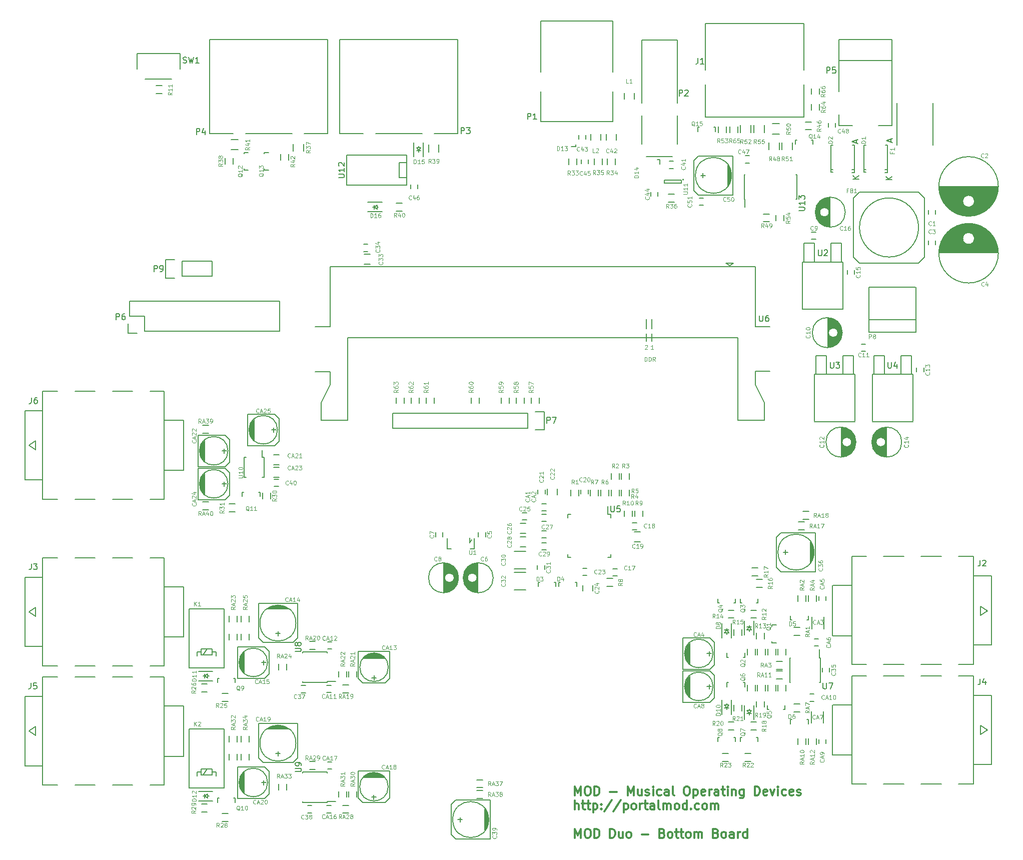
<source format=gbr>
G04 #@! TF.FileFunction,Legend,Top*
%FSLAX46Y46*%
G04 Gerber Fmt 4.6, Leading zero omitted, Abs format (unit mm)*
G04 Created by KiCad (PCBNEW (2015-05-04 BZR 5641)-product) date Fri 08 May 2015 12:37:36 PM CEST*
%MOMM*%
G01*
G04 APERTURE LIST*
%ADD10C,0.100000*%
%ADD11C,0.300000*%
%ADD12C,0.150000*%
%ADD13C,0.105000*%
G04 APERTURE END LIST*
D10*
D11*
X157418043Y-146938571D02*
X157418043Y-145438571D01*
X157918043Y-146510000D01*
X158418043Y-145438571D01*
X158418043Y-146938571D01*
X159418043Y-145438571D02*
X159703757Y-145438571D01*
X159846615Y-145510000D01*
X159989472Y-145652857D01*
X160060900Y-145938571D01*
X160060900Y-146438571D01*
X159989472Y-146724286D01*
X159846615Y-146867143D01*
X159703757Y-146938571D01*
X159418043Y-146938571D01*
X159275186Y-146867143D01*
X159132329Y-146724286D01*
X159060900Y-146438571D01*
X159060900Y-145938571D01*
X159132329Y-145652857D01*
X159275186Y-145510000D01*
X159418043Y-145438571D01*
X160703758Y-146938571D02*
X160703758Y-145438571D01*
X161060901Y-145438571D01*
X161275186Y-145510000D01*
X161418044Y-145652857D01*
X161489472Y-145795714D01*
X161560901Y-146081429D01*
X161560901Y-146295714D01*
X161489472Y-146581429D01*
X161418044Y-146724286D01*
X161275186Y-146867143D01*
X161060901Y-146938571D01*
X160703758Y-146938571D01*
X163346615Y-146367143D02*
X164489472Y-146367143D01*
X166346615Y-146938571D02*
X166346615Y-145438571D01*
X166846615Y-146510000D01*
X167346615Y-145438571D01*
X167346615Y-146938571D01*
X168703758Y-145938571D02*
X168703758Y-146938571D01*
X168060901Y-145938571D02*
X168060901Y-146724286D01*
X168132329Y-146867143D01*
X168275187Y-146938571D01*
X168489472Y-146938571D01*
X168632329Y-146867143D01*
X168703758Y-146795714D01*
X169346615Y-146867143D02*
X169489472Y-146938571D01*
X169775187Y-146938571D01*
X169918044Y-146867143D01*
X169989472Y-146724286D01*
X169989472Y-146652857D01*
X169918044Y-146510000D01*
X169775187Y-146438571D01*
X169560901Y-146438571D01*
X169418044Y-146367143D01*
X169346615Y-146224286D01*
X169346615Y-146152857D01*
X169418044Y-146010000D01*
X169560901Y-145938571D01*
X169775187Y-145938571D01*
X169918044Y-146010000D01*
X170632330Y-146938571D02*
X170632330Y-145938571D01*
X170632330Y-145438571D02*
X170560901Y-145510000D01*
X170632330Y-145581429D01*
X170703758Y-145510000D01*
X170632330Y-145438571D01*
X170632330Y-145581429D01*
X171989473Y-146867143D02*
X171846616Y-146938571D01*
X171560902Y-146938571D01*
X171418044Y-146867143D01*
X171346616Y-146795714D01*
X171275187Y-146652857D01*
X171275187Y-146224286D01*
X171346616Y-146081429D01*
X171418044Y-146010000D01*
X171560902Y-145938571D01*
X171846616Y-145938571D01*
X171989473Y-146010000D01*
X173275187Y-146938571D02*
X173275187Y-146152857D01*
X173203758Y-146010000D01*
X173060901Y-145938571D01*
X172775187Y-145938571D01*
X172632330Y-146010000D01*
X173275187Y-146867143D02*
X173132330Y-146938571D01*
X172775187Y-146938571D01*
X172632330Y-146867143D01*
X172560901Y-146724286D01*
X172560901Y-146581429D01*
X172632330Y-146438571D01*
X172775187Y-146367143D01*
X173132330Y-146367143D01*
X173275187Y-146295714D01*
X174203759Y-146938571D02*
X174060901Y-146867143D01*
X173989473Y-146724286D01*
X173989473Y-145438571D01*
X176203758Y-145438571D02*
X176489472Y-145438571D01*
X176632330Y-145510000D01*
X176775187Y-145652857D01*
X176846615Y-145938571D01*
X176846615Y-146438571D01*
X176775187Y-146724286D01*
X176632330Y-146867143D01*
X176489472Y-146938571D01*
X176203758Y-146938571D01*
X176060901Y-146867143D01*
X175918044Y-146724286D01*
X175846615Y-146438571D01*
X175846615Y-145938571D01*
X175918044Y-145652857D01*
X176060901Y-145510000D01*
X176203758Y-145438571D01*
X177489473Y-145938571D02*
X177489473Y-147438571D01*
X177489473Y-146010000D02*
X177632330Y-145938571D01*
X177918044Y-145938571D01*
X178060901Y-146010000D01*
X178132330Y-146081429D01*
X178203759Y-146224286D01*
X178203759Y-146652857D01*
X178132330Y-146795714D01*
X178060901Y-146867143D01*
X177918044Y-146938571D01*
X177632330Y-146938571D01*
X177489473Y-146867143D01*
X179418044Y-146867143D02*
X179275187Y-146938571D01*
X178989473Y-146938571D01*
X178846616Y-146867143D01*
X178775187Y-146724286D01*
X178775187Y-146152857D01*
X178846616Y-146010000D01*
X178989473Y-145938571D01*
X179275187Y-145938571D01*
X179418044Y-146010000D01*
X179489473Y-146152857D01*
X179489473Y-146295714D01*
X178775187Y-146438571D01*
X180132330Y-146938571D02*
X180132330Y-145938571D01*
X180132330Y-146224286D02*
X180203758Y-146081429D01*
X180275187Y-146010000D01*
X180418044Y-145938571D01*
X180560901Y-145938571D01*
X181703758Y-146938571D02*
X181703758Y-146152857D01*
X181632329Y-146010000D01*
X181489472Y-145938571D01*
X181203758Y-145938571D01*
X181060901Y-146010000D01*
X181703758Y-146867143D02*
X181560901Y-146938571D01*
X181203758Y-146938571D01*
X181060901Y-146867143D01*
X180989472Y-146724286D01*
X180989472Y-146581429D01*
X181060901Y-146438571D01*
X181203758Y-146367143D01*
X181560901Y-146367143D01*
X181703758Y-146295714D01*
X182203758Y-145938571D02*
X182775187Y-145938571D01*
X182418044Y-145438571D02*
X182418044Y-146724286D01*
X182489472Y-146867143D01*
X182632330Y-146938571D01*
X182775187Y-146938571D01*
X183275187Y-146938571D02*
X183275187Y-145938571D01*
X183275187Y-145438571D02*
X183203758Y-145510000D01*
X183275187Y-145581429D01*
X183346615Y-145510000D01*
X183275187Y-145438571D01*
X183275187Y-145581429D01*
X183989473Y-145938571D02*
X183989473Y-146938571D01*
X183989473Y-146081429D02*
X184060901Y-146010000D01*
X184203759Y-145938571D01*
X184418044Y-145938571D01*
X184560901Y-146010000D01*
X184632330Y-146152857D01*
X184632330Y-146938571D01*
X185989473Y-145938571D02*
X185989473Y-147152857D01*
X185918044Y-147295714D01*
X185846616Y-147367143D01*
X185703759Y-147438571D01*
X185489473Y-147438571D01*
X185346616Y-147367143D01*
X185989473Y-146867143D02*
X185846616Y-146938571D01*
X185560902Y-146938571D01*
X185418044Y-146867143D01*
X185346616Y-146795714D01*
X185275187Y-146652857D01*
X185275187Y-146224286D01*
X185346616Y-146081429D01*
X185418044Y-146010000D01*
X185560902Y-145938571D01*
X185846616Y-145938571D01*
X185989473Y-146010000D01*
X187846616Y-146938571D02*
X187846616Y-145438571D01*
X188203759Y-145438571D01*
X188418044Y-145510000D01*
X188560902Y-145652857D01*
X188632330Y-145795714D01*
X188703759Y-146081429D01*
X188703759Y-146295714D01*
X188632330Y-146581429D01*
X188560902Y-146724286D01*
X188418044Y-146867143D01*
X188203759Y-146938571D01*
X187846616Y-146938571D01*
X189918044Y-146867143D02*
X189775187Y-146938571D01*
X189489473Y-146938571D01*
X189346616Y-146867143D01*
X189275187Y-146724286D01*
X189275187Y-146152857D01*
X189346616Y-146010000D01*
X189489473Y-145938571D01*
X189775187Y-145938571D01*
X189918044Y-146010000D01*
X189989473Y-146152857D01*
X189989473Y-146295714D01*
X189275187Y-146438571D01*
X190489473Y-145938571D02*
X190846616Y-146938571D01*
X191203758Y-145938571D01*
X191775187Y-146938571D02*
X191775187Y-145938571D01*
X191775187Y-145438571D02*
X191703758Y-145510000D01*
X191775187Y-145581429D01*
X191846615Y-145510000D01*
X191775187Y-145438571D01*
X191775187Y-145581429D01*
X193132330Y-146867143D02*
X192989473Y-146938571D01*
X192703759Y-146938571D01*
X192560901Y-146867143D01*
X192489473Y-146795714D01*
X192418044Y-146652857D01*
X192418044Y-146224286D01*
X192489473Y-146081429D01*
X192560901Y-146010000D01*
X192703759Y-145938571D01*
X192989473Y-145938571D01*
X193132330Y-146010000D01*
X194346615Y-146867143D02*
X194203758Y-146938571D01*
X193918044Y-146938571D01*
X193775187Y-146867143D01*
X193703758Y-146724286D01*
X193703758Y-146152857D01*
X193775187Y-146010000D01*
X193918044Y-145938571D01*
X194203758Y-145938571D01*
X194346615Y-146010000D01*
X194418044Y-146152857D01*
X194418044Y-146295714D01*
X193703758Y-146438571D01*
X194989472Y-146867143D02*
X195132329Y-146938571D01*
X195418044Y-146938571D01*
X195560901Y-146867143D01*
X195632329Y-146724286D01*
X195632329Y-146652857D01*
X195560901Y-146510000D01*
X195418044Y-146438571D01*
X195203758Y-146438571D01*
X195060901Y-146367143D01*
X194989472Y-146224286D01*
X194989472Y-146152857D01*
X195060901Y-146010000D01*
X195203758Y-145938571D01*
X195418044Y-145938571D01*
X195560901Y-146010000D01*
X157418043Y-149338571D02*
X157418043Y-147838571D01*
X158060900Y-149338571D02*
X158060900Y-148552857D01*
X157989471Y-148410000D01*
X157846614Y-148338571D01*
X157632329Y-148338571D01*
X157489471Y-148410000D01*
X157418043Y-148481429D01*
X158560900Y-148338571D02*
X159132329Y-148338571D01*
X158775186Y-147838571D02*
X158775186Y-149124286D01*
X158846614Y-149267143D01*
X158989472Y-149338571D01*
X159132329Y-149338571D01*
X159418043Y-148338571D02*
X159989472Y-148338571D01*
X159632329Y-147838571D02*
X159632329Y-149124286D01*
X159703757Y-149267143D01*
X159846615Y-149338571D01*
X159989472Y-149338571D01*
X160489472Y-148338571D02*
X160489472Y-149838571D01*
X160489472Y-148410000D02*
X160632329Y-148338571D01*
X160918043Y-148338571D01*
X161060900Y-148410000D01*
X161132329Y-148481429D01*
X161203758Y-148624286D01*
X161203758Y-149052857D01*
X161132329Y-149195714D01*
X161060900Y-149267143D01*
X160918043Y-149338571D01*
X160632329Y-149338571D01*
X160489472Y-149267143D01*
X161846615Y-149195714D02*
X161918043Y-149267143D01*
X161846615Y-149338571D01*
X161775186Y-149267143D01*
X161846615Y-149195714D01*
X161846615Y-149338571D01*
X161846615Y-148410000D02*
X161918043Y-148481429D01*
X161846615Y-148552857D01*
X161775186Y-148481429D01*
X161846615Y-148410000D01*
X161846615Y-148552857D01*
X163632329Y-147767143D02*
X162346615Y-149695714D01*
X165203758Y-147767143D02*
X163918044Y-149695714D01*
X165703759Y-148338571D02*
X165703759Y-149838571D01*
X165703759Y-148410000D02*
X165846616Y-148338571D01*
X166132330Y-148338571D01*
X166275187Y-148410000D01*
X166346616Y-148481429D01*
X166418045Y-148624286D01*
X166418045Y-149052857D01*
X166346616Y-149195714D01*
X166275187Y-149267143D01*
X166132330Y-149338571D01*
X165846616Y-149338571D01*
X165703759Y-149267143D01*
X167275188Y-149338571D02*
X167132330Y-149267143D01*
X167060902Y-149195714D01*
X166989473Y-149052857D01*
X166989473Y-148624286D01*
X167060902Y-148481429D01*
X167132330Y-148410000D01*
X167275188Y-148338571D01*
X167489473Y-148338571D01*
X167632330Y-148410000D01*
X167703759Y-148481429D01*
X167775188Y-148624286D01*
X167775188Y-149052857D01*
X167703759Y-149195714D01*
X167632330Y-149267143D01*
X167489473Y-149338571D01*
X167275188Y-149338571D01*
X168418045Y-149338571D02*
X168418045Y-148338571D01*
X168418045Y-148624286D02*
X168489473Y-148481429D01*
X168560902Y-148410000D01*
X168703759Y-148338571D01*
X168846616Y-148338571D01*
X169132330Y-148338571D02*
X169703759Y-148338571D01*
X169346616Y-147838571D02*
X169346616Y-149124286D01*
X169418044Y-149267143D01*
X169560902Y-149338571D01*
X169703759Y-149338571D01*
X170846616Y-149338571D02*
X170846616Y-148552857D01*
X170775187Y-148410000D01*
X170632330Y-148338571D01*
X170346616Y-148338571D01*
X170203759Y-148410000D01*
X170846616Y-149267143D02*
X170703759Y-149338571D01*
X170346616Y-149338571D01*
X170203759Y-149267143D01*
X170132330Y-149124286D01*
X170132330Y-148981429D01*
X170203759Y-148838571D01*
X170346616Y-148767143D01*
X170703759Y-148767143D01*
X170846616Y-148695714D01*
X171775188Y-149338571D02*
X171632330Y-149267143D01*
X171560902Y-149124286D01*
X171560902Y-147838571D01*
X172346616Y-149338571D02*
X172346616Y-148338571D01*
X172346616Y-148481429D02*
X172418044Y-148410000D01*
X172560902Y-148338571D01*
X172775187Y-148338571D01*
X172918044Y-148410000D01*
X172989473Y-148552857D01*
X172989473Y-149338571D01*
X172989473Y-148552857D02*
X173060902Y-148410000D01*
X173203759Y-148338571D01*
X173418044Y-148338571D01*
X173560902Y-148410000D01*
X173632330Y-148552857D01*
X173632330Y-149338571D01*
X174560902Y-149338571D02*
X174418044Y-149267143D01*
X174346616Y-149195714D01*
X174275187Y-149052857D01*
X174275187Y-148624286D01*
X174346616Y-148481429D01*
X174418044Y-148410000D01*
X174560902Y-148338571D01*
X174775187Y-148338571D01*
X174918044Y-148410000D01*
X174989473Y-148481429D01*
X175060902Y-148624286D01*
X175060902Y-149052857D01*
X174989473Y-149195714D01*
X174918044Y-149267143D01*
X174775187Y-149338571D01*
X174560902Y-149338571D01*
X176346616Y-149338571D02*
X176346616Y-147838571D01*
X176346616Y-149267143D02*
X176203759Y-149338571D01*
X175918045Y-149338571D01*
X175775187Y-149267143D01*
X175703759Y-149195714D01*
X175632330Y-149052857D01*
X175632330Y-148624286D01*
X175703759Y-148481429D01*
X175775187Y-148410000D01*
X175918045Y-148338571D01*
X176203759Y-148338571D01*
X176346616Y-148410000D01*
X177060902Y-149195714D02*
X177132330Y-149267143D01*
X177060902Y-149338571D01*
X176989473Y-149267143D01*
X177060902Y-149195714D01*
X177060902Y-149338571D01*
X178418045Y-149267143D02*
X178275188Y-149338571D01*
X177989474Y-149338571D01*
X177846616Y-149267143D01*
X177775188Y-149195714D01*
X177703759Y-149052857D01*
X177703759Y-148624286D01*
X177775188Y-148481429D01*
X177846616Y-148410000D01*
X177989474Y-148338571D01*
X178275188Y-148338571D01*
X178418045Y-148410000D01*
X179275188Y-149338571D02*
X179132330Y-149267143D01*
X179060902Y-149195714D01*
X178989473Y-149052857D01*
X178989473Y-148624286D01*
X179060902Y-148481429D01*
X179132330Y-148410000D01*
X179275188Y-148338571D01*
X179489473Y-148338571D01*
X179632330Y-148410000D01*
X179703759Y-148481429D01*
X179775188Y-148624286D01*
X179775188Y-149052857D01*
X179703759Y-149195714D01*
X179632330Y-149267143D01*
X179489473Y-149338571D01*
X179275188Y-149338571D01*
X180418045Y-149338571D02*
X180418045Y-148338571D01*
X180418045Y-148481429D02*
X180489473Y-148410000D01*
X180632331Y-148338571D01*
X180846616Y-148338571D01*
X180989473Y-148410000D01*
X181060902Y-148552857D01*
X181060902Y-149338571D01*
X181060902Y-148552857D02*
X181132331Y-148410000D01*
X181275188Y-148338571D01*
X181489473Y-148338571D01*
X181632331Y-148410000D01*
X181703759Y-148552857D01*
X181703759Y-149338571D01*
X157418043Y-154138571D02*
X157418043Y-152638571D01*
X157918043Y-153710000D01*
X158418043Y-152638571D01*
X158418043Y-154138571D01*
X159418043Y-152638571D02*
X159703757Y-152638571D01*
X159846615Y-152710000D01*
X159989472Y-152852857D01*
X160060900Y-153138571D01*
X160060900Y-153638571D01*
X159989472Y-153924286D01*
X159846615Y-154067143D01*
X159703757Y-154138571D01*
X159418043Y-154138571D01*
X159275186Y-154067143D01*
X159132329Y-153924286D01*
X159060900Y-153638571D01*
X159060900Y-153138571D01*
X159132329Y-152852857D01*
X159275186Y-152710000D01*
X159418043Y-152638571D01*
X160703758Y-154138571D02*
X160703758Y-152638571D01*
X161060901Y-152638571D01*
X161275186Y-152710000D01*
X161418044Y-152852857D01*
X161489472Y-152995714D01*
X161560901Y-153281429D01*
X161560901Y-153495714D01*
X161489472Y-153781429D01*
X161418044Y-153924286D01*
X161275186Y-154067143D01*
X161060901Y-154138571D01*
X160703758Y-154138571D01*
X163346615Y-154138571D02*
X163346615Y-152638571D01*
X163703758Y-152638571D01*
X163918043Y-152710000D01*
X164060901Y-152852857D01*
X164132329Y-152995714D01*
X164203758Y-153281429D01*
X164203758Y-153495714D01*
X164132329Y-153781429D01*
X164060901Y-153924286D01*
X163918043Y-154067143D01*
X163703758Y-154138571D01*
X163346615Y-154138571D01*
X165489472Y-153138571D02*
X165489472Y-154138571D01*
X164846615Y-153138571D02*
X164846615Y-153924286D01*
X164918043Y-154067143D01*
X165060901Y-154138571D01*
X165275186Y-154138571D01*
X165418043Y-154067143D01*
X165489472Y-153995714D01*
X166418044Y-154138571D02*
X166275186Y-154067143D01*
X166203758Y-153995714D01*
X166132329Y-153852857D01*
X166132329Y-153424286D01*
X166203758Y-153281429D01*
X166275186Y-153210000D01*
X166418044Y-153138571D01*
X166632329Y-153138571D01*
X166775186Y-153210000D01*
X166846615Y-153281429D01*
X166918044Y-153424286D01*
X166918044Y-153852857D01*
X166846615Y-153995714D01*
X166775186Y-154067143D01*
X166632329Y-154138571D01*
X166418044Y-154138571D01*
X168703758Y-153567143D02*
X169846615Y-153567143D01*
X172203758Y-153352857D02*
X172418044Y-153424286D01*
X172489472Y-153495714D01*
X172560901Y-153638571D01*
X172560901Y-153852857D01*
X172489472Y-153995714D01*
X172418044Y-154067143D01*
X172275186Y-154138571D01*
X171703758Y-154138571D01*
X171703758Y-152638571D01*
X172203758Y-152638571D01*
X172346615Y-152710000D01*
X172418044Y-152781429D01*
X172489472Y-152924286D01*
X172489472Y-153067143D01*
X172418044Y-153210000D01*
X172346615Y-153281429D01*
X172203758Y-153352857D01*
X171703758Y-153352857D01*
X173418044Y-154138571D02*
X173275186Y-154067143D01*
X173203758Y-153995714D01*
X173132329Y-153852857D01*
X173132329Y-153424286D01*
X173203758Y-153281429D01*
X173275186Y-153210000D01*
X173418044Y-153138571D01*
X173632329Y-153138571D01*
X173775186Y-153210000D01*
X173846615Y-153281429D01*
X173918044Y-153424286D01*
X173918044Y-153852857D01*
X173846615Y-153995714D01*
X173775186Y-154067143D01*
X173632329Y-154138571D01*
X173418044Y-154138571D01*
X174346615Y-153138571D02*
X174918044Y-153138571D01*
X174560901Y-152638571D02*
X174560901Y-153924286D01*
X174632329Y-154067143D01*
X174775187Y-154138571D01*
X174918044Y-154138571D01*
X175203758Y-153138571D02*
X175775187Y-153138571D01*
X175418044Y-152638571D02*
X175418044Y-153924286D01*
X175489472Y-154067143D01*
X175632330Y-154138571D01*
X175775187Y-154138571D01*
X176489473Y-154138571D02*
X176346615Y-154067143D01*
X176275187Y-153995714D01*
X176203758Y-153852857D01*
X176203758Y-153424286D01*
X176275187Y-153281429D01*
X176346615Y-153210000D01*
X176489473Y-153138571D01*
X176703758Y-153138571D01*
X176846615Y-153210000D01*
X176918044Y-153281429D01*
X176989473Y-153424286D01*
X176989473Y-153852857D01*
X176918044Y-153995714D01*
X176846615Y-154067143D01*
X176703758Y-154138571D01*
X176489473Y-154138571D01*
X177632330Y-154138571D02*
X177632330Y-153138571D01*
X177632330Y-153281429D02*
X177703758Y-153210000D01*
X177846616Y-153138571D01*
X178060901Y-153138571D01*
X178203758Y-153210000D01*
X178275187Y-153352857D01*
X178275187Y-154138571D01*
X178275187Y-153352857D02*
X178346616Y-153210000D01*
X178489473Y-153138571D01*
X178703758Y-153138571D01*
X178846616Y-153210000D01*
X178918044Y-153352857D01*
X178918044Y-154138571D01*
X181275187Y-153352857D02*
X181489473Y-153424286D01*
X181560901Y-153495714D01*
X181632330Y-153638571D01*
X181632330Y-153852857D01*
X181560901Y-153995714D01*
X181489473Y-154067143D01*
X181346615Y-154138571D01*
X180775187Y-154138571D01*
X180775187Y-152638571D01*
X181275187Y-152638571D01*
X181418044Y-152710000D01*
X181489473Y-152781429D01*
X181560901Y-152924286D01*
X181560901Y-153067143D01*
X181489473Y-153210000D01*
X181418044Y-153281429D01*
X181275187Y-153352857D01*
X180775187Y-153352857D01*
X182489473Y-154138571D02*
X182346615Y-154067143D01*
X182275187Y-153995714D01*
X182203758Y-153852857D01*
X182203758Y-153424286D01*
X182275187Y-153281429D01*
X182346615Y-153210000D01*
X182489473Y-153138571D01*
X182703758Y-153138571D01*
X182846615Y-153210000D01*
X182918044Y-153281429D01*
X182989473Y-153424286D01*
X182989473Y-153852857D01*
X182918044Y-153995714D01*
X182846615Y-154067143D01*
X182703758Y-154138571D01*
X182489473Y-154138571D01*
X184275187Y-154138571D02*
X184275187Y-153352857D01*
X184203758Y-153210000D01*
X184060901Y-153138571D01*
X183775187Y-153138571D01*
X183632330Y-153210000D01*
X184275187Y-154067143D02*
X184132330Y-154138571D01*
X183775187Y-154138571D01*
X183632330Y-154067143D01*
X183560901Y-153924286D01*
X183560901Y-153781429D01*
X183632330Y-153638571D01*
X183775187Y-153567143D01*
X184132330Y-153567143D01*
X184275187Y-153495714D01*
X184989473Y-154138571D02*
X184989473Y-153138571D01*
X184989473Y-153424286D02*
X185060901Y-153281429D01*
X185132330Y-153210000D01*
X185275187Y-153138571D01*
X185418044Y-153138571D01*
X186560901Y-154138571D02*
X186560901Y-152638571D01*
X186560901Y-154067143D02*
X186418044Y-154138571D01*
X186132330Y-154138571D01*
X185989472Y-154067143D01*
X185918044Y-153995714D01*
X185846615Y-153852857D01*
X185846615Y-153424286D01*
X185918044Y-153281429D01*
X185989472Y-153210000D01*
X186132330Y-153138571D01*
X186418044Y-153138571D01*
X186560901Y-153210000D01*
D12*
X218430400Y-47910000D02*
X218430400Y-48610000D01*
X217230400Y-48610000D02*
X217230400Y-47910000D01*
X229027000Y-43977000D02*
X219029000Y-43977000D01*
X229023000Y-44117000D02*
X219033000Y-44117000D01*
X229015000Y-44257000D02*
X219041000Y-44257000D01*
X229003000Y-44397000D02*
X219053000Y-44397000D01*
X228988000Y-44537000D02*
X219068000Y-44537000D01*
X228968000Y-44677000D02*
X219088000Y-44677000D01*
X228944000Y-44817000D02*
X219112000Y-44817000D01*
X228915000Y-44957000D02*
X219141000Y-44957000D01*
X228883000Y-45097000D02*
X219173000Y-45097000D01*
X228846000Y-45237000D02*
X219210000Y-45237000D01*
X228805000Y-45377000D02*
X219251000Y-45377000D01*
X228760000Y-45517000D02*
X224494000Y-45517000D01*
X223562000Y-45517000D02*
X219296000Y-45517000D01*
X228710000Y-45657000D02*
X224695000Y-45657000D01*
X223361000Y-45657000D02*
X219346000Y-45657000D01*
X228655000Y-45797000D02*
X224824000Y-45797000D01*
X223232000Y-45797000D02*
X219401000Y-45797000D01*
X228595000Y-45937000D02*
X224913000Y-45937000D01*
X223143000Y-45937000D02*
X219461000Y-45937000D01*
X228530000Y-46077000D02*
X224974000Y-46077000D01*
X223082000Y-46077000D02*
X219526000Y-46077000D01*
X228460000Y-46217000D02*
X225011000Y-46217000D01*
X223045000Y-46217000D02*
X219596000Y-46217000D01*
X228384000Y-46357000D02*
X225027000Y-46357000D01*
X223029000Y-46357000D02*
X219672000Y-46357000D01*
X228302000Y-46497000D02*
X225023000Y-46497000D01*
X223033000Y-46497000D02*
X219754000Y-46497000D01*
X228214000Y-46637000D02*
X225000000Y-46637000D01*
X223056000Y-46637000D02*
X219842000Y-46637000D01*
X228119000Y-46777000D02*
X224955000Y-46777000D01*
X223101000Y-46777000D02*
X219937000Y-46777000D01*
X228017000Y-46917000D02*
X224885000Y-46917000D01*
X223171000Y-46917000D02*
X220039000Y-46917000D01*
X227907000Y-47057000D02*
X224784000Y-47057000D01*
X223272000Y-47057000D02*
X220149000Y-47057000D01*
X227789000Y-47197000D02*
X224635000Y-47197000D01*
X223421000Y-47197000D02*
X220267000Y-47197000D01*
X227661000Y-47337000D02*
X224383000Y-47337000D01*
X223673000Y-47337000D02*
X220395000Y-47337000D01*
X227524000Y-47477000D02*
X220532000Y-47477000D01*
X227374000Y-47617000D02*
X220682000Y-47617000D01*
X227212000Y-47757000D02*
X220844000Y-47757000D01*
X227035000Y-47897000D02*
X221021000Y-47897000D01*
X226839000Y-48037000D02*
X221217000Y-48037000D01*
X226621000Y-48177000D02*
X221435000Y-48177000D01*
X226375000Y-48317000D02*
X221681000Y-48317000D01*
X226090000Y-48457000D02*
X221966000Y-48457000D01*
X225748000Y-48597000D02*
X222308000Y-48597000D01*
X225302000Y-48737000D02*
X222754000Y-48737000D01*
X224527000Y-48877000D02*
X223529000Y-48877000D01*
X225028000Y-46402000D02*
G75*
G03X225028000Y-46402000I-1000000J0D01*
G01*
X229065500Y-43902000D02*
G75*
G03X229065500Y-43902000I-5037500J0D01*
G01*
X217230400Y-53791600D02*
X217230400Y-53091600D01*
X218430400Y-53091600D02*
X218430400Y-53791600D01*
X219029000Y-55133800D02*
X229027000Y-55133800D01*
X219033000Y-54993800D02*
X229023000Y-54993800D01*
X219041000Y-54853800D02*
X229015000Y-54853800D01*
X219053000Y-54713800D02*
X229003000Y-54713800D01*
X219068000Y-54573800D02*
X228988000Y-54573800D01*
X219088000Y-54433800D02*
X228968000Y-54433800D01*
X219112000Y-54293800D02*
X228944000Y-54293800D01*
X219141000Y-54153800D02*
X228915000Y-54153800D01*
X219173000Y-54013800D02*
X228883000Y-54013800D01*
X219210000Y-53873800D02*
X228846000Y-53873800D01*
X219251000Y-53733800D02*
X228805000Y-53733800D01*
X219296000Y-53593800D02*
X223562000Y-53593800D01*
X224494000Y-53593800D02*
X228760000Y-53593800D01*
X219346000Y-53453800D02*
X223361000Y-53453800D01*
X224695000Y-53453800D02*
X228710000Y-53453800D01*
X219401000Y-53313800D02*
X223232000Y-53313800D01*
X224824000Y-53313800D02*
X228655000Y-53313800D01*
X219461000Y-53173800D02*
X223143000Y-53173800D01*
X224913000Y-53173800D02*
X228595000Y-53173800D01*
X219526000Y-53033800D02*
X223082000Y-53033800D01*
X224974000Y-53033800D02*
X228530000Y-53033800D01*
X219596000Y-52893800D02*
X223045000Y-52893800D01*
X225011000Y-52893800D02*
X228460000Y-52893800D01*
X219672000Y-52753800D02*
X223029000Y-52753800D01*
X225027000Y-52753800D02*
X228384000Y-52753800D01*
X219754000Y-52613800D02*
X223033000Y-52613800D01*
X225023000Y-52613800D02*
X228302000Y-52613800D01*
X219842000Y-52473800D02*
X223056000Y-52473800D01*
X225000000Y-52473800D02*
X228214000Y-52473800D01*
X219937000Y-52333800D02*
X223101000Y-52333800D01*
X224955000Y-52333800D02*
X228119000Y-52333800D01*
X220039000Y-52193800D02*
X223171000Y-52193800D01*
X224885000Y-52193800D02*
X228017000Y-52193800D01*
X220149000Y-52053800D02*
X223272000Y-52053800D01*
X224784000Y-52053800D02*
X227907000Y-52053800D01*
X220267000Y-51913800D02*
X223421000Y-51913800D01*
X224635000Y-51913800D02*
X227789000Y-51913800D01*
X220395000Y-51773800D02*
X223673000Y-51773800D01*
X224383000Y-51773800D02*
X227661000Y-51773800D01*
X220532000Y-51633800D02*
X227524000Y-51633800D01*
X220682000Y-51493800D02*
X227374000Y-51493800D01*
X220844000Y-51353800D02*
X227212000Y-51353800D01*
X221021000Y-51213800D02*
X227035000Y-51213800D01*
X221217000Y-51073800D02*
X226839000Y-51073800D01*
X221435000Y-50933800D02*
X226621000Y-50933800D01*
X221681000Y-50793800D02*
X226375000Y-50793800D01*
X221966000Y-50653800D02*
X226090000Y-50653800D01*
X222308000Y-50513800D02*
X225748000Y-50513800D01*
X222754000Y-50373800D02*
X225302000Y-50373800D01*
X223529000Y-50233800D02*
X224527000Y-50233800D01*
X225028000Y-52708800D02*
G75*
G03X225028000Y-52708800I-1000000J0D01*
G01*
X229065500Y-55208800D02*
G75*
G03X229065500Y-55208800I-5037500J0D01*
G01*
X142281200Y-102469200D02*
X142281200Y-103169200D01*
X141081200Y-103169200D02*
X141081200Y-102469200D01*
X140961800Y-112633400D02*
X140961800Y-107635400D01*
X140821800Y-112625400D02*
X140821800Y-110288400D01*
X140821800Y-109980400D02*
X140821800Y-107643400D01*
X140681800Y-112609400D02*
X140681800Y-110607400D01*
X140681800Y-109661400D02*
X140681800Y-107659400D01*
X140541800Y-112585400D02*
X140541800Y-110754400D01*
X140541800Y-109514400D02*
X140541800Y-107683400D01*
X140401800Y-112552400D02*
X140401800Y-110846400D01*
X140401800Y-109422400D02*
X140401800Y-107716400D01*
X140261800Y-112511400D02*
X140261800Y-110902400D01*
X140261800Y-109366400D02*
X140261800Y-107757400D01*
X140121800Y-112461400D02*
X140121800Y-110929400D01*
X140121800Y-109339400D02*
X140121800Y-107807400D01*
X139981800Y-112400400D02*
X139981800Y-110932400D01*
X139981800Y-109336400D02*
X139981800Y-107868400D01*
X139841800Y-112330400D02*
X139841800Y-110910400D01*
X139841800Y-109358400D02*
X139841800Y-107938400D01*
X139701800Y-112248400D02*
X139701800Y-110860400D01*
X139701800Y-109408400D02*
X139701800Y-108020400D01*
X139561800Y-112153400D02*
X139561800Y-110778400D01*
X139561800Y-109490400D02*
X139561800Y-108115400D01*
X139421800Y-112042400D02*
X139421800Y-110646400D01*
X139421800Y-109622400D02*
X139421800Y-108226400D01*
X139281800Y-111914400D02*
X139281800Y-110399400D01*
X139281800Y-109869400D02*
X139281800Y-108354400D01*
X139141800Y-111765400D02*
X139141800Y-108503400D01*
X139001800Y-111586400D02*
X139001800Y-108682400D01*
X138861800Y-111367400D02*
X138861800Y-108901400D01*
X138721800Y-111078400D02*
X138721800Y-109190400D01*
X138581800Y-110606400D02*
X138581800Y-109662400D01*
X140836800Y-110134400D02*
G75*
G03X140836800Y-110134400I-800000J0D01*
G01*
X143574300Y-110134400D02*
G75*
G03X143574300Y-110134400I-2537500J0D01*
G01*
X135067600Y-102469200D02*
X135067600Y-103169200D01*
X133867600Y-103169200D02*
X133867600Y-102469200D01*
X135237800Y-107635400D02*
X135237800Y-112633400D01*
X135377800Y-107643400D02*
X135377800Y-109980400D01*
X135377800Y-110288400D02*
X135377800Y-112625400D01*
X135517800Y-107659400D02*
X135517800Y-109661400D01*
X135517800Y-110607400D02*
X135517800Y-112609400D01*
X135657800Y-107683400D02*
X135657800Y-109514400D01*
X135657800Y-110754400D02*
X135657800Y-112585400D01*
X135797800Y-107716400D02*
X135797800Y-109422400D01*
X135797800Y-110846400D02*
X135797800Y-112552400D01*
X135937800Y-107757400D02*
X135937800Y-109366400D01*
X135937800Y-110902400D02*
X135937800Y-112511400D01*
X136077800Y-107807400D02*
X136077800Y-109339400D01*
X136077800Y-110929400D02*
X136077800Y-112461400D01*
X136217800Y-107868400D02*
X136217800Y-109336400D01*
X136217800Y-110932400D02*
X136217800Y-112400400D01*
X136357800Y-107938400D02*
X136357800Y-109358400D01*
X136357800Y-110910400D02*
X136357800Y-112330400D01*
X136497800Y-108020400D02*
X136497800Y-109408400D01*
X136497800Y-110860400D02*
X136497800Y-112248400D01*
X136637800Y-108115400D02*
X136637800Y-109490400D01*
X136637800Y-110778400D02*
X136637800Y-112153400D01*
X136777800Y-108226400D02*
X136777800Y-109622400D01*
X136777800Y-110646400D02*
X136777800Y-112042400D01*
X136917800Y-108354400D02*
X136917800Y-109869400D01*
X136917800Y-110399400D02*
X136917800Y-111914400D01*
X137057800Y-108503400D02*
X137057800Y-111765400D01*
X137197800Y-108682400D02*
X137197800Y-111586400D01*
X137337800Y-108901400D02*
X137337800Y-111367400D01*
X137477800Y-109190400D02*
X137477800Y-111078400D01*
X137617800Y-109662400D02*
X137617800Y-110606400D01*
X136962800Y-110134400D02*
G75*
G03X136962800Y-110134400I-800000J0D01*
G01*
X137700300Y-110134400D02*
G75*
G03X137700300Y-110134400I-2537500J0D01*
G01*
X197465200Y-51622400D02*
X198165200Y-51622400D01*
X198165200Y-52822400D02*
X197465200Y-52822400D01*
X200190680Y-66147040D02*
X200190680Y-71145040D01*
X200330680Y-66155040D02*
X200330680Y-68492040D01*
X200330680Y-68800040D02*
X200330680Y-71137040D01*
X200470680Y-66171040D02*
X200470680Y-68173040D01*
X200470680Y-69119040D02*
X200470680Y-71121040D01*
X200610680Y-66195040D02*
X200610680Y-68026040D01*
X200610680Y-69266040D02*
X200610680Y-71097040D01*
X200750680Y-66228040D02*
X200750680Y-67934040D01*
X200750680Y-69358040D02*
X200750680Y-71064040D01*
X200890680Y-66269040D02*
X200890680Y-67878040D01*
X200890680Y-69414040D02*
X200890680Y-71023040D01*
X201030680Y-66319040D02*
X201030680Y-67851040D01*
X201030680Y-69441040D02*
X201030680Y-70973040D01*
X201170680Y-66380040D02*
X201170680Y-67848040D01*
X201170680Y-69444040D02*
X201170680Y-70912040D01*
X201310680Y-66450040D02*
X201310680Y-67870040D01*
X201310680Y-69422040D02*
X201310680Y-70842040D01*
X201450680Y-66532040D02*
X201450680Y-67920040D01*
X201450680Y-69372040D02*
X201450680Y-70760040D01*
X201590680Y-66627040D02*
X201590680Y-68002040D01*
X201590680Y-69290040D02*
X201590680Y-70665040D01*
X201730680Y-66738040D02*
X201730680Y-68134040D01*
X201730680Y-69158040D02*
X201730680Y-70554040D01*
X201870680Y-66866040D02*
X201870680Y-68381040D01*
X201870680Y-68911040D02*
X201870680Y-70426040D01*
X202010680Y-67015040D02*
X202010680Y-70277040D01*
X202150680Y-67194040D02*
X202150680Y-70098040D01*
X202290680Y-67413040D02*
X202290680Y-69879040D01*
X202430680Y-67702040D02*
X202430680Y-69590040D01*
X202570680Y-68174040D02*
X202570680Y-69118040D01*
X201915680Y-68646040D02*
G75*
G03X201915680Y-68646040I-800000J0D01*
G01*
X202653180Y-68646040D02*
G75*
G03X202653180Y-68646040I-2537500J0D01*
G01*
X206598000Y-71821600D02*
X205898000Y-71821600D01*
X205898000Y-70621600D02*
X206598000Y-70621600D01*
X202497000Y-84673800D02*
X202497000Y-89671800D01*
X202637000Y-84681800D02*
X202637000Y-87018800D01*
X202637000Y-87326800D02*
X202637000Y-89663800D01*
X202777000Y-84697800D02*
X202777000Y-86699800D01*
X202777000Y-87645800D02*
X202777000Y-89647800D01*
X202917000Y-84721800D02*
X202917000Y-86552800D01*
X202917000Y-87792800D02*
X202917000Y-89623800D01*
X203057000Y-84754800D02*
X203057000Y-86460800D01*
X203057000Y-87884800D02*
X203057000Y-89590800D01*
X203197000Y-84795800D02*
X203197000Y-86404800D01*
X203197000Y-87940800D02*
X203197000Y-89549800D01*
X203337000Y-84845800D02*
X203337000Y-86377800D01*
X203337000Y-87967800D02*
X203337000Y-89499800D01*
X203477000Y-84906800D02*
X203477000Y-86374800D01*
X203477000Y-87970800D02*
X203477000Y-89438800D01*
X203617000Y-84976800D02*
X203617000Y-86396800D01*
X203617000Y-87948800D02*
X203617000Y-89368800D01*
X203757000Y-85058800D02*
X203757000Y-86446800D01*
X203757000Y-87898800D02*
X203757000Y-89286800D01*
X203897000Y-85153800D02*
X203897000Y-86528800D01*
X203897000Y-87816800D02*
X203897000Y-89191800D01*
X204037000Y-85264800D02*
X204037000Y-86660800D01*
X204037000Y-87684800D02*
X204037000Y-89080800D01*
X204177000Y-85392800D02*
X204177000Y-86907800D01*
X204177000Y-87437800D02*
X204177000Y-88952800D01*
X204317000Y-85541800D02*
X204317000Y-88803800D01*
X204457000Y-85720800D02*
X204457000Y-88624800D01*
X204597000Y-85939800D02*
X204597000Y-88405800D01*
X204737000Y-86228800D02*
X204737000Y-88116800D01*
X204877000Y-86700800D02*
X204877000Y-87644800D01*
X204222000Y-87172800D02*
G75*
G03X204222000Y-87172800I-800000J0D01*
G01*
X204959500Y-87172800D02*
G75*
G03X204959500Y-87172800I-2537500J0D01*
G01*
X215249200Y-75280000D02*
X215249200Y-74580000D01*
X216449200Y-74580000D02*
X216449200Y-75280000D01*
X210100600Y-89671800D02*
X210100600Y-84673800D01*
X209960600Y-89663800D02*
X209960600Y-87326800D01*
X209960600Y-87018800D02*
X209960600Y-84681800D01*
X209820600Y-89647800D02*
X209820600Y-87645800D01*
X209820600Y-86699800D02*
X209820600Y-84697800D01*
X209680600Y-89623800D02*
X209680600Y-87792800D01*
X209680600Y-86552800D02*
X209680600Y-84721800D01*
X209540600Y-89590800D02*
X209540600Y-87884800D01*
X209540600Y-86460800D02*
X209540600Y-84754800D01*
X209400600Y-89549800D02*
X209400600Y-87940800D01*
X209400600Y-86404800D02*
X209400600Y-84795800D01*
X209260600Y-89499800D02*
X209260600Y-87967800D01*
X209260600Y-86377800D02*
X209260600Y-84845800D01*
X209120600Y-89438800D02*
X209120600Y-87970800D01*
X209120600Y-86374800D02*
X209120600Y-84906800D01*
X208980600Y-89368800D02*
X208980600Y-87948800D01*
X208980600Y-86396800D02*
X208980600Y-84976800D01*
X208840600Y-89286800D02*
X208840600Y-87898800D01*
X208840600Y-86446800D02*
X208840600Y-85058800D01*
X208700600Y-89191800D02*
X208700600Y-87816800D01*
X208700600Y-86528800D02*
X208700600Y-85153800D01*
X208560600Y-89080800D02*
X208560600Y-87684800D01*
X208560600Y-86660800D02*
X208560600Y-85264800D01*
X208420600Y-88952800D02*
X208420600Y-87437800D01*
X208420600Y-86907800D02*
X208420600Y-85392800D01*
X208280600Y-88803800D02*
X208280600Y-85541800D01*
X208140600Y-88624800D02*
X208140600Y-85720800D01*
X208000600Y-88405800D02*
X208000600Y-85939800D01*
X207860600Y-88116800D02*
X207860600Y-86228800D01*
X207720600Y-87644800D02*
X207720600Y-86700800D01*
X209975600Y-87172800D02*
G75*
G03X209975600Y-87172800I-800000J0D01*
G01*
X212713100Y-87172800D02*
G75*
G03X212713100Y-87172800I-2537500J0D01*
G01*
X204694080Y-58085240D02*
X204694080Y-58785240D01*
X203494080Y-58785240D02*
X203494080Y-58085240D01*
X200550200Y-50759000D02*
X200550200Y-45761000D01*
X200410200Y-50751000D02*
X200410200Y-48414000D01*
X200410200Y-48106000D02*
X200410200Y-45769000D01*
X200270200Y-50735000D02*
X200270200Y-48733000D01*
X200270200Y-47787000D02*
X200270200Y-45785000D01*
X200130200Y-50711000D02*
X200130200Y-48880000D01*
X200130200Y-47640000D02*
X200130200Y-45809000D01*
X199990200Y-50678000D02*
X199990200Y-48972000D01*
X199990200Y-47548000D02*
X199990200Y-45842000D01*
X199850200Y-50637000D02*
X199850200Y-49028000D01*
X199850200Y-47492000D02*
X199850200Y-45883000D01*
X199710200Y-50587000D02*
X199710200Y-49055000D01*
X199710200Y-47465000D02*
X199710200Y-45933000D01*
X199570200Y-50526000D02*
X199570200Y-49058000D01*
X199570200Y-47462000D02*
X199570200Y-45994000D01*
X199430200Y-50456000D02*
X199430200Y-49036000D01*
X199430200Y-47484000D02*
X199430200Y-46064000D01*
X199290200Y-50374000D02*
X199290200Y-48986000D01*
X199290200Y-47534000D02*
X199290200Y-46146000D01*
X199150200Y-50279000D02*
X199150200Y-48904000D01*
X199150200Y-47616000D02*
X199150200Y-46241000D01*
X199010200Y-50168000D02*
X199010200Y-48772000D01*
X199010200Y-47748000D02*
X199010200Y-46352000D01*
X198870200Y-50040000D02*
X198870200Y-48525000D01*
X198870200Y-47995000D02*
X198870200Y-46480000D01*
X198730200Y-49891000D02*
X198730200Y-46629000D01*
X198590200Y-49712000D02*
X198590200Y-46808000D01*
X198450200Y-49493000D02*
X198450200Y-47027000D01*
X198310200Y-49204000D02*
X198310200Y-47316000D01*
X198170200Y-48732000D02*
X198170200Y-47788000D01*
X200425200Y-48260000D02*
G75*
G03X200425200Y-48260000I-800000J0D01*
G01*
X203162700Y-48260000D02*
G75*
G03X203162700Y-48260000I-2537500J0D01*
G01*
X164549000Y-109820000D02*
X163849000Y-109820000D01*
X163849000Y-108620000D02*
X164549000Y-108620000D01*
X167137600Y-100796800D02*
X167837600Y-100796800D01*
X167837600Y-101996800D02*
X167137600Y-101996800D01*
X167495600Y-104075600D02*
X168495600Y-104075600D01*
X168495600Y-102375600D02*
X167495600Y-102375600D01*
X159637600Y-95219600D02*
X159637600Y-95919600D01*
X158437600Y-95919600D02*
X158437600Y-95219600D01*
X151153000Y-95955600D02*
X151153000Y-95255600D01*
X152353000Y-95255600D02*
X152353000Y-95955600D01*
X152757200Y-95105600D02*
X152757200Y-96105600D01*
X154457200Y-96105600D02*
X154457200Y-95105600D01*
X158709002Y-108531800D02*
X159409002Y-108531800D01*
X159409002Y-109731800D02*
X158709002Y-109731800D01*
X160446400Y-112376400D02*
X160446400Y-111376400D01*
X158746400Y-111376400D02*
X158746400Y-112376400D01*
X149219400Y-100345800D02*
X148519400Y-100345800D01*
X148519400Y-99145800D02*
X149219400Y-99145800D01*
X148115400Y-102627800D02*
X149115400Y-102627800D01*
X149115400Y-100927800D02*
X148115400Y-100927800D01*
X152521400Y-103393800D02*
X151821400Y-103393800D01*
X151821400Y-102193800D02*
X152521400Y-102193800D01*
X148115400Y-104913800D02*
X149115400Y-104913800D01*
X149115400Y-103213800D02*
X148115400Y-103213800D01*
X152521400Y-105425800D02*
X151821400Y-105425800D01*
X151821400Y-104225800D02*
X152521400Y-104225800D01*
X147107400Y-108586800D02*
X149107400Y-108586800D01*
X149107400Y-105636800D02*
X147107400Y-105636800D01*
X152263400Y-108031800D02*
X152263400Y-108731800D01*
X151063400Y-108731800D02*
X151063400Y-108031800D01*
X147107400Y-112142800D02*
X149107400Y-112142800D01*
X149107400Y-109192800D02*
X147107400Y-109192800D01*
X122724800Y-55385600D02*
X121724800Y-55385600D01*
X121724800Y-57085600D02*
X122724800Y-57085600D01*
X121620800Y-53705200D02*
X122320800Y-53705200D01*
X122320800Y-54905200D02*
X121620800Y-54905200D01*
X200498000Y-125380000D02*
X200498000Y-126080000D01*
X199298000Y-126080000D02*
X199298000Y-125380000D01*
X197739000Y-106553000D02*
X197739000Y-105029000D01*
X197612000Y-104648000D02*
X197612000Y-106934000D01*
X197485000Y-107188000D02*
X197485000Y-104394000D01*
X197358000Y-104140000D02*
X197358000Y-107442000D01*
X197231000Y-107569000D02*
X197231000Y-104013000D01*
X197866000Y-105791000D02*
G75*
G03X197866000Y-105791000I-3048000J0D01*
G01*
X198120000Y-109093000D02*
X198120000Y-102489000D01*
X198120000Y-102489000D02*
X192278000Y-102489000D01*
X192278000Y-102489000D02*
X191516000Y-103251000D01*
X191516000Y-103251000D02*
X191516000Y-108331000D01*
X191516000Y-108331000D02*
X192278000Y-109093000D01*
X192278000Y-109093000D02*
X198120000Y-109093000D01*
X192659000Y-105791000D02*
X193421000Y-105791000D01*
X193040000Y-106172000D02*
X193040000Y-105410000D01*
X111105200Y-128381200D02*
X111805200Y-128381200D01*
X111805200Y-129581200D02*
X111105200Y-129581200D01*
X112172000Y-148701200D02*
X112872000Y-148701200D01*
X112872000Y-149901200D02*
X112172000Y-149901200D01*
X142685200Y-151815800D02*
X142685200Y-150291800D01*
X142558200Y-149910800D02*
X142558200Y-152196800D01*
X142431200Y-152450800D02*
X142431200Y-149656800D01*
X142304200Y-149402800D02*
X142304200Y-152704800D01*
X142177200Y-152831800D02*
X142177200Y-149275800D01*
X142812200Y-151053800D02*
G75*
G03X142812200Y-151053800I-3048000J0D01*
G01*
X143066200Y-154355800D02*
X143066200Y-147751800D01*
X143066200Y-147751800D02*
X137224200Y-147751800D01*
X137224200Y-147751800D02*
X136462200Y-148513800D01*
X136462200Y-148513800D02*
X136462200Y-153593800D01*
X136462200Y-153593800D02*
X137224200Y-154355800D01*
X137224200Y-154355800D02*
X143066200Y-154355800D01*
X137605200Y-151053800D02*
X138367200Y-151053800D01*
X137986200Y-151434800D02*
X137986200Y-150672800D01*
X106533200Y-93481600D02*
X107233200Y-93481600D01*
X107233200Y-94681600D02*
X106533200Y-94681600D01*
X173386000Y-39659000D02*
X174086000Y-39659000D01*
X174086000Y-40859000D02*
X173386000Y-40859000D01*
X162726000Y-35060000D02*
X162726000Y-36060000D01*
X164426000Y-36060000D02*
X164426000Y-35060000D01*
X158023000Y-35910000D02*
X158023000Y-35210000D01*
X159223000Y-35210000D02*
X159223000Y-35910000D01*
X170240400Y-45562000D02*
X170240400Y-44862000D01*
X171440400Y-44862000D02*
X171440400Y-45562000D01*
X158505600Y-40075600D02*
X158505600Y-39375600D01*
X159705600Y-39375600D02*
X159705600Y-40075600D01*
X129575000Y-44292000D02*
X129575000Y-43592000D01*
X130775000Y-43592000D02*
X130775000Y-44292000D01*
X200314000Y-33878000D02*
X200314000Y-33178000D01*
X201514000Y-33178000D02*
X201514000Y-33878000D01*
X183769000Y-42799000D02*
X183769000Y-41275000D01*
X183642000Y-40894000D02*
X183642000Y-43180000D01*
X183515000Y-43434000D02*
X183515000Y-40640000D01*
X183388000Y-40386000D02*
X183388000Y-43688000D01*
X183261000Y-43815000D02*
X183261000Y-40259000D01*
X183896000Y-42037000D02*
G75*
G03X183896000Y-42037000I-3048000J0D01*
G01*
X184150000Y-45339000D02*
X184150000Y-38735000D01*
X184150000Y-38735000D02*
X178308000Y-38735000D01*
X178308000Y-38735000D02*
X177546000Y-39497000D01*
X177546000Y-39497000D02*
X177546000Y-44577000D01*
X177546000Y-44577000D02*
X178308000Y-45339000D01*
X178308000Y-45339000D02*
X184150000Y-45339000D01*
X178689000Y-42037000D02*
X179451000Y-42037000D01*
X179070000Y-42418000D02*
X179070000Y-41656000D01*
X179166000Y-47082000D02*
X178466000Y-47082000D01*
X178466000Y-45882000D02*
X179166000Y-45882000D01*
X152521400Y-98821800D02*
X151821400Y-98821800D01*
X151821400Y-97621800D02*
X152521400Y-97621800D01*
X152521400Y-100599800D02*
X151821400Y-100599800D01*
X151821400Y-99399800D02*
X152521400Y-99399800D01*
X197535000Y-116769200D02*
X197535000Y-118769200D01*
X199585000Y-118769200D02*
X199585000Y-116769200D01*
X176072800Y-122301000D02*
X176072800Y-123698000D01*
X176199800Y-122047000D02*
X176199800Y-123825000D01*
X176326800Y-121666000D02*
X176326800Y-124206000D01*
X176453800Y-124333000D02*
X176453800Y-121539000D01*
X176580800Y-121412000D02*
X176580800Y-124460000D01*
X176707800Y-124587000D02*
X176707800Y-121285000D01*
X176834800Y-121158000D02*
X176834800Y-124714000D01*
X180771800Y-122936000D02*
G75*
G03X180771800Y-122936000I-2413000J0D01*
G01*
X175691800Y-120269000D02*
X180263800Y-120269000D01*
X180263800Y-120269000D02*
X181025800Y-121031000D01*
X181025800Y-121031000D02*
X181025800Y-124841000D01*
X181025800Y-124841000D02*
X180263800Y-125603000D01*
X180263800Y-125603000D02*
X175691800Y-125603000D01*
X175691800Y-125603000D02*
X175691800Y-120269000D01*
X180517800Y-122936000D02*
X179755800Y-122936000D01*
X180136800Y-122555000D02*
X180136800Y-123317000D01*
X199860900Y-113243300D02*
X199860900Y-113943300D01*
X198660900Y-113943300D02*
X198660900Y-113243300D01*
X198656000Y-121671200D02*
X197956000Y-121671200D01*
X197956000Y-120471200D02*
X198656000Y-120471200D01*
X199483400Y-134720400D02*
X199483400Y-132720400D01*
X197433400Y-132720400D02*
X197433400Y-134720400D01*
X176072800Y-127889000D02*
X176072800Y-129286000D01*
X176199800Y-127635000D02*
X176199800Y-129413000D01*
X176326800Y-127254000D02*
X176326800Y-129794000D01*
X176453800Y-129921000D02*
X176453800Y-127127000D01*
X176580800Y-127000000D02*
X176580800Y-130048000D01*
X176707800Y-130175000D02*
X176707800Y-126873000D01*
X176834800Y-126746000D02*
X176834800Y-130302000D01*
X180771800Y-128524000D02*
G75*
G03X180771800Y-128524000I-2413000J0D01*
G01*
X175691800Y-125857000D02*
X180263800Y-125857000D01*
X180263800Y-125857000D02*
X181025800Y-126619000D01*
X181025800Y-126619000D02*
X181025800Y-130429000D01*
X181025800Y-130429000D02*
X180263800Y-131191000D01*
X180263800Y-131191000D02*
X175691800Y-131191000D01*
X175691800Y-131191000D02*
X175691800Y-125857000D01*
X180517800Y-128524000D02*
X179755800Y-128524000D01*
X180136800Y-128143000D02*
X180136800Y-128905000D01*
X198660900Y-138191300D02*
X198660900Y-137491300D01*
X199860900Y-137491300D02*
X199860900Y-138191300D01*
X197894000Y-131018400D02*
X197194000Y-131018400D01*
X197194000Y-129818400D02*
X197894000Y-129818400D01*
X116123200Y-129530400D02*
X115423200Y-129530400D01*
X115423200Y-128330400D02*
X116123200Y-128330400D01*
X115524800Y-120989800D02*
X116224800Y-120989800D01*
X116224800Y-122189800D02*
X115524800Y-122189800D01*
X124041600Y-122986800D02*
X122644600Y-122986800D01*
X124295600Y-123113800D02*
X122517600Y-123113800D01*
X124676600Y-123240800D02*
X122136600Y-123240800D01*
X122009600Y-123367800D02*
X124803600Y-123367800D01*
X124930600Y-123494800D02*
X121882600Y-123494800D01*
X121755600Y-123621800D02*
X125057600Y-123621800D01*
X125184600Y-123748800D02*
X121628600Y-123748800D01*
X125819600Y-125272800D02*
G75*
G03X125819600Y-125272800I-2413000J0D01*
G01*
X126073600Y-122605800D02*
X126073600Y-127177800D01*
X126073600Y-127177800D02*
X125311600Y-127939800D01*
X125311600Y-127939800D02*
X121501600Y-127939800D01*
X121501600Y-127939800D02*
X120739600Y-127177800D01*
X120739600Y-127177800D02*
X120739600Y-122605800D01*
X120739600Y-122605800D02*
X126073600Y-122605800D01*
X123406600Y-127431800D02*
X123406600Y-126669800D01*
X123787600Y-127050800D02*
X123025600Y-127050800D01*
X107899200Y-114884200D02*
X106375200Y-114884200D01*
X105994200Y-115011200D02*
X108280200Y-115011200D01*
X108534200Y-115138200D02*
X105740200Y-115138200D01*
X105486200Y-115265200D02*
X108788200Y-115265200D01*
X108915200Y-115392200D02*
X105359200Y-115392200D01*
X110185200Y-117805200D02*
G75*
G03X110185200Y-117805200I-3048000J0D01*
G01*
X110439200Y-114503200D02*
X103835200Y-114503200D01*
X103835200Y-114503200D02*
X103835200Y-120345200D01*
X103835200Y-120345200D02*
X104597200Y-121107200D01*
X104597200Y-121107200D02*
X109677200Y-121107200D01*
X109677200Y-121107200D02*
X110439200Y-120345200D01*
X110439200Y-120345200D02*
X110439200Y-114503200D01*
X107137200Y-119964200D02*
X107137200Y-119202200D01*
X107518200Y-119583200D02*
X106756200Y-119583200D01*
X100685600Y-123825000D02*
X100685600Y-125222000D01*
X100812600Y-123571000D02*
X100812600Y-125349000D01*
X100939600Y-123190000D02*
X100939600Y-125730000D01*
X101066600Y-125857000D02*
X101066600Y-123063000D01*
X101193600Y-122936000D02*
X101193600Y-125984000D01*
X101320600Y-126111000D02*
X101320600Y-122809000D01*
X101447600Y-122682000D02*
X101447600Y-126238000D01*
X105384600Y-124460000D02*
G75*
G03X105384600Y-124460000I-2413000J0D01*
G01*
X100304600Y-121793000D02*
X104876600Y-121793000D01*
X104876600Y-121793000D02*
X105638600Y-122555000D01*
X105638600Y-122555000D02*
X105638600Y-126365000D01*
X105638600Y-126365000D02*
X104876600Y-127127000D01*
X104876600Y-127127000D02*
X100304600Y-127127000D01*
X100304600Y-127127000D02*
X100304600Y-121793000D01*
X105130600Y-124460000D02*
X104368600Y-124460000D01*
X104749600Y-124079000D02*
X104749600Y-124841000D01*
X116123200Y-149901200D02*
X115423200Y-149901200D01*
X115423200Y-148701200D02*
X116123200Y-148701200D01*
X115524800Y-141284400D02*
X116224800Y-141284400D01*
X116224800Y-142484400D02*
X115524800Y-142484400D01*
X124016200Y-143205200D02*
X122619200Y-143205200D01*
X124270200Y-143332200D02*
X122492200Y-143332200D01*
X124651200Y-143459200D02*
X122111200Y-143459200D01*
X121984200Y-143586200D02*
X124778200Y-143586200D01*
X124905200Y-143713200D02*
X121857200Y-143713200D01*
X121730200Y-143840200D02*
X125032200Y-143840200D01*
X125159200Y-143967200D02*
X121603200Y-143967200D01*
X125794200Y-145491200D02*
G75*
G03X125794200Y-145491200I-2413000J0D01*
G01*
X126048200Y-142824200D02*
X126048200Y-147396200D01*
X126048200Y-147396200D02*
X125286200Y-148158200D01*
X125286200Y-148158200D02*
X121476200Y-148158200D01*
X121476200Y-148158200D02*
X120714200Y-147396200D01*
X120714200Y-147396200D02*
X120714200Y-142824200D01*
X120714200Y-142824200D02*
X126048200Y-142824200D01*
X123381200Y-147650200D02*
X123381200Y-146888200D01*
X123762200Y-147269200D02*
X123000200Y-147269200D01*
X107899200Y-135204200D02*
X106375200Y-135204200D01*
X105994200Y-135331200D02*
X108280200Y-135331200D01*
X108534200Y-135458200D02*
X105740200Y-135458200D01*
X105486200Y-135585200D02*
X108788200Y-135585200D01*
X108915200Y-135712200D02*
X105359200Y-135712200D01*
X110185200Y-138125200D02*
G75*
G03X110185200Y-138125200I-3048000J0D01*
G01*
X110439200Y-134823200D02*
X103835200Y-134823200D01*
X103835200Y-134823200D02*
X103835200Y-140665200D01*
X103835200Y-140665200D02*
X104597200Y-141427200D01*
X104597200Y-141427200D02*
X109677200Y-141427200D01*
X109677200Y-141427200D02*
X110439200Y-140665200D01*
X110439200Y-140665200D02*
X110439200Y-134823200D01*
X107137200Y-140284200D02*
X107137200Y-139522200D01*
X107518200Y-139903200D02*
X106756200Y-139903200D01*
X100685600Y-144145000D02*
X100685600Y-145542000D01*
X100812600Y-143891000D02*
X100812600Y-145669000D01*
X100939600Y-143510000D02*
X100939600Y-146050000D01*
X101066600Y-146177000D02*
X101066600Y-143383000D01*
X101193600Y-143256000D02*
X101193600Y-146304000D01*
X101320600Y-146431000D02*
X101320600Y-143129000D01*
X101447600Y-143002000D02*
X101447600Y-146558000D01*
X105384600Y-144780000D02*
G75*
G03X105384600Y-144780000I-2413000J0D01*
G01*
X100304600Y-142113000D02*
X104876600Y-142113000D01*
X104876600Y-142113000D02*
X105638600Y-142875000D01*
X105638600Y-142875000D02*
X105638600Y-146685000D01*
X105638600Y-146685000D02*
X104876600Y-147447000D01*
X104876600Y-147447000D02*
X100304600Y-147447000D01*
X100304600Y-147447000D02*
X100304600Y-142113000D01*
X105130600Y-144780000D02*
X104368600Y-144780000D01*
X104749600Y-144399000D02*
X104749600Y-145161000D01*
X107383200Y-89320000D02*
X106383200Y-89320000D01*
X106383200Y-91020000D02*
X107383200Y-91020000D01*
X93980000Y-88011000D02*
X93980000Y-89408000D01*
X94107000Y-87757000D02*
X94107000Y-89535000D01*
X94234000Y-87376000D02*
X94234000Y-89916000D01*
X94361000Y-90043000D02*
X94361000Y-87249000D01*
X94488000Y-87122000D02*
X94488000Y-90170000D01*
X94615000Y-90297000D02*
X94615000Y-86995000D01*
X94742000Y-86868000D02*
X94742000Y-90424000D01*
X98679000Y-88646000D02*
G75*
G03X98679000Y-88646000I-2413000J0D01*
G01*
X93599000Y-85979000D02*
X98171000Y-85979000D01*
X98171000Y-85979000D02*
X98933000Y-86741000D01*
X98933000Y-86741000D02*
X98933000Y-90551000D01*
X98933000Y-90551000D02*
X98171000Y-91313000D01*
X98171000Y-91313000D02*
X93599000Y-91313000D01*
X93599000Y-91313000D02*
X93599000Y-85979000D01*
X98425000Y-88646000D02*
X97663000Y-88646000D01*
X98044000Y-88265000D02*
X98044000Y-89027000D01*
X107383200Y-91402800D02*
X106383200Y-91402800D01*
X106383200Y-93102800D02*
X107383200Y-93102800D01*
X93980000Y-93599000D02*
X93980000Y-94996000D01*
X94107000Y-93345000D02*
X94107000Y-95123000D01*
X94234000Y-92964000D02*
X94234000Y-95504000D01*
X94361000Y-95631000D02*
X94361000Y-92837000D01*
X94488000Y-92710000D02*
X94488000Y-95758000D01*
X94615000Y-95885000D02*
X94615000Y-92583000D01*
X94742000Y-92456000D02*
X94742000Y-96012000D01*
X98679000Y-94234000D02*
G75*
G03X98679000Y-94234000I-2413000J0D01*
G01*
X93599000Y-91567000D02*
X98171000Y-91567000D01*
X98171000Y-91567000D02*
X98933000Y-92329000D01*
X98933000Y-92329000D02*
X98933000Y-96139000D01*
X98933000Y-96139000D02*
X98171000Y-96901000D01*
X98171000Y-96901000D02*
X93599000Y-96901000D01*
X93599000Y-96901000D02*
X93599000Y-91567000D01*
X98425000Y-94234000D02*
X97663000Y-94234000D01*
X98044000Y-93853000D02*
X98044000Y-94615000D01*
X102362000Y-84455000D02*
X102362000Y-85852000D01*
X102489000Y-84201000D02*
X102489000Y-85979000D01*
X102616000Y-83820000D02*
X102616000Y-86360000D01*
X102743000Y-86487000D02*
X102743000Y-83693000D01*
X102870000Y-83566000D02*
X102870000Y-86614000D01*
X102997000Y-86741000D02*
X102997000Y-83439000D01*
X103124000Y-83312000D02*
X103124000Y-86868000D01*
X107061000Y-85090000D02*
G75*
G03X107061000Y-85090000I-2413000J0D01*
G01*
X101981000Y-82423000D02*
X106553000Y-82423000D01*
X106553000Y-82423000D02*
X107315000Y-83185000D01*
X107315000Y-83185000D02*
X107315000Y-86995000D01*
X107315000Y-86995000D02*
X106553000Y-87757000D01*
X106553000Y-87757000D02*
X101981000Y-87757000D01*
X101981000Y-87757000D02*
X101981000Y-82423000D01*
X106807000Y-85090000D02*
X106045000Y-85090000D01*
X106426000Y-84709000D02*
X106426000Y-85471000D01*
X156814520Y-37198300D02*
X157523180Y-37198300D01*
X157523180Y-37198300D02*
X157523180Y-36796980D01*
X171767500Y-40086280D02*
X171767500Y-39377620D01*
X171767500Y-39377620D02*
X171366180Y-39377620D01*
X218033600Y-29768800D02*
X218033600Y-36880800D01*
X211937600Y-29768800D02*
X211937600Y-36880800D01*
X215567260Y-50850800D02*
G75*
G03X215567260Y-50850800I-5001260J0D01*
G01*
X210566000Y-44851320D02*
X215567260Y-44851320D01*
X215567260Y-44851320D02*
X216565480Y-45849540D01*
X216565480Y-45849540D02*
X216565480Y-55852060D01*
X216565480Y-55852060D02*
X215567260Y-56850280D01*
X215567260Y-56850280D02*
X205564740Y-56850280D01*
X205564740Y-56850280D02*
X204566520Y-55852060D01*
X204566520Y-55852060D02*
X204566520Y-45849540D01*
X204566520Y-45849540D02*
X205564740Y-44851320D01*
X205564740Y-44851320D02*
X210566000Y-44851320D01*
X167423200Y-29100400D02*
X167423200Y-28100400D01*
X165723200Y-28100400D02*
X165723200Y-29100400D01*
X160059000Y-35067620D02*
X160059000Y-36067620D01*
X161759000Y-36067620D02*
X161759000Y-35067620D01*
X174701460Y-29769980D02*
X174701460Y-19089980D01*
X168701460Y-29769980D02*
X168701460Y-19089980D01*
X168701460Y-19089980D02*
X174701460Y-19089980D01*
X168701460Y-31949980D02*
X168701460Y-36769980D01*
X173901460Y-38863480D02*
X169501460Y-38863480D01*
X174701460Y-31949980D02*
X174701460Y-36769980D01*
X107442000Y-63347600D02*
X82042000Y-63347600D01*
X84582000Y-68427600D02*
X107442000Y-68427600D01*
X107442000Y-63347600D02*
X107442000Y-68427600D01*
X82042000Y-63347600D02*
X82042000Y-65887600D01*
X81762000Y-67157600D02*
X81762000Y-68707600D01*
X82042000Y-65887600D02*
X84582000Y-65887600D01*
X84582000Y-65887600D02*
X84582000Y-68427600D01*
X81762000Y-68707600D02*
X83312000Y-68707600D01*
X149402800Y-84836000D02*
X126542800Y-84836000D01*
X126542800Y-84836000D02*
X126542800Y-82296000D01*
X126542800Y-82296000D02*
X149402800Y-82296000D01*
X152222800Y-85116000D02*
X150672800Y-85116000D01*
X149402800Y-84836000D02*
X149402800Y-82296000D01*
X150672800Y-82016000D02*
X152222800Y-82016000D01*
X152222800Y-82016000D02*
X152222800Y-85116000D01*
X90932000Y-59131200D02*
X96012000Y-59131200D01*
X96012000Y-59131200D02*
X96012000Y-56591200D01*
X96012000Y-56591200D02*
X90932000Y-56591200D01*
X88112000Y-56311200D02*
X89662000Y-56311200D01*
X90932000Y-56591200D02*
X90932000Y-59131200D01*
X89662000Y-59411200D02*
X88112000Y-59411200D01*
X88112000Y-59411200D02*
X88112000Y-56311200D01*
X158087000Y-95222000D02*
X158087000Y-96222000D01*
X156737000Y-96222000D02*
X156737000Y-95222000D01*
X164894200Y-92478800D02*
X164894200Y-93478800D01*
X163544200Y-93478800D02*
X163544200Y-92478800D01*
X166621400Y-92478800D02*
X166621400Y-93478800D01*
X165271400Y-93478800D02*
X165271400Y-92478800D01*
X166621400Y-95222000D02*
X166621400Y-96222000D01*
X165271400Y-96222000D02*
X165271400Y-95222000D01*
X164894200Y-95222000D02*
X164894200Y-96222000D01*
X163544200Y-96222000D02*
X163544200Y-95222000D01*
X163116200Y-95222000D02*
X163116200Y-96222000D01*
X161766200Y-96222000D02*
X161766200Y-95222000D01*
X161338200Y-95222000D02*
X161338200Y-96222000D01*
X159988200Y-96222000D02*
X159988200Y-95222000D01*
X163804800Y-111586200D02*
X162804800Y-111586200D01*
X162804800Y-110236200D02*
X163804800Y-110236200D01*
X167574600Y-99763200D02*
X167574600Y-98763200D01*
X168924600Y-98763200D02*
X168924600Y-99763200D01*
X165796600Y-99763200D02*
X165796600Y-98763200D01*
X167146600Y-98763200D02*
X167146600Y-99763200D01*
X86497540Y-26873840D02*
X87497540Y-26873840D01*
X87497540Y-28223840D02*
X86497540Y-28223840D01*
X188155200Y-116956200D02*
X187155200Y-116956200D01*
X187155200Y-115606200D02*
X188155200Y-115606200D01*
X188097800Y-120489600D02*
X188097800Y-119489600D01*
X189447800Y-119489600D02*
X189447800Y-120489600D01*
X184345200Y-116956200D02*
X183345200Y-116956200D01*
X183345200Y-115606200D02*
X184345200Y-115606200D01*
X185637800Y-118880000D02*
X185637800Y-119880000D01*
X184287800Y-119880000D02*
X184287800Y-118880000D01*
X188120400Y-110373800D02*
X189120400Y-110373800D01*
X189120400Y-111723800D02*
X188120400Y-111723800D01*
X188358400Y-109818800D02*
X187358400Y-109818800D01*
X187358400Y-108468800D02*
X188358400Y-108468800D01*
X188155200Y-135904600D02*
X187155200Y-135904600D01*
X187155200Y-134554600D02*
X188155200Y-134554600D01*
X188097800Y-132021200D02*
X188097800Y-131021200D01*
X189447800Y-131021200D02*
X189447800Y-132021200D01*
X184345200Y-135904600D02*
X183345200Y-135904600D01*
X183345200Y-134554600D02*
X184345200Y-134554600D01*
X185637800Y-131630800D02*
X185637800Y-132630800D01*
X184287800Y-132630800D02*
X184287800Y-131630800D01*
X187190000Y-141187800D02*
X186190000Y-141187800D01*
X186190000Y-139837800D02*
X187190000Y-139837800D01*
X183380000Y-141187800D02*
X182380000Y-141187800D01*
X182380000Y-139837800D02*
X183380000Y-139837800D01*
X97696400Y-129703200D02*
X98696400Y-129703200D01*
X98696400Y-131053200D02*
X97696400Y-131053200D01*
X94191200Y-128103000D02*
X95191200Y-128103000D01*
X95191200Y-129453000D02*
X94191200Y-129453000D01*
X97696400Y-149997800D02*
X98696400Y-149997800D01*
X98696400Y-151347800D02*
X97696400Y-151347800D01*
X94191200Y-148423000D02*
X95191200Y-148423000D01*
X95191200Y-149773000D02*
X94191200Y-149773000D01*
X105932600Y-95766000D02*
X105932600Y-96766000D01*
X104582600Y-96766000D02*
X104582600Y-95766000D01*
X99915600Y-98973000D02*
X98915600Y-98973000D01*
X98915600Y-97623000D02*
X99915600Y-97623000D01*
X156398600Y-40225600D02*
X156398600Y-39225600D01*
X157748600Y-39225600D02*
X157748600Y-40225600D01*
X162901000Y-40225600D02*
X162901000Y-39225600D01*
X164251000Y-39225600D02*
X164251000Y-40225600D01*
X162015800Y-39225600D02*
X162015800Y-40225600D01*
X160665800Y-40225600D02*
X160665800Y-39225600D01*
X174236000Y-46522000D02*
X173236000Y-46522000D01*
X173236000Y-45172000D02*
X174236000Y-45172000D01*
X109750200Y-37902000D02*
X109750200Y-36702000D01*
X111500200Y-36702000D02*
X111500200Y-37902000D01*
X99514600Y-39088000D02*
X99514600Y-40088000D01*
X98164600Y-40088000D02*
X98164600Y-39088000D01*
X134369780Y-36852300D02*
X134369780Y-38052300D01*
X132619780Y-38052300D02*
X132619780Y-36852300D01*
X128160400Y-48071400D02*
X127160400Y-48071400D01*
X127160400Y-46721400D02*
X128160400Y-46721400D01*
X99222000Y-35955000D02*
X100422000Y-35955000D01*
X100422000Y-37705000D02*
X99222000Y-37705000D01*
X107613400Y-39427600D02*
X107613400Y-38427600D01*
X108963400Y-38427600D02*
X108963400Y-39427600D01*
X196431280Y-32974920D02*
X197431280Y-32974920D01*
X197431280Y-34324920D02*
X196431280Y-34324920D01*
X190260000Y-37684000D02*
X190260000Y-36484000D01*
X192010000Y-36484000D02*
X192010000Y-37684000D01*
X190339600Y-49900200D02*
X189339600Y-49900200D01*
X189339600Y-48550200D02*
X190339600Y-48550200D01*
X192419000Y-37684000D02*
X192419000Y-36484000D01*
X194169000Y-36484000D02*
X194169000Y-37684000D01*
X185434000Y-34763000D02*
X185434000Y-33563000D01*
X187184000Y-33563000D02*
X187184000Y-34763000D01*
X183047000Y-33790000D02*
X183047000Y-34790000D01*
X181697000Y-34790000D02*
X181697000Y-33790000D01*
X191450600Y-49725200D02*
X191450600Y-48725200D01*
X192800600Y-48725200D02*
X192800600Y-49725200D01*
X187720000Y-34763000D02*
X187720000Y-33563000D01*
X189470000Y-33563000D02*
X189470000Y-34763000D01*
X149997800Y-80637000D02*
X149997800Y-79637000D01*
X151347800Y-79637000D02*
X151347800Y-80637000D01*
X147457800Y-80637000D02*
X147457800Y-79637000D01*
X148807800Y-79637000D02*
X148807800Y-80637000D01*
X144917800Y-80637000D02*
X144917800Y-79637000D01*
X146267800Y-79637000D02*
X146267800Y-80637000D01*
X139837800Y-80637000D02*
X139837800Y-79637000D01*
X141187800Y-79637000D02*
X141187800Y-80637000D01*
X132217800Y-80637000D02*
X132217800Y-79637000D01*
X133567800Y-79637000D02*
X133567800Y-80637000D01*
X129677800Y-80637000D02*
X129677800Y-79637000D01*
X131027800Y-79637000D02*
X131027800Y-80637000D01*
X127137800Y-80637000D02*
X127137800Y-79637000D01*
X128487800Y-79637000D02*
X128487800Y-80637000D01*
X197445000Y-30980000D02*
X197445000Y-29980000D01*
X198795000Y-29980000D02*
X198795000Y-30980000D01*
X184952000Y-33790000D02*
X184952000Y-34790000D01*
X183602000Y-34790000D02*
X183602000Y-33790000D01*
X197445000Y-28313000D02*
X197445000Y-27313000D01*
X198795000Y-27313000D02*
X198795000Y-28313000D01*
X194453200Y-118567400D02*
X195453200Y-118567400D01*
X195453200Y-119917400D02*
X194453200Y-119917400D01*
X196532300Y-113093300D02*
X196532300Y-114093300D01*
X195182300Y-114093300D02*
X195182300Y-113093300D01*
X191506800Y-124257000D02*
X192506800Y-124257000D01*
X192506800Y-125607000D02*
X191506800Y-125607000D01*
X196909500Y-114093300D02*
X196909500Y-113093300D01*
X198259500Y-113093300D02*
X198259500Y-114093300D01*
X191378200Y-122182000D02*
X191378200Y-123182000D01*
X190028200Y-123182000D02*
X190028200Y-122182000D01*
X188301000Y-123182000D02*
X188301000Y-122182000D01*
X189651000Y-122182000D02*
X189651000Y-123182000D01*
X194453200Y-131521400D02*
X195453200Y-131521400D01*
X195453200Y-132871400D02*
X194453200Y-132871400D01*
X191755400Y-123182000D02*
X191755400Y-122182000D01*
X193105400Y-122182000D02*
X193105400Y-123182000D01*
X186573800Y-123182000D02*
X186573800Y-122182000D01*
X187923800Y-122182000D02*
X187923800Y-123182000D01*
X195182300Y-138341300D02*
X195182300Y-137341300D01*
X196532300Y-137341300D02*
X196532300Y-138341300D01*
X191506800Y-125882600D02*
X192506800Y-125882600D01*
X192506800Y-127232600D02*
X191506800Y-127232600D01*
X198259500Y-137341300D02*
X198259500Y-138341300D01*
X196909500Y-138341300D02*
X196909500Y-137341300D01*
X190028200Y-129278000D02*
X190028200Y-128278000D01*
X191378200Y-128278000D02*
X191378200Y-129278000D01*
X189651000Y-128278000D02*
X189651000Y-129278000D01*
X188301000Y-129278000D02*
X188301000Y-128278000D01*
X193105400Y-128278000D02*
X193105400Y-129278000D01*
X191755400Y-129278000D02*
X191755400Y-128278000D01*
X187923800Y-128278000D02*
X187923800Y-129278000D01*
X186573800Y-129278000D02*
X186573800Y-128278000D01*
X196232400Y-102046400D02*
X195232400Y-102046400D01*
X195232400Y-100696400D02*
X196232400Y-100696400D01*
X195969000Y-98893000D02*
X196969000Y-98893000D01*
X196969000Y-100243000D02*
X195969000Y-100243000D01*
X119118000Y-129605400D02*
X118118000Y-129605400D01*
X118118000Y-128255400D02*
X119118000Y-128255400D01*
X112479200Y-120914800D02*
X113479200Y-120914800D01*
X113479200Y-122264800D02*
X112479200Y-122264800D01*
X119111400Y-126941200D02*
X119111400Y-125941200D01*
X120461400Y-125941200D02*
X120461400Y-126941200D01*
X117435000Y-126941200D02*
X117435000Y-125941200D01*
X118785000Y-125941200D02*
X118785000Y-126941200D01*
X100243000Y-116594000D02*
X100243000Y-117594000D01*
X98893000Y-117594000D02*
X98893000Y-116594000D01*
X107275000Y-125722000D02*
X107275000Y-124722000D01*
X108625000Y-124722000D02*
X108625000Y-125722000D01*
X102275000Y-116594000D02*
X102275000Y-117594000D01*
X100925000Y-117594000D02*
X100925000Y-116594000D01*
X98881000Y-120642000D02*
X98881000Y-119642000D01*
X100231000Y-119642000D02*
X100231000Y-120642000D01*
X100935200Y-120652160D02*
X100935200Y-119652160D01*
X102285200Y-119652160D02*
X102285200Y-120652160D01*
X119118000Y-149976200D02*
X118118000Y-149976200D01*
X118118000Y-148626200D02*
X119118000Y-148626200D01*
X112479200Y-141209400D02*
X113479200Y-141209400D01*
X113479200Y-142559400D02*
X112479200Y-142559400D01*
X119124800Y-147261200D02*
X119124800Y-146261200D01*
X120474800Y-146261200D02*
X120474800Y-147261200D01*
X117423000Y-147261200D02*
X117423000Y-146261200D01*
X118773000Y-146261200D02*
X118773000Y-147261200D01*
X100243000Y-136914000D02*
X100243000Y-137914000D01*
X98893000Y-137914000D02*
X98893000Y-136914000D01*
X107275000Y-146042000D02*
X107275000Y-145042000D01*
X108625000Y-145042000D02*
X108625000Y-146042000D01*
X102275000Y-136914000D02*
X102275000Y-137914000D01*
X100925000Y-137914000D02*
X100925000Y-136914000D01*
X98893000Y-140962000D02*
X98893000Y-139962000D01*
X100243000Y-139962000D02*
X100243000Y-140962000D01*
X100935200Y-140960160D02*
X100935200Y-139960160D01*
X102285200Y-139960160D02*
X102285200Y-140960160D01*
X141800200Y-145658200D02*
X140800200Y-145658200D01*
X140800200Y-144308200D02*
X141800200Y-144308200D01*
X140800200Y-146111600D02*
X141800200Y-146111600D01*
X141800200Y-147461600D02*
X140800200Y-147461600D01*
X94369000Y-84288000D02*
X95369000Y-84288000D01*
X95369000Y-85638000D02*
X94369000Y-85638000D01*
X94369000Y-97242000D02*
X95369000Y-97242000D01*
X95369000Y-98592000D02*
X94369000Y-98592000D01*
X83276440Y-21452840D02*
X90573440Y-21452840D01*
X90573440Y-21452840D02*
X90573440Y-24022840D01*
X84673440Y-25752840D02*
X89173440Y-25752840D01*
X83276440Y-21452840D02*
X83276440Y-24022840D01*
X139974320Y-103736140D02*
X139725400Y-104035860D01*
X139725400Y-104035860D02*
X139623800Y-104185720D01*
X139623800Y-104185720D02*
X139623800Y-103337360D01*
X140324840Y-105237280D02*
X140324840Y-103436420D01*
X140324840Y-105237280D02*
X139674600Y-105237280D01*
X135823960Y-105237280D02*
X135823960Y-103436420D01*
X135823960Y-105237280D02*
X136474200Y-105237280D01*
X197972680Y-56708040D02*
X197972680Y-53533040D01*
X197972680Y-53533040D02*
X196194680Y-53533040D01*
X196194680Y-53533040D02*
X196194680Y-56708040D01*
X202544680Y-56708040D02*
X202544680Y-53533040D01*
X202544680Y-53533040D02*
X200766680Y-53533040D01*
X200766680Y-53533040D02*
X200766680Y-56708040D01*
X195940680Y-62804040D02*
X195940680Y-56708040D01*
X195940680Y-56708040D02*
X202798680Y-56708040D01*
X202798680Y-56708040D02*
X202798680Y-64582040D01*
X202798680Y-64709040D02*
X195940680Y-64709040D01*
X195940680Y-64582040D02*
X195940680Y-62804040D01*
X200004680Y-75707240D02*
X200004680Y-72532240D01*
X200004680Y-72532240D02*
X198226680Y-72532240D01*
X198226680Y-72532240D02*
X198226680Y-75707240D01*
X204576680Y-75707240D02*
X204576680Y-72532240D01*
X204576680Y-72532240D02*
X202798680Y-72532240D01*
X202798680Y-72532240D02*
X202798680Y-75707240D01*
X197972680Y-81803240D02*
X197972680Y-75707240D01*
X197972680Y-75707240D02*
X204830680Y-75707240D01*
X204830680Y-75707240D02*
X204830680Y-83581240D01*
X204830680Y-83708240D02*
X197972680Y-83708240D01*
X197972680Y-83581240D02*
X197972680Y-81803240D01*
X209758280Y-75707240D02*
X209758280Y-72532240D01*
X209758280Y-72532240D02*
X207980280Y-72532240D01*
X207980280Y-72532240D02*
X207980280Y-75707240D01*
X214330280Y-75707240D02*
X214330280Y-72532240D01*
X214330280Y-72532240D02*
X212552280Y-72532240D01*
X212552280Y-72532240D02*
X212552280Y-75707240D01*
X207726280Y-81803240D02*
X207726280Y-75707240D01*
X207726280Y-75707240D02*
X214584280Y-75707240D01*
X214584280Y-75707240D02*
X214584280Y-83581240D01*
X214584280Y-83708240D02*
X207726280Y-83708240D01*
X207726280Y-83581240D02*
X207726280Y-81803240D01*
X163467200Y-99422800D02*
X162942200Y-99422800D01*
X163467200Y-106672800D02*
X162942200Y-106672800D01*
X156217200Y-106672800D02*
X156742200Y-106672800D01*
X156217200Y-99422800D02*
X156742200Y-99422800D01*
X163467200Y-99422800D02*
X163467200Y-99947800D01*
X156217200Y-99422800D02*
X156217200Y-99947800D01*
X156217200Y-106672800D02*
X156217200Y-106147800D01*
X163467200Y-106672800D02*
X163467200Y-106147800D01*
X162942200Y-99422800D02*
X162942200Y-98047800D01*
X115942800Y-57500000D02*
X115942800Y-67600000D01*
X115942800Y-77500000D02*
X115942800Y-75300000D01*
X115942800Y-75300000D02*
X113442800Y-75300000D01*
X115942800Y-67600000D02*
X113442800Y-67600000D01*
X187942800Y-67600000D02*
X187942800Y-57500000D01*
X187942800Y-77500000D02*
X187942800Y-75200000D01*
X187942800Y-75200000D02*
X190442800Y-75200000D01*
X187942800Y-67600000D02*
X190442800Y-67600000D01*
X183592800Y-57350000D02*
X182992800Y-56850000D01*
X182992800Y-56850000D02*
X184192800Y-56850000D01*
X184192800Y-56850000D02*
X183592800Y-57350000D01*
X170392800Y-68000000D02*
X170392800Y-66400000D01*
X169492800Y-68000000D02*
X169492800Y-66400000D01*
X169492800Y-68850000D02*
X169492800Y-70100000D01*
X170392800Y-68850000D02*
X170392800Y-70100000D01*
X189442800Y-83500000D02*
X189442800Y-80500000D01*
X189442800Y-80500000D02*
X187942800Y-77500000D01*
X187942800Y-57500000D02*
X115942800Y-57500000D01*
X115942800Y-77500000D02*
X114442800Y-80500000D01*
X114442800Y-80500000D02*
X114442800Y-83500000D01*
X114442800Y-83500000D02*
X118942800Y-83500000D01*
X118942800Y-83500000D02*
X118942800Y-69500000D01*
X118942800Y-69500000D02*
X151942800Y-69500000D01*
X151942800Y-69500000D02*
X184942800Y-69500000D01*
X184942800Y-69500000D02*
X184942800Y-83500000D01*
X184942800Y-83500000D02*
X189442800Y-83500000D01*
X198917000Y-123655000D02*
X198772000Y-123655000D01*
X198917000Y-127805000D02*
X198772000Y-127805000D01*
X193767000Y-127805000D02*
X193912000Y-127805000D01*
X193767000Y-123655000D02*
X193912000Y-123655000D01*
X198917000Y-123655000D02*
X198917000Y-127805000D01*
X193767000Y-123655000D02*
X193767000Y-127805000D01*
X198772000Y-123655000D02*
X198772000Y-122255000D01*
X115486000Y-127847800D02*
X115486000Y-127702800D01*
X111336000Y-127847800D02*
X111336000Y-127702800D01*
X111336000Y-122697800D02*
X111336000Y-122842800D01*
X115486000Y-122697800D02*
X115486000Y-122842800D01*
X115486000Y-127847800D02*
X111336000Y-127847800D01*
X115486000Y-122697800D02*
X111336000Y-122697800D01*
X115486000Y-127702800D02*
X116886000Y-127702800D01*
X115511400Y-148167800D02*
X115511400Y-148022800D01*
X111361400Y-148167800D02*
X111361400Y-148022800D01*
X111361400Y-143017800D02*
X111361400Y-143162800D01*
X115511400Y-143017800D02*
X115511400Y-143162800D01*
X115511400Y-148167800D02*
X111361400Y-148167800D01*
X115511400Y-143017800D02*
X111361400Y-143017800D01*
X115511400Y-148022800D02*
X116911400Y-148022800D01*
X104799000Y-89765000D02*
X104499000Y-89765000D01*
X104799000Y-93115000D02*
X104499000Y-93115000D01*
X101449000Y-93115000D02*
X101749000Y-93115000D01*
X101449000Y-89765000D02*
X101749000Y-89765000D01*
X104799000Y-89765000D02*
X104799000Y-93115000D01*
X101449000Y-89765000D02*
X101449000Y-93115000D01*
X104499000Y-89765000D02*
X104499000Y-88540000D01*
X128922780Y-43675300D02*
X128922780Y-38595300D01*
X128922780Y-38595300D02*
X118762780Y-38595300D01*
X118762780Y-38595300D02*
X118762780Y-43675300D01*
X118762780Y-43675300D02*
X128922780Y-43675300D01*
X128922780Y-42405300D02*
X127652780Y-42405300D01*
X127652780Y-42405300D02*
X127652780Y-39865300D01*
X127652780Y-39865300D02*
X128922780Y-39865300D01*
X186050000Y-46017000D02*
X186165000Y-46017000D01*
X186050000Y-41867000D02*
X186165000Y-41867000D01*
X194950000Y-41867000D02*
X194835000Y-41867000D01*
X194950000Y-46017000D02*
X194835000Y-46017000D01*
X186050000Y-46017000D02*
X186050000Y-41867000D01*
X194950000Y-46017000D02*
X194950000Y-41867000D01*
X186165000Y-46017000D02*
X186165000Y-47392000D01*
X99538260Y-34958660D02*
X95578260Y-34958660D01*
X109522260Y-34958660D02*
X101648260Y-34958660D01*
X95578260Y-34958660D02*
X95578260Y-19031660D01*
X115578260Y-19031660D02*
X95578260Y-19031660D01*
X115578260Y-34958660D02*
X115578260Y-19031660D01*
X115578260Y-34958660D02*
X111617760Y-34958660D01*
X196156580Y-32171640D02*
X196156580Y-26647140D01*
X179519580Y-32171640D02*
X179519580Y-26647140D01*
X196156580Y-16360140D02*
X179519580Y-16360140D01*
X196156580Y-16360140D02*
X196156580Y-24234140D01*
X179519580Y-16360140D02*
X179519580Y-24234140D01*
X196156580Y-32171640D02*
X179519580Y-32171640D01*
X121542280Y-34961200D02*
X117582280Y-34961200D01*
X131526280Y-34961200D02*
X123652280Y-34961200D01*
X117582280Y-34961200D02*
X117582280Y-19034200D01*
X137582280Y-19034200D02*
X117582280Y-19034200D01*
X137582280Y-34961200D02*
X137582280Y-19034200D01*
X137582280Y-34961200D02*
X133621780Y-34961200D01*
X64998600Y-87668100D02*
X66141600Y-86906100D01*
X66141600Y-86906100D02*
X66141600Y-88430100D01*
X64998600Y-87668100D02*
X66141600Y-88430100D01*
X87934800Y-83439000D02*
X91154800Y-83439000D01*
X91173300Y-91948000D02*
X91173300Y-83462000D01*
X87934800Y-91948000D02*
X91154800Y-91948000D01*
X64297800Y-93535500D02*
X67297800Y-93535500D01*
X64297800Y-93535500D02*
X64297800Y-81835500D01*
X64297800Y-81835500D02*
X67297800Y-81835500D01*
X87907300Y-96829500D02*
X87907300Y-78544500D01*
X87907300Y-78544500D02*
X85458300Y-78544500D01*
X87907300Y-96829500D02*
X85458300Y-96829500D01*
X69847800Y-96829500D02*
X67297800Y-96829500D01*
X76187300Y-96829500D02*
X72758300Y-96829500D01*
X82537300Y-96829500D02*
X79108300Y-96829500D01*
X79108300Y-78544500D02*
X82537300Y-78544500D01*
X72758300Y-78544500D02*
X76187300Y-78544500D01*
X67297800Y-78544500D02*
X69847800Y-78544500D01*
X67297800Y-96829500D02*
X67297800Y-78544500D01*
X227190300Y-115697000D02*
X226047300Y-116459000D01*
X226047300Y-116459000D02*
X226047300Y-114935000D01*
X227190300Y-115697000D02*
X226047300Y-114935000D01*
X204254100Y-119926100D02*
X201034100Y-119926100D01*
X201015600Y-111417100D02*
X201015600Y-119903100D01*
X204254100Y-111417100D02*
X201034100Y-111417100D01*
X227891100Y-109829600D02*
X224891100Y-109829600D01*
X227891100Y-109829600D02*
X227891100Y-121529600D01*
X227891100Y-121529600D02*
X224891100Y-121529600D01*
X204281600Y-106535600D02*
X204281600Y-124820600D01*
X204281600Y-124820600D02*
X206730600Y-124820600D01*
X204281600Y-106535600D02*
X206730600Y-106535600D01*
X222341100Y-106535600D02*
X224891100Y-106535600D01*
X216001600Y-106535600D02*
X219430600Y-106535600D01*
X209651600Y-106535600D02*
X213080600Y-106535600D01*
X213080600Y-124820600D02*
X209651600Y-124820600D01*
X219430600Y-124820600D02*
X216001600Y-124820600D01*
X224891100Y-124820600D02*
X222341100Y-124820600D01*
X224891100Y-106535600D02*
X224891100Y-124820600D01*
X227190300Y-135890000D02*
X226047300Y-136652000D01*
X226047300Y-136652000D02*
X226047300Y-135128000D01*
X227190300Y-135890000D02*
X226047300Y-135128000D01*
X204254100Y-140119100D02*
X201034100Y-140119100D01*
X201015600Y-131610100D02*
X201015600Y-140096100D01*
X204254100Y-131610100D02*
X201034100Y-131610100D01*
X227891100Y-130022600D02*
X224891100Y-130022600D01*
X227891100Y-130022600D02*
X227891100Y-141722600D01*
X227891100Y-141722600D02*
X224891100Y-141722600D01*
X204281600Y-126728600D02*
X204281600Y-145013600D01*
X204281600Y-145013600D02*
X206730600Y-145013600D01*
X204281600Y-126728600D02*
X206730600Y-126728600D01*
X222341100Y-126728600D02*
X224891100Y-126728600D01*
X216001600Y-126728600D02*
X219430600Y-126728600D01*
X209651600Y-126728600D02*
X213080600Y-126728600D01*
X213080600Y-145013600D02*
X209651600Y-145013600D01*
X219430600Y-145013600D02*
X216001600Y-145013600D01*
X224891100Y-145013600D02*
X222341100Y-145013600D01*
X224891100Y-126728600D02*
X224891100Y-145013600D01*
X64998600Y-115869720D02*
X66141600Y-115107720D01*
X66141600Y-115107720D02*
X66141600Y-116631720D01*
X64998600Y-115869720D02*
X66141600Y-116631720D01*
X87934800Y-111640620D02*
X91154800Y-111640620D01*
X91173300Y-120149620D02*
X91173300Y-111663620D01*
X87934800Y-120149620D02*
X91154800Y-120149620D01*
X64297800Y-121737120D02*
X67297800Y-121737120D01*
X64297800Y-121737120D02*
X64297800Y-110037120D01*
X64297800Y-110037120D02*
X67297800Y-110037120D01*
X87907300Y-125031120D02*
X87907300Y-106746120D01*
X87907300Y-106746120D02*
X85458300Y-106746120D01*
X87907300Y-125031120D02*
X85458300Y-125031120D01*
X69847800Y-125031120D02*
X67297800Y-125031120D01*
X76187300Y-125031120D02*
X72758300Y-125031120D01*
X82537300Y-125031120D02*
X79108300Y-125031120D01*
X79108300Y-106746120D02*
X82537300Y-106746120D01*
X72758300Y-106746120D02*
X76187300Y-106746120D01*
X67297800Y-106746120D02*
X69847800Y-106746120D01*
X67297800Y-125031120D02*
X67297800Y-106746120D01*
X64998600Y-136070340D02*
X66141600Y-135308340D01*
X66141600Y-135308340D02*
X66141600Y-136832340D01*
X64998600Y-136070340D02*
X66141600Y-136832340D01*
X87934800Y-131841240D02*
X91154800Y-131841240D01*
X91173300Y-140350240D02*
X91173300Y-131864240D01*
X87934800Y-140350240D02*
X91154800Y-140350240D01*
X64297800Y-141937740D02*
X67297800Y-141937740D01*
X64297800Y-141937740D02*
X64297800Y-130237740D01*
X64297800Y-130237740D02*
X67297800Y-130237740D01*
X87907300Y-145231740D02*
X87907300Y-126946740D01*
X87907300Y-126946740D02*
X85458300Y-126946740D01*
X87907300Y-145231740D02*
X85458300Y-145231740D01*
X69847800Y-145231740D02*
X67297800Y-145231740D01*
X76187300Y-145231740D02*
X72758300Y-145231740D01*
X82537300Y-145231740D02*
X79108300Y-145231740D01*
X79108300Y-126946740D02*
X82537300Y-126946740D01*
X72758300Y-126946740D02*
X76187300Y-126946740D01*
X67297800Y-126946740D02*
X69847800Y-126946740D01*
X67297800Y-145231740D02*
X67297800Y-126946740D01*
X202080740Y-27823620D02*
X202080740Y-19073620D01*
X202080740Y-33573620D02*
X202080740Y-31723620D01*
X202080740Y-33573620D02*
X204380740Y-33573620D01*
X211080740Y-33573620D02*
X208780740Y-33573620D01*
X211081620Y-22572980D02*
X202079860Y-22572980D01*
X211081620Y-19072860D02*
X202079860Y-19072860D01*
X211081620Y-33573720D02*
X211081620Y-19072860D01*
X186893200Y-118944200D02*
X186893200Y-119194200D01*
X186893200Y-118444200D02*
X186893200Y-118194200D01*
X186893200Y-118444200D02*
X187243200Y-118944200D01*
X187243200Y-118944200D02*
X186543200Y-118944200D01*
X186543200Y-118944200D02*
X186893200Y-118444200D01*
X187243200Y-118444200D02*
X186543200Y-118444200D01*
X186093200Y-117394200D02*
X186093200Y-119794200D01*
X187693200Y-117394200D02*
X187693200Y-119794200D01*
X183083200Y-119426800D02*
X183083200Y-119676800D01*
X183083200Y-118926800D02*
X183083200Y-118676800D01*
X183083200Y-118926800D02*
X183433200Y-119426800D01*
X183433200Y-119426800D02*
X182733200Y-119426800D01*
X182733200Y-119426800D02*
X183083200Y-118926800D01*
X183433200Y-118926800D02*
X182733200Y-118926800D01*
X182283200Y-117876800D02*
X182283200Y-120276800D01*
X183883200Y-117876800D02*
X183883200Y-120276800D01*
X186893200Y-132566600D02*
X186893200Y-132316600D01*
X186893200Y-133066600D02*
X186893200Y-133316600D01*
X186893200Y-133066600D02*
X186543200Y-132566600D01*
X186543200Y-132566600D02*
X187243200Y-132566600D01*
X187243200Y-132566600D02*
X186893200Y-133066600D01*
X186543200Y-133066600D02*
X187243200Y-133066600D01*
X187693200Y-134116600D02*
X187693200Y-131716600D01*
X186093200Y-134116600D02*
X186093200Y-131716600D01*
X183083200Y-131677600D02*
X183083200Y-131427600D01*
X183083200Y-132177600D02*
X183083200Y-132427600D01*
X183083200Y-132177600D02*
X182733200Y-131677600D01*
X182733200Y-131677600D02*
X183433200Y-131677600D01*
X183433200Y-131677600D02*
X183083200Y-132177600D01*
X182733200Y-132177600D02*
X183433200Y-132177600D01*
X183883200Y-133227600D02*
X183883200Y-130827600D01*
X182283200Y-133227600D02*
X182283200Y-130827600D01*
X95246000Y-126746000D02*
X95496000Y-126746000D01*
X94746000Y-126746000D02*
X94496000Y-126746000D01*
X94746000Y-126746000D02*
X95246000Y-126396000D01*
X95246000Y-126396000D02*
X95246000Y-127096000D01*
X95246000Y-127096000D02*
X94746000Y-126746000D01*
X94746000Y-126396000D02*
X94746000Y-127096000D01*
X93696000Y-127546000D02*
X96096000Y-127546000D01*
X93696000Y-125946000D02*
X96096000Y-125946000D01*
X95246000Y-147066000D02*
X95496000Y-147066000D01*
X94746000Y-147066000D02*
X94496000Y-147066000D01*
X94746000Y-147066000D02*
X95246000Y-146716000D01*
X95246000Y-146716000D02*
X95246000Y-147416000D01*
X95246000Y-147416000D02*
X94746000Y-147066000D01*
X94746000Y-146716000D02*
X94746000Y-147416000D01*
X93696000Y-147866000D02*
X96096000Y-147866000D01*
X93696000Y-146266000D02*
X96096000Y-146266000D01*
X130954780Y-37329300D02*
X130954780Y-37079300D01*
X130954780Y-37829300D02*
X130954780Y-38079300D01*
X130954780Y-37829300D02*
X130604780Y-37329300D01*
X130604780Y-37329300D02*
X131304780Y-37329300D01*
X131304780Y-37329300D02*
X130954780Y-37829300D01*
X130604780Y-37829300D02*
X131304780Y-37829300D01*
X131754780Y-38879300D02*
X131754780Y-36479300D01*
X130154780Y-38879300D02*
X130154780Y-36479300D01*
X123897200Y-47396400D02*
X124147200Y-47396400D01*
X123397200Y-47396400D02*
X123147200Y-47396400D01*
X123397200Y-47396400D02*
X123897200Y-47046400D01*
X123897200Y-47046400D02*
X123897200Y-47746400D01*
X123897200Y-47746400D02*
X123397200Y-47396400D01*
X123397200Y-47046400D02*
X123397200Y-47746400D01*
X122347200Y-48196400D02*
X124747200Y-48196400D01*
X122347200Y-46596400D02*
X124747200Y-46596400D01*
X191989000Y-35038000D02*
X190789000Y-35038000D01*
X190789000Y-33288000D02*
X191989000Y-33288000D01*
X186913000Y-39919200D02*
X186213000Y-39919200D01*
X186213000Y-38719200D02*
X186913000Y-38719200D01*
X175790000Y-42753000D02*
G75*
G03X175790000Y-42753000I-100000J0D01*
G01*
X175440000Y-43303000D02*
X175440000Y-42803000D01*
X172540000Y-43303000D02*
X175440000Y-43303000D01*
X172540000Y-42803000D02*
X172540000Y-43303000D01*
X175440000Y-42803000D02*
X172540000Y-42803000D01*
X153986760Y-110870560D02*
X153938500Y-110870560D01*
X151187780Y-111571600D02*
X151187780Y-110870560D01*
X151187780Y-110870560D02*
X151436700Y-110870560D01*
X153986760Y-110870560D02*
X154187420Y-110870560D01*
X154187420Y-110870560D02*
X154187420Y-111571600D01*
X157491960Y-110870560D02*
X157443700Y-110870560D01*
X154692980Y-111571600D02*
X154692980Y-110870560D01*
X154692980Y-110870560D02*
X154941900Y-110870560D01*
X157491960Y-110870560D02*
X157692620Y-110870560D01*
X157692620Y-110870560D02*
X157692620Y-111571600D01*
X194103040Y-117287040D02*
X194151300Y-117287040D01*
X196902020Y-116586000D02*
X196902020Y-117287040D01*
X196902020Y-117287040D02*
X196653100Y-117287040D01*
X194103040Y-117287040D02*
X193902380Y-117287040D01*
X193902380Y-117287040D02*
X193902380Y-116586000D01*
X196701360Y-134147560D02*
X196653100Y-134147560D01*
X193902380Y-134848600D02*
X193902380Y-134147560D01*
X193902380Y-134147560D02*
X194151300Y-134147560D01*
X196701360Y-134147560D02*
X196902020Y-134147560D01*
X196902020Y-134147560D02*
X196902020Y-134848600D01*
X190764160Y-118334840D02*
X190764160Y-118383100D01*
X191465200Y-121133820D02*
X190764160Y-121133820D01*
X190764160Y-121133820D02*
X190764160Y-120884900D01*
X190764160Y-118334840D02*
X190764160Y-118134180D01*
X190764160Y-118134180D02*
X191465200Y-118134180D01*
X183358840Y-123586240D02*
X183407100Y-123586240D01*
X186157820Y-122885200D02*
X186157820Y-123586240D01*
X186157820Y-123586240D02*
X185908900Y-123586240D01*
X183358840Y-123586240D02*
X183158180Y-123586240D01*
X183158180Y-123586240D02*
X183158180Y-122885200D01*
X185594040Y-114391440D02*
X185642300Y-114391440D01*
X188393020Y-113690400D02*
X188393020Y-114391440D01*
X188393020Y-114391440D02*
X188144100Y-114391440D01*
X185594040Y-114391440D02*
X185393380Y-114391440D01*
X185393380Y-114391440D02*
X185393380Y-113690400D01*
X181784040Y-114391440D02*
X181832300Y-114391440D01*
X184583020Y-113690400D02*
X184583020Y-114391440D01*
X184583020Y-114391440D02*
X184334100Y-114391440D01*
X181784040Y-114391440D02*
X181583380Y-114391440D01*
X181583380Y-114391440D02*
X181583380Y-113690400D01*
X190166040Y-132425440D02*
X190214300Y-132425440D01*
X192965020Y-131724400D02*
X192965020Y-132425440D01*
X192965020Y-132425440D02*
X192716100Y-132425440D01*
X190166040Y-132425440D02*
X189965380Y-132425440D01*
X189965380Y-132425440D02*
X189965380Y-131724400D01*
X185957160Y-127873760D02*
X185908900Y-127873760D01*
X183158180Y-128574800D02*
X183158180Y-127873760D01*
X183158180Y-127873760D02*
X183407100Y-127873760D01*
X185957160Y-127873760D02*
X186157820Y-127873760D01*
X186157820Y-127873760D02*
X186157820Y-128574800D01*
X188192360Y-137170160D02*
X188144100Y-137170160D01*
X185393380Y-137871200D02*
X185393380Y-137170160D01*
X185393380Y-137170160D02*
X185642300Y-137170160D01*
X188192360Y-137170160D02*
X188393020Y-137170160D01*
X188393020Y-137170160D02*
X188393020Y-137871200D01*
X184382360Y-137170160D02*
X184334100Y-137170160D01*
X181583380Y-137871200D02*
X181583380Y-137170160D01*
X181583380Y-137170160D02*
X181832300Y-137170160D01*
X184382360Y-137170160D02*
X184583020Y-137170160D01*
X184583020Y-137170160D02*
X184583020Y-137871200D01*
X99698760Y-127137160D02*
X99650500Y-127137160D01*
X96899780Y-127838200D02*
X96899780Y-127137160D01*
X96899780Y-127137160D02*
X97148700Y-127137160D01*
X99698760Y-127137160D02*
X99899420Y-127137160D01*
X99899420Y-127137160D02*
X99899420Y-127838200D01*
X99698760Y-147431760D02*
X99650500Y-147431760D01*
X96899780Y-148132800D02*
X96899780Y-147431760D01*
X96899780Y-147431760D02*
X97148700Y-147431760D01*
X99698760Y-147431760D02*
X99899420Y-147431760D01*
X99899420Y-147431760D02*
X99899420Y-148132800D01*
X103915160Y-95666560D02*
X103866900Y-95666560D01*
X101116180Y-96367600D02*
X101116180Y-95666560D01*
X101116180Y-95666560D02*
X101365100Y-95666560D01*
X103915160Y-95666560D02*
X104115820Y-95666560D01*
X104115820Y-95666560D02*
X104115820Y-96367600D01*
X101389760Y-38339640D02*
X101389760Y-38387900D01*
X102090800Y-41138620D02*
X101389760Y-41138620D01*
X101389760Y-41138620D02*
X101389760Y-40889700D01*
X101389760Y-38339640D02*
X101389760Y-38138980D01*
X101389760Y-38138980D02*
X102090800Y-38138980D01*
X104844160Y-38339640D02*
X104844160Y-38387900D01*
X105545200Y-41138620D02*
X104844160Y-41138620D01*
X104844160Y-41138620D02*
X104844160Y-40889700D01*
X104844160Y-38339640D02*
X104844160Y-38138980D01*
X104844160Y-38138980D02*
X105545200Y-38138980D01*
X197514160Y-36052760D02*
X197465900Y-36052760D01*
X194715180Y-36753800D02*
X194715180Y-36052760D01*
X194715180Y-36052760D02*
X194964100Y-36052760D01*
X197514160Y-36052760D02*
X197714820Y-36052760D01*
X197714820Y-36052760D02*
X197714820Y-36753800D01*
X181004160Y-33893760D02*
X180955900Y-33893760D01*
X178205180Y-34594800D02*
X178205180Y-33893760D01*
X178205180Y-33893760D02*
X178454100Y-33893760D01*
X181004160Y-33893760D02*
X181204820Y-33893760D01*
X181204820Y-33893760D02*
X181204820Y-34594800D01*
X163817300Y-24530320D02*
X163817300Y-15894320D01*
X163817300Y-32912320D02*
X163817300Y-27832320D01*
X151625300Y-24530320D02*
X151625300Y-15894320D01*
X151625300Y-32912320D02*
X151625300Y-27832320D01*
X151625300Y-15894320D02*
X163817300Y-15894320D01*
X163817300Y-32912320D02*
X151625300Y-32912320D01*
X204492000Y-41523920D02*
X204292200Y-41523920D01*
X204442000Y-41066880D02*
X204293000Y-41066880D01*
X204492000Y-36921440D02*
X204343000Y-36921440D01*
X200892000Y-41518840D02*
X201041000Y-41518840D01*
X200892000Y-41066880D02*
X201041000Y-41066880D01*
X200892000Y-36916360D02*
X201041000Y-36916360D01*
X204640980Y-41066880D02*
X204442860Y-41066880D01*
X200693020Y-41066880D02*
X200891140Y-41066880D01*
X204688440Y-36921440D02*
X204490320Y-36921440D01*
X204688440Y-41523920D02*
X204688440Y-36921440D01*
X204688440Y-41523920D02*
X204490320Y-41523920D01*
X200693020Y-41518840D02*
X200891140Y-41518840D01*
X200693020Y-41518840D02*
X200693020Y-36916360D01*
X200693020Y-36916360D02*
X200891140Y-36916360D01*
X210080000Y-41523920D02*
X209880200Y-41523920D01*
X210030000Y-41066880D02*
X209881000Y-41066880D01*
X210080000Y-36921440D02*
X209931000Y-36921440D01*
X206480000Y-41518840D02*
X206629000Y-41518840D01*
X206480000Y-41066880D02*
X206629000Y-41066880D01*
X206480000Y-36916360D02*
X206629000Y-36916360D01*
X210228980Y-41066880D02*
X210030860Y-41066880D01*
X206281020Y-41066880D02*
X206479140Y-41066880D01*
X210276440Y-36921440D02*
X210078320Y-36921440D01*
X210276440Y-41523920D02*
X210276440Y-36921440D01*
X210276440Y-41523920D02*
X210078320Y-41523920D01*
X206281020Y-41518840D02*
X206479140Y-41518840D01*
X206281020Y-41518840D02*
X206281020Y-36916360D01*
X206281020Y-36916360D02*
X206479140Y-36916360D01*
X207139394Y-60987794D02*
X215064194Y-60987794D01*
X207139394Y-68607794D02*
X215064194Y-68607794D01*
X207139394Y-66448794D02*
X215064194Y-66448794D01*
X215083294Y-60987794D02*
X215083294Y-68607794D01*
X207139394Y-60987794D02*
X207139394Y-68607794D01*
X94488000Y-143510000D02*
X95123000Y-142494000D01*
X96672000Y-143637000D02*
X96672000Y-143002000D01*
X96672000Y-143002000D02*
X96012000Y-143002000D01*
X93472000Y-143637000D02*
X93472000Y-143002000D01*
X93472000Y-143002000D02*
X94107000Y-143002000D01*
X94107000Y-143510000D02*
X96012000Y-143510000D01*
X96012000Y-143510000D02*
X96012000Y-142494000D01*
X96012000Y-142494000D02*
X94107000Y-142494000D01*
X94107000Y-143510000D02*
X94107000Y-142494000D01*
X92072000Y-145726000D02*
X92072000Y-135726000D01*
X92075000Y-135699500D02*
X98044000Y-135699500D01*
X98072000Y-145726000D02*
X98072000Y-135726000D01*
X92075000Y-145732500D02*
X98044000Y-145732500D01*
X94488000Y-123190000D02*
X95123000Y-122174000D01*
X96672000Y-123317000D02*
X96672000Y-122682000D01*
X96672000Y-122682000D02*
X96012000Y-122682000D01*
X93472000Y-123317000D02*
X93472000Y-122682000D01*
X93472000Y-122682000D02*
X94107000Y-122682000D01*
X94107000Y-123190000D02*
X96012000Y-123190000D01*
X96012000Y-123190000D02*
X96012000Y-122174000D01*
X96012000Y-122174000D02*
X94107000Y-122174000D01*
X94107000Y-123190000D02*
X94107000Y-122174000D01*
X92072000Y-125406000D02*
X92072000Y-115406000D01*
X92075000Y-115379500D02*
X98044000Y-115379500D01*
X98072000Y-125406000D02*
X98072000Y-115406000D01*
X92075000Y-125412500D02*
X98044000Y-125412500D01*
D13*
X217713734Y-50440400D02*
X217680400Y-50473733D01*
X217580400Y-50507067D01*
X217513734Y-50507067D01*
X217413734Y-50473733D01*
X217347067Y-50407067D01*
X217313734Y-50340400D01*
X217280400Y-50207067D01*
X217280400Y-50107067D01*
X217313734Y-49973733D01*
X217347067Y-49907067D01*
X217413734Y-49840400D01*
X217513734Y-49807067D01*
X217580400Y-49807067D01*
X217680400Y-49840400D01*
X217713734Y-49873733D01*
X218380400Y-50507067D02*
X217980400Y-50507067D01*
X218180400Y-50507067D02*
X218180400Y-49807067D01*
X218113734Y-49907067D01*
X218047067Y-49973733D01*
X217980400Y-50007067D01*
X226603734Y-38959600D02*
X226570400Y-38992933D01*
X226470400Y-39026267D01*
X226403734Y-39026267D01*
X226303734Y-38992933D01*
X226237067Y-38926267D01*
X226203734Y-38859600D01*
X226170400Y-38726267D01*
X226170400Y-38626267D01*
X226203734Y-38492933D01*
X226237067Y-38426267D01*
X226303734Y-38359600D01*
X226403734Y-38326267D01*
X226470400Y-38326267D01*
X226570400Y-38359600D01*
X226603734Y-38392933D01*
X226870400Y-38392933D02*
X226903734Y-38359600D01*
X226970400Y-38326267D01*
X227137067Y-38326267D01*
X227203734Y-38359600D01*
X227237067Y-38392933D01*
X227270400Y-38459600D01*
X227270400Y-38526267D01*
X227237067Y-38626267D01*
X226837067Y-39026267D01*
X227270400Y-39026267D01*
X217713734Y-51812000D02*
X217680400Y-51845333D01*
X217580400Y-51878667D01*
X217513734Y-51878667D01*
X217413734Y-51845333D01*
X217347067Y-51778667D01*
X217313734Y-51712000D01*
X217280400Y-51578667D01*
X217280400Y-51478667D01*
X217313734Y-51345333D01*
X217347067Y-51278667D01*
X217413734Y-51212000D01*
X217513734Y-51178667D01*
X217580400Y-51178667D01*
X217680400Y-51212000D01*
X217713734Y-51245333D01*
X217947067Y-51178667D02*
X218380400Y-51178667D01*
X218147067Y-51445333D01*
X218247067Y-51445333D01*
X218313734Y-51478667D01*
X218347067Y-51512000D01*
X218380400Y-51578667D01*
X218380400Y-51745333D01*
X218347067Y-51812000D01*
X218313734Y-51845333D01*
X218247067Y-51878667D01*
X218047067Y-51878667D01*
X217980400Y-51845333D01*
X217947067Y-51812000D01*
X226654534Y-60702000D02*
X226621200Y-60735333D01*
X226521200Y-60768667D01*
X226454534Y-60768667D01*
X226354534Y-60735333D01*
X226287867Y-60668667D01*
X226254534Y-60602000D01*
X226221200Y-60468667D01*
X226221200Y-60368667D01*
X226254534Y-60235333D01*
X226287867Y-60168667D01*
X226354534Y-60102000D01*
X226454534Y-60068667D01*
X226521200Y-60068667D01*
X226621200Y-60102000D01*
X226654534Y-60135333D01*
X227254534Y-60302000D02*
X227254534Y-60768667D01*
X227087867Y-60035333D02*
X226921200Y-60535333D01*
X227354534Y-60535333D01*
X143201200Y-102935866D02*
X143234533Y-102969200D01*
X143267867Y-103069200D01*
X143267867Y-103135866D01*
X143234533Y-103235866D01*
X143167867Y-103302533D01*
X143101200Y-103335866D01*
X142967867Y-103369200D01*
X142867867Y-103369200D01*
X142734533Y-103335866D01*
X142667867Y-103302533D01*
X142601200Y-103235866D01*
X142567867Y-103135866D01*
X142567867Y-103069200D01*
X142601200Y-102969200D01*
X142634533Y-102935866D01*
X142567867Y-102302533D02*
X142567867Y-102635866D01*
X142901200Y-102669200D01*
X142867867Y-102635866D01*
X142834533Y-102569200D01*
X142834533Y-102402533D01*
X142867867Y-102335866D01*
X142901200Y-102302533D01*
X142967867Y-102269200D01*
X143134533Y-102269200D01*
X143201200Y-102302533D01*
X143234533Y-102335866D01*
X143267867Y-102402533D01*
X143267867Y-102569200D01*
X143234533Y-102635866D01*
X143201200Y-102669200D01*
X141920134Y-107209400D02*
X141886800Y-107242733D01*
X141786800Y-107276067D01*
X141720134Y-107276067D01*
X141620134Y-107242733D01*
X141553467Y-107176067D01*
X141520134Y-107109400D01*
X141486800Y-106976067D01*
X141486800Y-106876067D01*
X141520134Y-106742733D01*
X141553467Y-106676067D01*
X141620134Y-106609400D01*
X141720134Y-106576067D01*
X141786800Y-106576067D01*
X141886800Y-106609400D01*
X141920134Y-106642733D01*
X142520134Y-106576067D02*
X142386800Y-106576067D01*
X142320134Y-106609400D01*
X142286800Y-106642733D01*
X142220134Y-106742733D01*
X142186800Y-106876067D01*
X142186800Y-107142733D01*
X142220134Y-107209400D01*
X142253467Y-107242733D01*
X142320134Y-107276067D01*
X142453467Y-107276067D01*
X142520134Y-107242733D01*
X142553467Y-107209400D01*
X142586800Y-107142733D01*
X142586800Y-106976067D01*
X142553467Y-106909400D01*
X142520134Y-106876067D01*
X142453467Y-106842733D01*
X142320134Y-106842733D01*
X142253467Y-106876067D01*
X142220134Y-106909400D01*
X142186800Y-106976067D01*
X133447600Y-102935866D02*
X133480933Y-102969200D01*
X133514267Y-103069200D01*
X133514267Y-103135866D01*
X133480933Y-103235866D01*
X133414267Y-103302533D01*
X133347600Y-103335866D01*
X133214267Y-103369200D01*
X133114267Y-103369200D01*
X132980933Y-103335866D01*
X132914267Y-103302533D01*
X132847600Y-103235866D01*
X132814267Y-103135866D01*
X132814267Y-103069200D01*
X132847600Y-102969200D01*
X132880933Y-102935866D01*
X132814267Y-102702533D02*
X132814267Y-102235866D01*
X133514267Y-102535866D01*
X134046134Y-107209400D02*
X134012800Y-107242733D01*
X133912800Y-107276067D01*
X133846134Y-107276067D01*
X133746134Y-107242733D01*
X133679467Y-107176067D01*
X133646134Y-107109400D01*
X133612800Y-106976067D01*
X133612800Y-106876067D01*
X133646134Y-106742733D01*
X133679467Y-106676067D01*
X133746134Y-106609400D01*
X133846134Y-106576067D01*
X133912800Y-106576067D01*
X134012800Y-106609400D01*
X134046134Y-106642733D01*
X134446134Y-106876067D02*
X134379467Y-106842733D01*
X134346134Y-106809400D01*
X134312800Y-106742733D01*
X134312800Y-106709400D01*
X134346134Y-106642733D01*
X134379467Y-106609400D01*
X134446134Y-106576067D01*
X134579467Y-106576067D01*
X134646134Y-106609400D01*
X134679467Y-106642733D01*
X134712800Y-106709400D01*
X134712800Y-106742733D01*
X134679467Y-106809400D01*
X134646134Y-106842733D01*
X134579467Y-106876067D01*
X134446134Y-106876067D01*
X134379467Y-106909400D01*
X134346134Y-106942733D01*
X134312800Y-107009400D01*
X134312800Y-107142733D01*
X134346134Y-107209400D01*
X134379467Y-107242733D01*
X134446134Y-107276067D01*
X134579467Y-107276067D01*
X134646134Y-107242733D01*
X134679467Y-107209400D01*
X134712800Y-107142733D01*
X134712800Y-107009400D01*
X134679467Y-106942733D01*
X134646134Y-106909400D01*
X134579467Y-106876067D01*
X197718854Y-51237960D02*
X197685520Y-51271293D01*
X197585520Y-51304627D01*
X197518854Y-51304627D01*
X197418854Y-51271293D01*
X197352187Y-51204627D01*
X197318854Y-51137960D01*
X197285520Y-51004627D01*
X197285520Y-50904627D01*
X197318854Y-50771293D01*
X197352187Y-50704627D01*
X197418854Y-50637960D01*
X197518854Y-50604627D01*
X197585520Y-50604627D01*
X197685520Y-50637960D01*
X197718854Y-50671293D01*
X198052187Y-51304627D02*
X198185520Y-51304627D01*
X198252187Y-51271293D01*
X198285520Y-51237960D01*
X198352187Y-51137960D01*
X198385520Y-51004627D01*
X198385520Y-50737960D01*
X198352187Y-50671293D01*
X198318854Y-50637960D01*
X198252187Y-50604627D01*
X198118854Y-50604627D01*
X198052187Y-50637960D01*
X198018854Y-50671293D01*
X197985520Y-50737960D01*
X197985520Y-50904627D01*
X198018854Y-50971293D01*
X198052187Y-51004627D01*
X198118854Y-51037960D01*
X198252187Y-51037960D01*
X198318854Y-51004627D01*
X198352187Y-50971293D01*
X198385520Y-50904627D01*
X197130480Y-69096040D02*
X197163813Y-69129374D01*
X197197147Y-69229374D01*
X197197147Y-69296040D01*
X197163813Y-69396040D01*
X197097147Y-69462707D01*
X197030480Y-69496040D01*
X196897147Y-69529374D01*
X196797147Y-69529374D01*
X196663813Y-69496040D01*
X196597147Y-69462707D01*
X196530480Y-69396040D01*
X196497147Y-69296040D01*
X196497147Y-69229374D01*
X196530480Y-69129374D01*
X196563813Y-69096040D01*
X197197147Y-68429374D02*
X197197147Y-68829374D01*
X197197147Y-68629374D02*
X196497147Y-68629374D01*
X196597147Y-68696040D01*
X196663813Y-68762707D01*
X196697147Y-68829374D01*
X196497147Y-67996040D02*
X196497147Y-67929373D01*
X196530480Y-67862707D01*
X196563813Y-67829373D01*
X196630480Y-67796040D01*
X196763813Y-67762707D01*
X196930480Y-67762707D01*
X197063813Y-67796040D01*
X197130480Y-67829373D01*
X197163813Y-67862707D01*
X197197147Y-67929373D01*
X197197147Y-67996040D01*
X197163813Y-68062707D01*
X197130480Y-68096040D01*
X197063813Y-68129373D01*
X196930480Y-68162707D01*
X196763813Y-68162707D01*
X196630480Y-68129373D01*
X196563813Y-68096040D01*
X196530480Y-68062707D01*
X196497147Y-67996040D01*
X205798000Y-72690800D02*
X205764666Y-72724133D01*
X205664666Y-72757467D01*
X205598000Y-72757467D01*
X205498000Y-72724133D01*
X205431333Y-72657467D01*
X205398000Y-72590800D01*
X205364666Y-72457467D01*
X205364666Y-72357467D01*
X205398000Y-72224133D01*
X205431333Y-72157467D01*
X205498000Y-72090800D01*
X205598000Y-72057467D01*
X205664666Y-72057467D01*
X205764666Y-72090800D01*
X205798000Y-72124133D01*
X206464666Y-72757467D02*
X206064666Y-72757467D01*
X206264666Y-72757467D02*
X206264666Y-72057467D01*
X206198000Y-72157467D01*
X206131333Y-72224133D01*
X206064666Y-72257467D01*
X207131333Y-72757467D02*
X206731333Y-72757467D01*
X206931333Y-72757467D02*
X206931333Y-72057467D01*
X206864667Y-72157467D01*
X206798000Y-72224133D01*
X206731333Y-72257467D01*
X199436800Y-87622800D02*
X199470133Y-87656134D01*
X199503467Y-87756134D01*
X199503467Y-87822800D01*
X199470133Y-87922800D01*
X199403467Y-87989467D01*
X199336800Y-88022800D01*
X199203467Y-88056134D01*
X199103467Y-88056134D01*
X198970133Y-88022800D01*
X198903467Y-87989467D01*
X198836800Y-87922800D01*
X198803467Y-87822800D01*
X198803467Y-87756134D01*
X198836800Y-87656134D01*
X198870133Y-87622800D01*
X199503467Y-86956134D02*
X199503467Y-87356134D01*
X199503467Y-87156134D02*
X198803467Y-87156134D01*
X198903467Y-87222800D01*
X198970133Y-87289467D01*
X199003467Y-87356134D01*
X198870133Y-86689467D02*
X198836800Y-86656133D01*
X198803467Y-86589467D01*
X198803467Y-86422800D01*
X198836800Y-86356133D01*
X198870133Y-86322800D01*
X198936800Y-86289467D01*
X199003467Y-86289467D01*
X199103467Y-86322800D01*
X199503467Y-86722800D01*
X199503467Y-86289467D01*
X217369200Y-75380000D02*
X217402533Y-75413334D01*
X217435867Y-75513334D01*
X217435867Y-75580000D01*
X217402533Y-75680000D01*
X217335867Y-75746667D01*
X217269200Y-75780000D01*
X217135867Y-75813334D01*
X217035867Y-75813334D01*
X216902533Y-75780000D01*
X216835867Y-75746667D01*
X216769200Y-75680000D01*
X216735867Y-75580000D01*
X216735867Y-75513334D01*
X216769200Y-75413334D01*
X216802533Y-75380000D01*
X217435867Y-74713334D02*
X217435867Y-75113334D01*
X217435867Y-74913334D02*
X216735867Y-74913334D01*
X216835867Y-74980000D01*
X216902533Y-75046667D01*
X216935867Y-75113334D01*
X216735867Y-74480000D02*
X216735867Y-74046667D01*
X217002533Y-74280000D01*
X217002533Y-74180000D01*
X217035867Y-74113333D01*
X217069200Y-74080000D01*
X217135867Y-74046667D01*
X217302533Y-74046667D01*
X217369200Y-74080000D01*
X217402533Y-74113333D01*
X217435867Y-74180000D01*
X217435867Y-74380000D01*
X217402533Y-74446667D01*
X217369200Y-74480000D01*
X213762400Y-87622800D02*
X213795733Y-87656134D01*
X213829067Y-87756134D01*
X213829067Y-87822800D01*
X213795733Y-87922800D01*
X213729067Y-87989467D01*
X213662400Y-88022800D01*
X213529067Y-88056134D01*
X213429067Y-88056134D01*
X213295733Y-88022800D01*
X213229067Y-87989467D01*
X213162400Y-87922800D01*
X213129067Y-87822800D01*
X213129067Y-87756134D01*
X213162400Y-87656134D01*
X213195733Y-87622800D01*
X213829067Y-86956134D02*
X213829067Y-87356134D01*
X213829067Y-87156134D02*
X213129067Y-87156134D01*
X213229067Y-87222800D01*
X213295733Y-87289467D01*
X213329067Y-87356134D01*
X213362400Y-86356133D02*
X213829067Y-86356133D01*
X213095733Y-86522800D02*
X213595733Y-86689467D01*
X213595733Y-86256133D01*
X205614080Y-58885240D02*
X205647413Y-58918574D01*
X205680747Y-59018574D01*
X205680747Y-59085240D01*
X205647413Y-59185240D01*
X205580747Y-59251907D01*
X205514080Y-59285240D01*
X205380747Y-59318574D01*
X205280747Y-59318574D01*
X205147413Y-59285240D01*
X205080747Y-59251907D01*
X205014080Y-59185240D01*
X204980747Y-59085240D01*
X204980747Y-59018574D01*
X205014080Y-58918574D01*
X205047413Y-58885240D01*
X205680747Y-58218574D02*
X205680747Y-58618574D01*
X205680747Y-58418574D02*
X204980747Y-58418574D01*
X205080747Y-58485240D01*
X205147413Y-58551907D01*
X205180747Y-58618574D01*
X204980747Y-57585240D02*
X204980747Y-57918573D01*
X205314080Y-57951907D01*
X205280747Y-57918573D01*
X205247413Y-57851907D01*
X205247413Y-57685240D01*
X205280747Y-57618573D01*
X205314080Y-57585240D01*
X205380747Y-57551907D01*
X205547413Y-57551907D01*
X205614080Y-57585240D01*
X205647413Y-57618573D01*
X205680747Y-57685240D01*
X205680747Y-57851907D01*
X205647413Y-57918573D01*
X205614080Y-57951907D01*
X202699200Y-51253200D02*
X202665866Y-51286533D01*
X202565866Y-51319867D01*
X202499200Y-51319867D01*
X202399200Y-51286533D01*
X202332533Y-51219867D01*
X202299200Y-51153200D01*
X202265866Y-51019867D01*
X202265866Y-50919867D01*
X202299200Y-50786533D01*
X202332533Y-50719867D01*
X202399200Y-50653200D01*
X202499200Y-50619867D01*
X202565866Y-50619867D01*
X202665866Y-50653200D01*
X202699200Y-50686533D01*
X203365866Y-51319867D02*
X202965866Y-51319867D01*
X203165866Y-51319867D02*
X203165866Y-50619867D01*
X203099200Y-50719867D01*
X203032533Y-50786533D01*
X202965866Y-50819867D01*
X203965867Y-50619867D02*
X203832533Y-50619867D01*
X203765867Y-50653200D01*
X203732533Y-50686533D01*
X203665867Y-50786533D01*
X203632533Y-50919867D01*
X203632533Y-51186533D01*
X203665867Y-51253200D01*
X203699200Y-51286533D01*
X203765867Y-51319867D01*
X203899200Y-51319867D01*
X203965867Y-51286533D01*
X203999200Y-51253200D01*
X204032533Y-51186533D01*
X204032533Y-51019867D01*
X203999200Y-50953200D01*
X203965867Y-50919867D01*
X203899200Y-50886533D01*
X203765867Y-50886533D01*
X203699200Y-50919867D01*
X203665867Y-50953200D01*
X203632533Y-51019867D01*
X166174000Y-108708000D02*
X166140666Y-108741333D01*
X166040666Y-108774667D01*
X165974000Y-108774667D01*
X165874000Y-108741333D01*
X165807333Y-108674667D01*
X165774000Y-108608000D01*
X165740666Y-108474667D01*
X165740666Y-108374667D01*
X165774000Y-108241333D01*
X165807333Y-108174667D01*
X165874000Y-108108000D01*
X165974000Y-108074667D01*
X166040666Y-108074667D01*
X166140666Y-108108000D01*
X166174000Y-108141333D01*
X166840666Y-108774667D02*
X166440666Y-108774667D01*
X166640666Y-108774667D02*
X166640666Y-108074667D01*
X166574000Y-108174667D01*
X166507333Y-108241333D01*
X166440666Y-108274667D01*
X167074000Y-108074667D02*
X167540667Y-108074667D01*
X167240667Y-108774667D01*
X169531002Y-101609400D02*
X169497668Y-101642733D01*
X169397668Y-101676067D01*
X169331002Y-101676067D01*
X169231002Y-101642733D01*
X169164335Y-101576067D01*
X169131002Y-101509400D01*
X169097668Y-101376067D01*
X169097668Y-101276067D01*
X169131002Y-101142733D01*
X169164335Y-101076067D01*
X169231002Y-101009400D01*
X169331002Y-100976067D01*
X169397668Y-100976067D01*
X169497668Y-101009400D01*
X169531002Y-101042733D01*
X170197668Y-101676067D02*
X169797668Y-101676067D01*
X169997668Y-101676067D02*
X169997668Y-100976067D01*
X169931002Y-101076067D01*
X169864335Y-101142733D01*
X169797668Y-101176067D01*
X170597669Y-101276067D02*
X170531002Y-101242733D01*
X170497669Y-101209400D01*
X170464335Y-101142733D01*
X170464335Y-101109400D01*
X170497669Y-101042733D01*
X170531002Y-101009400D01*
X170597669Y-100976067D01*
X170731002Y-100976067D01*
X170797669Y-101009400D01*
X170831002Y-101042733D01*
X170864335Y-101109400D01*
X170864335Y-101142733D01*
X170831002Y-101209400D01*
X170797669Y-101242733D01*
X170731002Y-101276067D01*
X170597669Y-101276067D01*
X170531002Y-101309400D01*
X170497669Y-101342733D01*
X170464335Y-101409400D01*
X170464335Y-101542733D01*
X170497669Y-101609400D01*
X170531002Y-101642733D01*
X170597669Y-101676067D01*
X170731002Y-101676067D01*
X170797669Y-101642733D01*
X170831002Y-101609400D01*
X170864335Y-101542733D01*
X170864335Y-101409400D01*
X170831002Y-101342733D01*
X170797669Y-101309400D01*
X170731002Y-101276067D01*
X167545600Y-105050400D02*
X167512266Y-105083733D01*
X167412266Y-105117067D01*
X167345600Y-105117067D01*
X167245600Y-105083733D01*
X167178933Y-105017067D01*
X167145600Y-104950400D01*
X167112266Y-104817067D01*
X167112266Y-104717067D01*
X167145600Y-104583733D01*
X167178933Y-104517067D01*
X167245600Y-104450400D01*
X167345600Y-104417067D01*
X167412266Y-104417067D01*
X167512266Y-104450400D01*
X167545600Y-104483733D01*
X168212266Y-105117067D02*
X167812266Y-105117067D01*
X168012266Y-105117067D02*
X168012266Y-104417067D01*
X167945600Y-104517067D01*
X167878933Y-104583733D01*
X167812266Y-104617067D01*
X168545600Y-105117067D02*
X168678933Y-105117067D01*
X168745600Y-105083733D01*
X168778933Y-105050400D01*
X168845600Y-104950400D01*
X168878933Y-104817067D01*
X168878933Y-104550400D01*
X168845600Y-104483733D01*
X168812267Y-104450400D01*
X168745600Y-104417067D01*
X168612267Y-104417067D01*
X168545600Y-104450400D01*
X168512267Y-104483733D01*
X168478933Y-104550400D01*
X168478933Y-104717067D01*
X168512267Y-104783733D01*
X168545600Y-104817067D01*
X168612267Y-104850400D01*
X168745600Y-104850400D01*
X168812267Y-104817067D01*
X168845600Y-104783733D01*
X168878933Y-104717067D01*
X158587600Y-93787600D02*
X158554266Y-93820933D01*
X158454266Y-93854267D01*
X158387600Y-93854267D01*
X158287600Y-93820933D01*
X158220933Y-93754267D01*
X158187600Y-93687600D01*
X158154266Y-93554267D01*
X158154266Y-93454267D01*
X158187600Y-93320933D01*
X158220933Y-93254267D01*
X158287600Y-93187600D01*
X158387600Y-93154267D01*
X158454266Y-93154267D01*
X158554266Y-93187600D01*
X158587600Y-93220933D01*
X158854266Y-93220933D02*
X158887600Y-93187600D01*
X158954266Y-93154267D01*
X159120933Y-93154267D01*
X159187600Y-93187600D01*
X159220933Y-93220933D01*
X159254266Y-93287600D01*
X159254266Y-93354267D01*
X159220933Y-93454267D01*
X158820933Y-93854267D01*
X159254266Y-93854267D01*
X159687600Y-93154267D02*
X159754267Y-93154267D01*
X159820933Y-93187600D01*
X159854267Y-93220933D01*
X159887600Y-93287600D01*
X159920933Y-93420933D01*
X159920933Y-93587600D01*
X159887600Y-93720933D01*
X159854267Y-93787600D01*
X159820933Y-93820933D01*
X159754267Y-93854267D01*
X159687600Y-93854267D01*
X159620933Y-93820933D01*
X159587600Y-93787600D01*
X159554267Y-93720933D01*
X159520933Y-93587600D01*
X159520933Y-93420933D01*
X159554267Y-93287600D01*
X159587600Y-93220933D01*
X159620933Y-93187600D01*
X159687600Y-93154267D01*
X152003000Y-93515600D02*
X152036333Y-93548934D01*
X152069667Y-93648934D01*
X152069667Y-93715600D01*
X152036333Y-93815600D01*
X151969667Y-93882267D01*
X151903000Y-93915600D01*
X151769667Y-93948934D01*
X151669667Y-93948934D01*
X151536333Y-93915600D01*
X151469667Y-93882267D01*
X151403000Y-93815600D01*
X151369667Y-93715600D01*
X151369667Y-93648934D01*
X151403000Y-93548934D01*
X151436333Y-93515600D01*
X151436333Y-93248934D02*
X151403000Y-93215600D01*
X151369667Y-93148934D01*
X151369667Y-92982267D01*
X151403000Y-92915600D01*
X151436333Y-92882267D01*
X151503000Y-92848934D01*
X151569667Y-92848934D01*
X151669667Y-92882267D01*
X152069667Y-93282267D01*
X152069667Y-92848934D01*
X152069667Y-92182267D02*
X152069667Y-92582267D01*
X152069667Y-92382267D02*
X151369667Y-92382267D01*
X151469667Y-92448933D01*
X151536333Y-92515600D01*
X151569667Y-92582267D01*
X153857200Y-93007600D02*
X153890533Y-93040934D01*
X153923867Y-93140934D01*
X153923867Y-93207600D01*
X153890533Y-93307600D01*
X153823867Y-93374267D01*
X153757200Y-93407600D01*
X153623867Y-93440934D01*
X153523867Y-93440934D01*
X153390533Y-93407600D01*
X153323867Y-93374267D01*
X153257200Y-93307600D01*
X153223867Y-93207600D01*
X153223867Y-93140934D01*
X153257200Y-93040934D01*
X153290533Y-93007600D01*
X153290533Y-92740934D02*
X153257200Y-92707600D01*
X153223867Y-92640934D01*
X153223867Y-92474267D01*
X153257200Y-92407600D01*
X153290533Y-92374267D01*
X153357200Y-92340934D01*
X153423867Y-92340934D01*
X153523867Y-92374267D01*
X153923867Y-92774267D01*
X153923867Y-92340934D01*
X153290533Y-92074267D02*
X153257200Y-92040933D01*
X153223867Y-91974267D01*
X153223867Y-91807600D01*
X153257200Y-91740933D01*
X153290533Y-91707600D01*
X153357200Y-91674267D01*
X153423867Y-91674267D01*
X153523867Y-91707600D01*
X153923867Y-92107600D01*
X153923867Y-91674267D01*
X161127600Y-109383200D02*
X161094266Y-109416533D01*
X160994266Y-109449867D01*
X160927600Y-109449867D01*
X160827600Y-109416533D01*
X160760933Y-109349867D01*
X160727600Y-109283200D01*
X160694266Y-109149867D01*
X160694266Y-109049867D01*
X160727600Y-108916533D01*
X160760933Y-108849867D01*
X160827600Y-108783200D01*
X160927600Y-108749867D01*
X160994266Y-108749867D01*
X161094266Y-108783200D01*
X161127600Y-108816533D01*
X161394266Y-108816533D02*
X161427600Y-108783200D01*
X161494266Y-108749867D01*
X161660933Y-108749867D01*
X161727600Y-108783200D01*
X161760933Y-108816533D01*
X161794266Y-108883200D01*
X161794266Y-108949867D01*
X161760933Y-109049867D01*
X161360933Y-109449867D01*
X161794266Y-109449867D01*
X162027600Y-108749867D02*
X162460933Y-108749867D01*
X162227600Y-109016533D01*
X162327600Y-109016533D01*
X162394267Y-109049867D01*
X162427600Y-109083200D01*
X162460933Y-109149867D01*
X162460933Y-109316533D01*
X162427600Y-109383200D01*
X162394267Y-109416533D01*
X162327600Y-109449867D01*
X162127600Y-109449867D01*
X162060933Y-109416533D01*
X162027600Y-109383200D01*
X161370400Y-112326400D02*
X161403733Y-112359734D01*
X161437067Y-112459734D01*
X161437067Y-112526400D01*
X161403733Y-112626400D01*
X161337067Y-112693067D01*
X161270400Y-112726400D01*
X161137067Y-112759734D01*
X161037067Y-112759734D01*
X160903733Y-112726400D01*
X160837067Y-112693067D01*
X160770400Y-112626400D01*
X160737067Y-112526400D01*
X160737067Y-112459734D01*
X160770400Y-112359734D01*
X160803733Y-112326400D01*
X160803733Y-112059734D02*
X160770400Y-112026400D01*
X160737067Y-111959734D01*
X160737067Y-111793067D01*
X160770400Y-111726400D01*
X160803733Y-111693067D01*
X160870400Y-111659734D01*
X160937067Y-111659734D01*
X161037067Y-111693067D01*
X161437067Y-112093067D01*
X161437067Y-111659734D01*
X160970400Y-111059733D02*
X161437067Y-111059733D01*
X160703733Y-111226400D02*
X161203733Y-111393067D01*
X161203733Y-110959733D01*
X148419400Y-98725800D02*
X148386066Y-98759133D01*
X148286066Y-98792467D01*
X148219400Y-98792467D01*
X148119400Y-98759133D01*
X148052733Y-98692467D01*
X148019400Y-98625800D01*
X147986066Y-98492467D01*
X147986066Y-98392467D01*
X148019400Y-98259133D01*
X148052733Y-98192467D01*
X148119400Y-98125800D01*
X148219400Y-98092467D01*
X148286066Y-98092467D01*
X148386066Y-98125800D01*
X148419400Y-98159133D01*
X148686066Y-98159133D02*
X148719400Y-98125800D01*
X148786066Y-98092467D01*
X148952733Y-98092467D01*
X149019400Y-98125800D01*
X149052733Y-98159133D01*
X149086066Y-98225800D01*
X149086066Y-98292467D01*
X149052733Y-98392467D01*
X148652733Y-98792467D01*
X149086066Y-98792467D01*
X149719400Y-98092467D02*
X149386067Y-98092467D01*
X149352733Y-98425800D01*
X149386067Y-98392467D01*
X149452733Y-98359133D01*
X149619400Y-98359133D01*
X149686067Y-98392467D01*
X149719400Y-98425800D01*
X149752733Y-98492467D01*
X149752733Y-98659133D01*
X149719400Y-98725800D01*
X149686067Y-98759133D01*
X149619400Y-98792467D01*
X149452733Y-98792467D01*
X149386067Y-98759133D01*
X149352733Y-98725800D01*
X146579400Y-102227800D02*
X146612733Y-102261134D01*
X146646067Y-102361134D01*
X146646067Y-102427800D01*
X146612733Y-102527800D01*
X146546067Y-102594467D01*
X146479400Y-102627800D01*
X146346067Y-102661134D01*
X146246067Y-102661134D01*
X146112733Y-102627800D01*
X146046067Y-102594467D01*
X145979400Y-102527800D01*
X145946067Y-102427800D01*
X145946067Y-102361134D01*
X145979400Y-102261134D01*
X146012733Y-102227800D01*
X146012733Y-101961134D02*
X145979400Y-101927800D01*
X145946067Y-101861134D01*
X145946067Y-101694467D01*
X145979400Y-101627800D01*
X146012733Y-101594467D01*
X146079400Y-101561134D01*
X146146067Y-101561134D01*
X146246067Y-101594467D01*
X146646067Y-101994467D01*
X146646067Y-101561134D01*
X145946067Y-100961133D02*
X145946067Y-101094467D01*
X145979400Y-101161133D01*
X146012733Y-101194467D01*
X146112733Y-101261133D01*
X146246067Y-101294467D01*
X146512733Y-101294467D01*
X146579400Y-101261133D01*
X146612733Y-101227800D01*
X146646067Y-101161133D01*
X146646067Y-101027800D01*
X146612733Y-100961133D01*
X146579400Y-100927800D01*
X146512733Y-100894467D01*
X146346067Y-100894467D01*
X146279400Y-100927800D01*
X146246067Y-100961133D01*
X146212733Y-101027800D01*
X146212733Y-101161133D01*
X146246067Y-101227800D01*
X146279400Y-101261133D01*
X146346067Y-101294467D01*
X152229400Y-101773800D02*
X152196066Y-101807133D01*
X152096066Y-101840467D01*
X152029400Y-101840467D01*
X151929400Y-101807133D01*
X151862733Y-101740467D01*
X151829400Y-101673800D01*
X151796066Y-101540467D01*
X151796066Y-101440467D01*
X151829400Y-101307133D01*
X151862733Y-101240467D01*
X151929400Y-101173800D01*
X152029400Y-101140467D01*
X152096066Y-101140467D01*
X152196066Y-101173800D01*
X152229400Y-101207133D01*
X152496066Y-101207133D02*
X152529400Y-101173800D01*
X152596066Y-101140467D01*
X152762733Y-101140467D01*
X152829400Y-101173800D01*
X152862733Y-101207133D01*
X152896066Y-101273800D01*
X152896066Y-101340467D01*
X152862733Y-101440467D01*
X152462733Y-101840467D01*
X152896066Y-101840467D01*
X153129400Y-101140467D02*
X153596067Y-101140467D01*
X153296067Y-101840467D01*
X146579400Y-104513800D02*
X146612733Y-104547134D01*
X146646067Y-104647134D01*
X146646067Y-104713800D01*
X146612733Y-104813800D01*
X146546067Y-104880467D01*
X146479400Y-104913800D01*
X146346067Y-104947134D01*
X146246067Y-104947134D01*
X146112733Y-104913800D01*
X146046067Y-104880467D01*
X145979400Y-104813800D01*
X145946067Y-104713800D01*
X145946067Y-104647134D01*
X145979400Y-104547134D01*
X146012733Y-104513800D01*
X146012733Y-104247134D02*
X145979400Y-104213800D01*
X145946067Y-104147134D01*
X145946067Y-103980467D01*
X145979400Y-103913800D01*
X146012733Y-103880467D01*
X146079400Y-103847134D01*
X146146067Y-103847134D01*
X146246067Y-103880467D01*
X146646067Y-104280467D01*
X146646067Y-103847134D01*
X146246067Y-103447133D02*
X146212733Y-103513800D01*
X146179400Y-103547133D01*
X146112733Y-103580467D01*
X146079400Y-103580467D01*
X146012733Y-103547133D01*
X145979400Y-103513800D01*
X145946067Y-103447133D01*
X145946067Y-103313800D01*
X145979400Y-103247133D01*
X146012733Y-103213800D01*
X146079400Y-103180467D01*
X146112733Y-103180467D01*
X146179400Y-103213800D01*
X146212733Y-103247133D01*
X146246067Y-103313800D01*
X146246067Y-103447133D01*
X146279400Y-103513800D01*
X146312733Y-103547133D01*
X146379400Y-103580467D01*
X146512733Y-103580467D01*
X146579400Y-103547133D01*
X146612733Y-103513800D01*
X146646067Y-103447133D01*
X146646067Y-103313800D01*
X146612733Y-103247133D01*
X146579400Y-103213800D01*
X146512733Y-103180467D01*
X146379400Y-103180467D01*
X146312733Y-103213800D01*
X146279400Y-103247133D01*
X146246067Y-103313800D01*
X151721400Y-106345800D02*
X151688066Y-106379133D01*
X151588066Y-106412467D01*
X151521400Y-106412467D01*
X151421400Y-106379133D01*
X151354733Y-106312467D01*
X151321400Y-106245800D01*
X151288066Y-106112467D01*
X151288066Y-106012467D01*
X151321400Y-105879133D01*
X151354733Y-105812467D01*
X151421400Y-105745800D01*
X151521400Y-105712467D01*
X151588066Y-105712467D01*
X151688066Y-105745800D01*
X151721400Y-105779133D01*
X151988066Y-105779133D02*
X152021400Y-105745800D01*
X152088066Y-105712467D01*
X152254733Y-105712467D01*
X152321400Y-105745800D01*
X152354733Y-105779133D01*
X152388066Y-105845800D01*
X152388066Y-105912467D01*
X152354733Y-106012467D01*
X151954733Y-106412467D01*
X152388066Y-106412467D01*
X152721400Y-106412467D02*
X152854733Y-106412467D01*
X152921400Y-106379133D01*
X152954733Y-106345800D01*
X153021400Y-106245800D01*
X153054733Y-106112467D01*
X153054733Y-105845800D01*
X153021400Y-105779133D01*
X152988067Y-105745800D01*
X152921400Y-105712467D01*
X152788067Y-105712467D01*
X152721400Y-105745800D01*
X152688067Y-105779133D01*
X152654733Y-105845800D01*
X152654733Y-106012467D01*
X152688067Y-106079133D01*
X152721400Y-106112467D01*
X152788067Y-106145800D01*
X152921400Y-106145800D01*
X152988067Y-106112467D01*
X153021400Y-106079133D01*
X153054733Y-106012467D01*
X145563400Y-107561800D02*
X145596733Y-107595134D01*
X145630067Y-107695134D01*
X145630067Y-107761800D01*
X145596733Y-107861800D01*
X145530067Y-107928467D01*
X145463400Y-107961800D01*
X145330067Y-107995134D01*
X145230067Y-107995134D01*
X145096733Y-107961800D01*
X145030067Y-107928467D01*
X144963400Y-107861800D01*
X144930067Y-107761800D01*
X144930067Y-107695134D01*
X144963400Y-107595134D01*
X144996733Y-107561800D01*
X144930067Y-107328467D02*
X144930067Y-106895134D01*
X145196733Y-107128467D01*
X145196733Y-107028467D01*
X145230067Y-106961800D01*
X145263400Y-106928467D01*
X145330067Y-106895134D01*
X145496733Y-106895134D01*
X145563400Y-106928467D01*
X145596733Y-106961800D01*
X145630067Y-107028467D01*
X145630067Y-107228467D01*
X145596733Y-107295134D01*
X145563400Y-107328467D01*
X144930067Y-106461800D02*
X144930067Y-106395133D01*
X144963400Y-106328467D01*
X144996733Y-106295133D01*
X145063400Y-106261800D01*
X145196733Y-106228467D01*
X145363400Y-106228467D01*
X145496733Y-106261800D01*
X145563400Y-106295133D01*
X145596733Y-106328467D01*
X145630067Y-106395133D01*
X145630067Y-106461800D01*
X145596733Y-106528467D01*
X145563400Y-106561800D01*
X145496733Y-106595133D01*
X145363400Y-106628467D01*
X145196733Y-106628467D01*
X145063400Y-106595133D01*
X144996733Y-106561800D01*
X144963400Y-106528467D01*
X144930067Y-106461800D01*
X153183400Y-108831800D02*
X153216733Y-108865134D01*
X153250067Y-108965134D01*
X153250067Y-109031800D01*
X153216733Y-109131800D01*
X153150067Y-109198467D01*
X153083400Y-109231800D01*
X152950067Y-109265134D01*
X152850067Y-109265134D01*
X152716733Y-109231800D01*
X152650067Y-109198467D01*
X152583400Y-109131800D01*
X152550067Y-109031800D01*
X152550067Y-108965134D01*
X152583400Y-108865134D01*
X152616733Y-108831800D01*
X152550067Y-108598467D02*
X152550067Y-108165134D01*
X152816733Y-108398467D01*
X152816733Y-108298467D01*
X152850067Y-108231800D01*
X152883400Y-108198467D01*
X152950067Y-108165134D01*
X153116733Y-108165134D01*
X153183400Y-108198467D01*
X153216733Y-108231800D01*
X153250067Y-108298467D01*
X153250067Y-108498467D01*
X153216733Y-108565134D01*
X153183400Y-108598467D01*
X153250067Y-107498467D02*
X153250067Y-107898467D01*
X153250067Y-107698467D02*
X152550067Y-107698467D01*
X152650067Y-107765133D01*
X152716733Y-107831800D01*
X152750067Y-107898467D01*
X145563400Y-111117800D02*
X145596733Y-111151134D01*
X145630067Y-111251134D01*
X145630067Y-111317800D01*
X145596733Y-111417800D01*
X145530067Y-111484467D01*
X145463400Y-111517800D01*
X145330067Y-111551134D01*
X145230067Y-111551134D01*
X145096733Y-111517800D01*
X145030067Y-111484467D01*
X144963400Y-111417800D01*
X144930067Y-111317800D01*
X144930067Y-111251134D01*
X144963400Y-111151134D01*
X144996733Y-111117800D01*
X144930067Y-110884467D02*
X144930067Y-110451134D01*
X145196733Y-110684467D01*
X145196733Y-110584467D01*
X145230067Y-110517800D01*
X145263400Y-110484467D01*
X145330067Y-110451134D01*
X145496733Y-110451134D01*
X145563400Y-110484467D01*
X145596733Y-110517800D01*
X145630067Y-110584467D01*
X145630067Y-110784467D01*
X145596733Y-110851134D01*
X145563400Y-110884467D01*
X144996733Y-110184467D02*
X144963400Y-110151133D01*
X144930067Y-110084467D01*
X144930067Y-109917800D01*
X144963400Y-109851133D01*
X144996733Y-109817800D01*
X145063400Y-109784467D01*
X145130067Y-109784467D01*
X145230067Y-109817800D01*
X145630067Y-110217800D01*
X145630067Y-109784467D01*
X124811600Y-56685600D02*
X124844933Y-56718934D01*
X124878267Y-56818934D01*
X124878267Y-56885600D01*
X124844933Y-56985600D01*
X124778267Y-57052267D01*
X124711600Y-57085600D01*
X124578267Y-57118934D01*
X124478267Y-57118934D01*
X124344933Y-57085600D01*
X124278267Y-57052267D01*
X124211600Y-56985600D01*
X124178267Y-56885600D01*
X124178267Y-56818934D01*
X124211600Y-56718934D01*
X124244933Y-56685600D01*
X124178267Y-56452267D02*
X124178267Y-56018934D01*
X124444933Y-56252267D01*
X124444933Y-56152267D01*
X124478267Y-56085600D01*
X124511600Y-56052267D01*
X124578267Y-56018934D01*
X124744933Y-56018934D01*
X124811600Y-56052267D01*
X124844933Y-56085600D01*
X124878267Y-56152267D01*
X124878267Y-56352267D01*
X124844933Y-56418934D01*
X124811600Y-56452267D01*
X124178267Y-55785600D02*
X124178267Y-55352267D01*
X124444933Y-55585600D01*
X124444933Y-55485600D01*
X124478267Y-55418933D01*
X124511600Y-55385600D01*
X124578267Y-55352267D01*
X124744933Y-55352267D01*
X124811600Y-55385600D01*
X124844933Y-55418933D01*
X124878267Y-55485600D01*
X124878267Y-55685600D01*
X124844933Y-55752267D01*
X124811600Y-55785600D01*
X124303600Y-54602800D02*
X124336933Y-54636134D01*
X124370267Y-54736134D01*
X124370267Y-54802800D01*
X124336933Y-54902800D01*
X124270267Y-54969467D01*
X124203600Y-55002800D01*
X124070267Y-55036134D01*
X123970267Y-55036134D01*
X123836933Y-55002800D01*
X123770267Y-54969467D01*
X123703600Y-54902800D01*
X123670267Y-54802800D01*
X123670267Y-54736134D01*
X123703600Y-54636134D01*
X123736933Y-54602800D01*
X123670267Y-54369467D02*
X123670267Y-53936134D01*
X123936933Y-54169467D01*
X123936933Y-54069467D01*
X123970267Y-54002800D01*
X124003600Y-53969467D01*
X124070267Y-53936134D01*
X124236933Y-53936134D01*
X124303600Y-53969467D01*
X124336933Y-54002800D01*
X124370267Y-54069467D01*
X124370267Y-54269467D01*
X124336933Y-54336134D01*
X124303600Y-54369467D01*
X123903600Y-53336133D02*
X124370267Y-53336133D01*
X123636933Y-53502800D02*
X124136933Y-53669467D01*
X124136933Y-53236133D01*
X201418000Y-126180000D02*
X201451333Y-126213334D01*
X201484667Y-126313334D01*
X201484667Y-126380000D01*
X201451333Y-126480000D01*
X201384667Y-126546667D01*
X201318000Y-126580000D01*
X201184667Y-126613334D01*
X201084667Y-126613334D01*
X200951333Y-126580000D01*
X200884667Y-126546667D01*
X200818000Y-126480000D01*
X200784667Y-126380000D01*
X200784667Y-126313334D01*
X200818000Y-126213334D01*
X200851333Y-126180000D01*
X200784667Y-125946667D02*
X200784667Y-125513334D01*
X201051333Y-125746667D01*
X201051333Y-125646667D01*
X201084667Y-125580000D01*
X201118000Y-125546667D01*
X201184667Y-125513334D01*
X201351333Y-125513334D01*
X201418000Y-125546667D01*
X201451333Y-125580000D01*
X201484667Y-125646667D01*
X201484667Y-125846667D01*
X201451333Y-125913334D01*
X201418000Y-125946667D01*
X200784667Y-124880000D02*
X200784667Y-125213333D01*
X201118000Y-125246667D01*
X201084667Y-125213333D01*
X201051333Y-125146667D01*
X201051333Y-124980000D01*
X201084667Y-124913333D01*
X201118000Y-124880000D01*
X201184667Y-124846667D01*
X201351333Y-124846667D01*
X201418000Y-124880000D01*
X201451333Y-124913333D01*
X201484667Y-124980000D01*
X201484667Y-125146667D01*
X201451333Y-125213333D01*
X201418000Y-125246667D01*
X199259000Y-108527000D02*
X199292333Y-108560334D01*
X199325667Y-108660334D01*
X199325667Y-108727000D01*
X199292333Y-108827000D01*
X199225667Y-108893667D01*
X199159000Y-108927000D01*
X199025667Y-108960334D01*
X198925667Y-108960334D01*
X198792333Y-108927000D01*
X198725667Y-108893667D01*
X198659000Y-108827000D01*
X198625667Y-108727000D01*
X198625667Y-108660334D01*
X198659000Y-108560334D01*
X198692333Y-108527000D01*
X198625667Y-108293667D02*
X198625667Y-107860334D01*
X198892333Y-108093667D01*
X198892333Y-107993667D01*
X198925667Y-107927000D01*
X198959000Y-107893667D01*
X199025667Y-107860334D01*
X199192333Y-107860334D01*
X199259000Y-107893667D01*
X199292333Y-107927000D01*
X199325667Y-107993667D01*
X199325667Y-108193667D01*
X199292333Y-108260334D01*
X199259000Y-108293667D01*
X198625667Y-107260333D02*
X198625667Y-107393667D01*
X198659000Y-107460333D01*
X198692333Y-107493667D01*
X198792333Y-107560333D01*
X198925667Y-107593667D01*
X199192333Y-107593667D01*
X199259000Y-107560333D01*
X199292333Y-107527000D01*
X199325667Y-107460333D01*
X199325667Y-107327000D01*
X199292333Y-107260333D01*
X199259000Y-107227000D01*
X199192333Y-107193667D01*
X199025667Y-107193667D01*
X198959000Y-107227000D01*
X198925667Y-107260333D01*
X198892333Y-107327000D01*
X198892333Y-107460333D01*
X198925667Y-107527000D01*
X198959000Y-107560333D01*
X199025667Y-107593667D01*
X110294000Y-130501200D02*
X110260666Y-130534533D01*
X110160666Y-130567867D01*
X110094000Y-130567867D01*
X109994000Y-130534533D01*
X109927333Y-130467867D01*
X109894000Y-130401200D01*
X109860666Y-130267867D01*
X109860666Y-130167867D01*
X109894000Y-130034533D01*
X109927333Y-129967867D01*
X109994000Y-129901200D01*
X110094000Y-129867867D01*
X110160666Y-129867867D01*
X110260666Y-129901200D01*
X110294000Y-129934533D01*
X110527333Y-129867867D02*
X110960666Y-129867867D01*
X110727333Y-130134533D01*
X110827333Y-130134533D01*
X110894000Y-130167867D01*
X110927333Y-130201200D01*
X110960666Y-130267867D01*
X110960666Y-130434533D01*
X110927333Y-130501200D01*
X110894000Y-130534533D01*
X110827333Y-130567867D01*
X110627333Y-130567867D01*
X110560666Y-130534533D01*
X110527333Y-130501200D01*
X111194000Y-129867867D02*
X111660667Y-129867867D01*
X111360667Y-130567867D01*
X111513200Y-150872000D02*
X111479866Y-150905333D01*
X111379866Y-150938667D01*
X111313200Y-150938667D01*
X111213200Y-150905333D01*
X111146533Y-150838667D01*
X111113200Y-150772000D01*
X111079866Y-150638667D01*
X111079866Y-150538667D01*
X111113200Y-150405333D01*
X111146533Y-150338667D01*
X111213200Y-150272000D01*
X111313200Y-150238667D01*
X111379866Y-150238667D01*
X111479866Y-150272000D01*
X111513200Y-150305333D01*
X111746533Y-150238667D02*
X112179866Y-150238667D01*
X111946533Y-150505333D01*
X112046533Y-150505333D01*
X112113200Y-150538667D01*
X112146533Y-150572000D01*
X112179866Y-150638667D01*
X112179866Y-150805333D01*
X112146533Y-150872000D01*
X112113200Y-150905333D01*
X112046533Y-150938667D01*
X111846533Y-150938667D01*
X111779866Y-150905333D01*
X111746533Y-150872000D01*
X112579867Y-150538667D02*
X112513200Y-150505333D01*
X112479867Y-150472000D01*
X112446533Y-150405333D01*
X112446533Y-150372000D01*
X112479867Y-150305333D01*
X112513200Y-150272000D01*
X112579867Y-150238667D01*
X112713200Y-150238667D01*
X112779867Y-150272000D01*
X112813200Y-150305333D01*
X112846533Y-150372000D01*
X112846533Y-150405333D01*
X112813200Y-150472000D01*
X112779867Y-150505333D01*
X112713200Y-150538667D01*
X112579867Y-150538667D01*
X112513200Y-150572000D01*
X112479867Y-150605333D01*
X112446533Y-150672000D01*
X112446533Y-150805333D01*
X112479867Y-150872000D01*
X112513200Y-150905333D01*
X112579867Y-150938667D01*
X112713200Y-150938667D01*
X112779867Y-150905333D01*
X112813200Y-150872000D01*
X112846533Y-150805333D01*
X112846533Y-150672000D01*
X112813200Y-150605333D01*
X112779867Y-150572000D01*
X112713200Y-150538667D01*
X144078200Y-153789800D02*
X144111533Y-153823134D01*
X144144867Y-153923134D01*
X144144867Y-153989800D01*
X144111533Y-154089800D01*
X144044867Y-154156467D01*
X143978200Y-154189800D01*
X143844867Y-154223134D01*
X143744867Y-154223134D01*
X143611533Y-154189800D01*
X143544867Y-154156467D01*
X143478200Y-154089800D01*
X143444867Y-153989800D01*
X143444867Y-153923134D01*
X143478200Y-153823134D01*
X143511533Y-153789800D01*
X143444867Y-153556467D02*
X143444867Y-153123134D01*
X143711533Y-153356467D01*
X143711533Y-153256467D01*
X143744867Y-153189800D01*
X143778200Y-153156467D01*
X143844867Y-153123134D01*
X144011533Y-153123134D01*
X144078200Y-153156467D01*
X144111533Y-153189800D01*
X144144867Y-153256467D01*
X144144867Y-153456467D01*
X144111533Y-153523134D01*
X144078200Y-153556467D01*
X144144867Y-152789800D02*
X144144867Y-152656467D01*
X144111533Y-152589800D01*
X144078200Y-152556467D01*
X143978200Y-152489800D01*
X143844867Y-152456467D01*
X143578200Y-152456467D01*
X143511533Y-152489800D01*
X143478200Y-152523133D01*
X143444867Y-152589800D01*
X143444867Y-152723133D01*
X143478200Y-152789800D01*
X143511533Y-152823133D01*
X143578200Y-152856467D01*
X143744867Y-152856467D01*
X143811533Y-152823133D01*
X143844867Y-152789800D01*
X143878200Y-152723133D01*
X143878200Y-152589800D01*
X143844867Y-152523133D01*
X143811533Y-152489800D01*
X143744867Y-152456467D01*
X108871600Y-94331600D02*
X108838266Y-94364933D01*
X108738266Y-94398267D01*
X108671600Y-94398267D01*
X108571600Y-94364933D01*
X108504933Y-94298267D01*
X108471600Y-94231600D01*
X108438266Y-94098267D01*
X108438266Y-93998267D01*
X108471600Y-93864933D01*
X108504933Y-93798267D01*
X108571600Y-93731600D01*
X108671600Y-93698267D01*
X108738266Y-93698267D01*
X108838266Y-93731600D01*
X108871600Y-93764933D01*
X109471600Y-93931600D02*
X109471600Y-94398267D01*
X109304933Y-93664933D02*
X109138266Y-94164933D01*
X109571600Y-94164933D01*
X109971600Y-93698267D02*
X110038267Y-93698267D01*
X110104933Y-93731600D01*
X110138267Y-93764933D01*
X110171600Y-93831600D01*
X110204933Y-93964933D01*
X110204933Y-94131600D01*
X110171600Y-94264933D01*
X110138267Y-94331600D01*
X110104933Y-94364933D01*
X110038267Y-94398267D01*
X109971600Y-94398267D01*
X109904933Y-94364933D01*
X109871600Y-94331600D01*
X109838267Y-94264933D01*
X109804933Y-94131600D01*
X109804933Y-93964933D01*
X109838267Y-93831600D01*
X109871600Y-93764933D01*
X109904933Y-93731600D01*
X109971600Y-93698267D01*
X176018000Y-40582000D02*
X176051333Y-40615334D01*
X176084667Y-40715334D01*
X176084667Y-40782000D01*
X176051333Y-40882000D01*
X175984667Y-40948667D01*
X175918000Y-40982000D01*
X175784667Y-41015334D01*
X175684667Y-41015334D01*
X175551333Y-40982000D01*
X175484667Y-40948667D01*
X175418000Y-40882000D01*
X175384667Y-40782000D01*
X175384667Y-40715334D01*
X175418000Y-40615334D01*
X175451333Y-40582000D01*
X175618000Y-39982000D02*
X176084667Y-39982000D01*
X175351333Y-40148667D02*
X175851333Y-40315334D01*
X175851333Y-39882000D01*
X176084667Y-39248667D02*
X176084667Y-39648667D01*
X176084667Y-39448667D02*
X175384667Y-39448667D01*
X175484667Y-39515333D01*
X175551333Y-39582000D01*
X175584667Y-39648667D01*
X163126000Y-38146800D02*
X163092666Y-38180133D01*
X162992666Y-38213467D01*
X162926000Y-38213467D01*
X162826000Y-38180133D01*
X162759333Y-38113467D01*
X162726000Y-38046800D01*
X162692666Y-37913467D01*
X162692666Y-37813467D01*
X162726000Y-37680133D01*
X162759333Y-37613467D01*
X162826000Y-37546800D01*
X162926000Y-37513467D01*
X162992666Y-37513467D01*
X163092666Y-37546800D01*
X163126000Y-37580133D01*
X163726000Y-37746800D02*
X163726000Y-38213467D01*
X163559333Y-37480133D02*
X163392666Y-37980133D01*
X163826000Y-37980133D01*
X164059333Y-37580133D02*
X164092667Y-37546800D01*
X164159333Y-37513467D01*
X164326000Y-37513467D01*
X164392667Y-37546800D01*
X164426000Y-37580133D01*
X164459333Y-37646800D01*
X164459333Y-37713467D01*
X164426000Y-37813467D01*
X164026000Y-38213467D01*
X164459333Y-38213467D01*
X158173000Y-37842000D02*
X158139666Y-37875333D01*
X158039666Y-37908667D01*
X157973000Y-37908667D01*
X157873000Y-37875333D01*
X157806333Y-37808667D01*
X157773000Y-37742000D01*
X157739666Y-37608667D01*
X157739666Y-37508667D01*
X157773000Y-37375333D01*
X157806333Y-37308667D01*
X157873000Y-37242000D01*
X157973000Y-37208667D01*
X158039666Y-37208667D01*
X158139666Y-37242000D01*
X158173000Y-37275333D01*
X158773000Y-37442000D02*
X158773000Y-37908667D01*
X158606333Y-37175333D02*
X158439666Y-37675333D01*
X158873000Y-37675333D01*
X159073000Y-37208667D02*
X159506333Y-37208667D01*
X159273000Y-37475333D01*
X159373000Y-37475333D01*
X159439667Y-37508667D01*
X159473000Y-37542000D01*
X159506333Y-37608667D01*
X159506333Y-37775333D01*
X159473000Y-37842000D01*
X159439667Y-37875333D01*
X159373000Y-37908667D01*
X159173000Y-37908667D01*
X159106333Y-37875333D01*
X159073000Y-37842000D01*
X169922000Y-45662000D02*
X169955333Y-45695334D01*
X169988667Y-45795334D01*
X169988667Y-45862000D01*
X169955333Y-45962000D01*
X169888667Y-46028667D01*
X169822000Y-46062000D01*
X169688667Y-46095334D01*
X169588667Y-46095334D01*
X169455333Y-46062000D01*
X169388667Y-46028667D01*
X169322000Y-45962000D01*
X169288667Y-45862000D01*
X169288667Y-45795334D01*
X169322000Y-45695334D01*
X169355333Y-45662000D01*
X169522000Y-45062000D02*
X169988667Y-45062000D01*
X169255333Y-45228667D02*
X169755333Y-45395334D01*
X169755333Y-44962000D01*
X169522000Y-44395333D02*
X169988667Y-44395333D01*
X169255333Y-44562000D02*
X169755333Y-44728667D01*
X169755333Y-44295333D01*
X158655600Y-41956800D02*
X158622266Y-41990133D01*
X158522266Y-42023467D01*
X158455600Y-42023467D01*
X158355600Y-41990133D01*
X158288933Y-41923467D01*
X158255600Y-41856800D01*
X158222266Y-41723467D01*
X158222266Y-41623467D01*
X158255600Y-41490133D01*
X158288933Y-41423467D01*
X158355600Y-41356800D01*
X158455600Y-41323467D01*
X158522266Y-41323467D01*
X158622266Y-41356800D01*
X158655600Y-41390133D01*
X159255600Y-41556800D02*
X159255600Y-42023467D01*
X159088933Y-41290133D02*
X158922266Y-41790133D01*
X159355600Y-41790133D01*
X159955600Y-41323467D02*
X159622267Y-41323467D01*
X159588933Y-41656800D01*
X159622267Y-41623467D01*
X159688933Y-41590133D01*
X159855600Y-41590133D01*
X159922267Y-41623467D01*
X159955600Y-41656800D01*
X159988933Y-41723467D01*
X159988933Y-41890133D01*
X159955600Y-41956800D01*
X159922267Y-41990133D01*
X159855600Y-42023467D01*
X159688933Y-42023467D01*
X159622267Y-41990133D01*
X159588933Y-41956800D01*
X129725000Y-46071600D02*
X129691666Y-46104933D01*
X129591666Y-46138267D01*
X129525000Y-46138267D01*
X129425000Y-46104933D01*
X129358333Y-46038267D01*
X129325000Y-45971600D01*
X129291666Y-45838267D01*
X129291666Y-45738267D01*
X129325000Y-45604933D01*
X129358333Y-45538267D01*
X129425000Y-45471600D01*
X129525000Y-45438267D01*
X129591666Y-45438267D01*
X129691666Y-45471600D01*
X129725000Y-45504933D01*
X130325000Y-45671600D02*
X130325000Y-46138267D01*
X130158333Y-45404933D02*
X129991666Y-45904933D01*
X130425000Y-45904933D01*
X130991667Y-45438267D02*
X130858333Y-45438267D01*
X130791667Y-45471600D01*
X130758333Y-45504933D01*
X130691667Y-45604933D01*
X130658333Y-45738267D01*
X130658333Y-46004933D01*
X130691667Y-46071600D01*
X130725000Y-46104933D01*
X130791667Y-46138267D01*
X130925000Y-46138267D01*
X130991667Y-46104933D01*
X131025000Y-46071600D01*
X131058333Y-46004933D01*
X131058333Y-45838267D01*
X131025000Y-45771600D01*
X130991667Y-45738267D01*
X130925000Y-45704933D01*
X130791667Y-45704933D01*
X130725000Y-45738267D01*
X130691667Y-45771600D01*
X130658333Y-45838267D01*
X202343600Y-34794000D02*
X202310266Y-34827333D01*
X202210266Y-34860667D01*
X202143600Y-34860667D01*
X202043600Y-34827333D01*
X201976933Y-34760667D01*
X201943600Y-34694000D01*
X201910266Y-34560667D01*
X201910266Y-34460667D01*
X201943600Y-34327333D01*
X201976933Y-34260667D01*
X202043600Y-34194000D01*
X202143600Y-34160667D01*
X202210266Y-34160667D01*
X202310266Y-34194000D01*
X202343600Y-34227333D01*
X202943600Y-34394000D02*
X202943600Y-34860667D01*
X202776933Y-34127333D02*
X202610266Y-34627333D01*
X203043600Y-34627333D01*
X203410267Y-34460667D02*
X203343600Y-34427333D01*
X203310267Y-34394000D01*
X203276933Y-34327333D01*
X203276933Y-34294000D01*
X203310267Y-34227333D01*
X203343600Y-34194000D01*
X203410267Y-34160667D01*
X203543600Y-34160667D01*
X203610267Y-34194000D01*
X203643600Y-34227333D01*
X203676933Y-34294000D01*
X203676933Y-34327333D01*
X203643600Y-34394000D01*
X203610267Y-34427333D01*
X203543600Y-34460667D01*
X203410267Y-34460667D01*
X203343600Y-34494000D01*
X203310267Y-34527333D01*
X203276933Y-34594000D01*
X203276933Y-34727333D01*
X203310267Y-34794000D01*
X203343600Y-34827333D01*
X203410267Y-34860667D01*
X203543600Y-34860667D01*
X203610267Y-34827333D01*
X203643600Y-34794000D01*
X203676933Y-34727333D01*
X203676933Y-34594000D01*
X203643600Y-34527333D01*
X203610267Y-34494000D01*
X203543600Y-34460667D01*
X182938000Y-46351000D02*
X182904666Y-46384333D01*
X182804666Y-46417667D01*
X182738000Y-46417667D01*
X182638000Y-46384333D01*
X182571333Y-46317667D01*
X182538000Y-46251000D01*
X182504666Y-46117667D01*
X182504666Y-46017667D01*
X182538000Y-45884333D01*
X182571333Y-45817667D01*
X182638000Y-45751000D01*
X182738000Y-45717667D01*
X182804666Y-45717667D01*
X182904666Y-45751000D01*
X182938000Y-45784333D01*
X183571333Y-45717667D02*
X183238000Y-45717667D01*
X183204666Y-46051000D01*
X183238000Y-46017667D01*
X183304666Y-45984333D01*
X183471333Y-45984333D01*
X183538000Y-46017667D01*
X183571333Y-46051000D01*
X183604666Y-46117667D01*
X183604666Y-46284333D01*
X183571333Y-46351000D01*
X183538000Y-46384333D01*
X183471333Y-46417667D01*
X183304666Y-46417667D01*
X183238000Y-46384333D01*
X183204666Y-46351000D01*
X184038000Y-45717667D02*
X184104667Y-45717667D01*
X184171333Y-45751000D01*
X184204667Y-45784333D01*
X184238000Y-45851000D01*
X184271333Y-45984333D01*
X184271333Y-46151000D01*
X184238000Y-46284333D01*
X184204667Y-46351000D01*
X184171333Y-46384333D01*
X184104667Y-46417667D01*
X184038000Y-46417667D01*
X183971333Y-46384333D01*
X183938000Y-46351000D01*
X183904667Y-46284333D01*
X183871333Y-46151000D01*
X183871333Y-45984333D01*
X183904667Y-45851000D01*
X183938000Y-45784333D01*
X183971333Y-45751000D01*
X184038000Y-45717667D01*
X177084800Y-46932000D02*
X177118133Y-46965334D01*
X177151467Y-47065334D01*
X177151467Y-47132000D01*
X177118133Y-47232000D01*
X177051467Y-47298667D01*
X176984800Y-47332000D01*
X176851467Y-47365334D01*
X176751467Y-47365334D01*
X176618133Y-47332000D01*
X176551467Y-47298667D01*
X176484800Y-47232000D01*
X176451467Y-47132000D01*
X176451467Y-47065334D01*
X176484800Y-46965334D01*
X176518133Y-46932000D01*
X176451467Y-46298667D02*
X176451467Y-46632000D01*
X176784800Y-46665334D01*
X176751467Y-46632000D01*
X176718133Y-46565334D01*
X176718133Y-46398667D01*
X176751467Y-46332000D01*
X176784800Y-46298667D01*
X176851467Y-46265334D01*
X177018133Y-46265334D01*
X177084800Y-46298667D01*
X177118133Y-46332000D01*
X177151467Y-46398667D01*
X177151467Y-46565334D01*
X177118133Y-46632000D01*
X177084800Y-46665334D01*
X177151467Y-45598667D02*
X177151467Y-45998667D01*
X177151467Y-45798667D02*
X176451467Y-45798667D01*
X176551467Y-45865333D01*
X176618133Y-45932000D01*
X176651467Y-45998667D01*
X149666200Y-96809666D02*
X149699533Y-96843000D01*
X149732867Y-96943000D01*
X149732867Y-97009666D01*
X149699533Y-97109666D01*
X149632867Y-97176333D01*
X149566200Y-97209666D01*
X149432867Y-97243000D01*
X149332867Y-97243000D01*
X149199533Y-97209666D01*
X149132867Y-97176333D01*
X149066200Y-97109666D01*
X149032867Y-97009666D01*
X149032867Y-96943000D01*
X149066200Y-96843000D01*
X149099533Y-96809666D01*
X149532867Y-96543000D02*
X149532867Y-96209666D01*
X149732867Y-96609666D02*
X149032867Y-96376333D01*
X149732867Y-96143000D01*
X149732867Y-95543000D02*
X149732867Y-95943000D01*
X149732867Y-95743000D02*
X149032867Y-95743000D01*
X149132867Y-95809666D01*
X149199533Y-95876333D01*
X149232867Y-95943000D01*
X150682200Y-96809666D02*
X150715533Y-96843000D01*
X150748867Y-96943000D01*
X150748867Y-97009666D01*
X150715533Y-97109666D01*
X150648867Y-97176333D01*
X150582200Y-97209666D01*
X150448867Y-97243000D01*
X150348867Y-97243000D01*
X150215533Y-97209666D01*
X150148867Y-97176333D01*
X150082200Y-97109666D01*
X150048867Y-97009666D01*
X150048867Y-96943000D01*
X150082200Y-96843000D01*
X150115533Y-96809666D01*
X150548867Y-96543000D02*
X150548867Y-96209666D01*
X150748867Y-96609666D02*
X150048867Y-96376333D01*
X150748867Y-96143000D01*
X150115533Y-95943000D02*
X150082200Y-95909666D01*
X150048867Y-95843000D01*
X150048867Y-95676333D01*
X150082200Y-95609666D01*
X150115533Y-95576333D01*
X150182200Y-95543000D01*
X150248867Y-95543000D01*
X150348867Y-95576333D01*
X150748867Y-95976333D01*
X150748867Y-95543000D01*
X198143334Y-117917600D02*
X198110000Y-117950933D01*
X198010000Y-117984267D01*
X197943334Y-117984267D01*
X197843334Y-117950933D01*
X197776667Y-117884267D01*
X197743334Y-117817600D01*
X197710000Y-117684267D01*
X197710000Y-117584267D01*
X197743334Y-117450933D01*
X197776667Y-117384267D01*
X197843334Y-117317600D01*
X197943334Y-117284267D01*
X198010000Y-117284267D01*
X198110000Y-117317600D01*
X198143334Y-117350933D01*
X198410000Y-117784267D02*
X198743334Y-117784267D01*
X198343334Y-117984267D02*
X198576667Y-117284267D01*
X198810000Y-117984267D01*
X198976667Y-117284267D02*
X199410000Y-117284267D01*
X199176667Y-117550933D01*
X199276667Y-117550933D01*
X199343334Y-117584267D01*
X199376667Y-117617600D01*
X199410000Y-117684267D01*
X199410000Y-117850933D01*
X199376667Y-117917600D01*
X199343334Y-117950933D01*
X199276667Y-117984267D01*
X199076667Y-117984267D01*
X199010000Y-117950933D01*
X198976667Y-117917600D01*
X177942134Y-120011000D02*
X177908800Y-120044333D01*
X177808800Y-120077667D01*
X177742134Y-120077667D01*
X177642134Y-120044333D01*
X177575467Y-119977667D01*
X177542134Y-119911000D01*
X177508800Y-119777667D01*
X177508800Y-119677667D01*
X177542134Y-119544333D01*
X177575467Y-119477667D01*
X177642134Y-119411000D01*
X177742134Y-119377667D01*
X177808800Y-119377667D01*
X177908800Y-119411000D01*
X177942134Y-119444333D01*
X178208800Y-119877667D02*
X178542134Y-119877667D01*
X178142134Y-120077667D02*
X178375467Y-119377667D01*
X178608800Y-120077667D01*
X179142134Y-119611000D02*
X179142134Y-120077667D01*
X178975467Y-119344333D02*
X178808800Y-119844333D01*
X179242134Y-119844333D01*
X199508800Y-111592466D02*
X199542133Y-111625800D01*
X199575467Y-111725800D01*
X199575467Y-111792466D01*
X199542133Y-111892466D01*
X199475467Y-111959133D01*
X199408800Y-111992466D01*
X199275467Y-112025800D01*
X199175467Y-112025800D01*
X199042133Y-111992466D01*
X198975467Y-111959133D01*
X198908800Y-111892466D01*
X198875467Y-111792466D01*
X198875467Y-111725800D01*
X198908800Y-111625800D01*
X198942133Y-111592466D01*
X199375467Y-111325800D02*
X199375467Y-110992466D01*
X199575467Y-111392466D02*
X198875467Y-111159133D01*
X199575467Y-110925800D01*
X198875467Y-110359133D02*
X198875467Y-110692466D01*
X199208800Y-110725800D01*
X199175467Y-110692466D01*
X199142133Y-110625800D01*
X199142133Y-110459133D01*
X199175467Y-110392466D01*
X199208800Y-110359133D01*
X199275467Y-110325800D01*
X199442133Y-110325800D01*
X199508800Y-110359133D01*
X199542133Y-110392466D01*
X199575467Y-110459133D01*
X199575467Y-110625800D01*
X199542133Y-110692466D01*
X199508800Y-110725800D01*
X200588000Y-121487866D02*
X200621333Y-121521200D01*
X200654667Y-121621200D01*
X200654667Y-121687866D01*
X200621333Y-121787866D01*
X200554667Y-121854533D01*
X200488000Y-121887866D01*
X200354667Y-121921200D01*
X200254667Y-121921200D01*
X200121333Y-121887866D01*
X200054667Y-121854533D01*
X199988000Y-121787866D01*
X199954667Y-121687866D01*
X199954667Y-121621200D01*
X199988000Y-121521200D01*
X200021333Y-121487866D01*
X200454667Y-121221200D02*
X200454667Y-120887866D01*
X200654667Y-121287866D02*
X199954667Y-121054533D01*
X200654667Y-120821200D01*
X199954667Y-120287866D02*
X199954667Y-120421200D01*
X199988000Y-120487866D01*
X200021333Y-120521200D01*
X200121333Y-120587866D01*
X200254667Y-120621200D01*
X200521333Y-120621200D01*
X200588000Y-120587866D01*
X200621333Y-120554533D01*
X200654667Y-120487866D01*
X200654667Y-120354533D01*
X200621333Y-120287866D01*
X200588000Y-120254533D01*
X200521333Y-120221200D01*
X200354667Y-120221200D01*
X200288000Y-120254533D01*
X200254667Y-120287866D01*
X200221333Y-120354533D01*
X200221333Y-120487866D01*
X200254667Y-120554533D01*
X200288000Y-120587866D01*
X200354667Y-120621200D01*
X198041734Y-133970400D02*
X198008400Y-134003733D01*
X197908400Y-134037067D01*
X197841734Y-134037067D01*
X197741734Y-134003733D01*
X197675067Y-133937067D01*
X197641734Y-133870400D01*
X197608400Y-133737067D01*
X197608400Y-133637067D01*
X197641734Y-133503733D01*
X197675067Y-133437067D01*
X197741734Y-133370400D01*
X197841734Y-133337067D01*
X197908400Y-133337067D01*
X198008400Y-133370400D01*
X198041734Y-133403733D01*
X198308400Y-133837067D02*
X198641734Y-133837067D01*
X198241734Y-134037067D02*
X198475067Y-133337067D01*
X198708400Y-134037067D01*
X198875067Y-133337067D02*
X199341734Y-133337067D01*
X199041734Y-134037067D01*
X177942134Y-132076000D02*
X177908800Y-132109333D01*
X177808800Y-132142667D01*
X177742134Y-132142667D01*
X177642134Y-132109333D01*
X177575467Y-132042667D01*
X177542134Y-131976000D01*
X177508800Y-131842667D01*
X177508800Y-131742667D01*
X177542134Y-131609333D01*
X177575467Y-131542667D01*
X177642134Y-131476000D01*
X177742134Y-131442667D01*
X177808800Y-131442667D01*
X177908800Y-131476000D01*
X177942134Y-131509333D01*
X178208800Y-131942667D02*
X178542134Y-131942667D01*
X178142134Y-132142667D02*
X178375467Y-131442667D01*
X178608800Y-132142667D01*
X178942134Y-131742667D02*
X178875467Y-131709333D01*
X178842134Y-131676000D01*
X178808800Y-131609333D01*
X178808800Y-131576000D01*
X178842134Y-131509333D01*
X178875467Y-131476000D01*
X178942134Y-131442667D01*
X179075467Y-131442667D01*
X179142134Y-131476000D01*
X179175467Y-131509333D01*
X179208800Y-131576000D01*
X179208800Y-131609333D01*
X179175467Y-131676000D01*
X179142134Y-131709333D01*
X179075467Y-131742667D01*
X178942134Y-131742667D01*
X178875467Y-131776000D01*
X178842134Y-131809333D01*
X178808800Y-131876000D01*
X178808800Y-132009333D01*
X178842134Y-132076000D01*
X178875467Y-132109333D01*
X178942134Y-132142667D01*
X179075467Y-132142667D01*
X179142134Y-132109333D01*
X179175467Y-132076000D01*
X179208800Y-132009333D01*
X179208800Y-131876000D01*
X179175467Y-131809333D01*
X179142134Y-131776000D01*
X179075467Y-131742667D01*
X199513000Y-140904066D02*
X199546333Y-140937400D01*
X199579667Y-141037400D01*
X199579667Y-141104066D01*
X199546333Y-141204066D01*
X199479667Y-141270733D01*
X199413000Y-141304066D01*
X199279667Y-141337400D01*
X199179667Y-141337400D01*
X199046333Y-141304066D01*
X198979667Y-141270733D01*
X198913000Y-141204066D01*
X198879667Y-141104066D01*
X198879667Y-141037400D01*
X198913000Y-140937400D01*
X198946333Y-140904066D01*
X199379667Y-140637400D02*
X199379667Y-140304066D01*
X199579667Y-140704066D02*
X198879667Y-140470733D01*
X199579667Y-140237400D01*
X199579667Y-139970733D02*
X199579667Y-139837400D01*
X199546333Y-139770733D01*
X199513000Y-139737400D01*
X199413000Y-139670733D01*
X199279667Y-139637400D01*
X199013000Y-139637400D01*
X198946333Y-139670733D01*
X198913000Y-139704066D01*
X198879667Y-139770733D01*
X198879667Y-139904066D01*
X198913000Y-139970733D01*
X198946333Y-140004066D01*
X199013000Y-140037400D01*
X199179667Y-140037400D01*
X199246333Y-140004066D01*
X199279667Y-139970733D01*
X199313000Y-139904066D01*
X199313000Y-139770733D01*
X199279667Y-139704066D01*
X199246333Y-139670733D01*
X199179667Y-139637400D01*
X199588000Y-130617600D02*
X199554666Y-130650933D01*
X199454666Y-130684267D01*
X199388000Y-130684267D01*
X199288000Y-130650933D01*
X199221333Y-130584267D01*
X199188000Y-130517600D01*
X199154666Y-130384267D01*
X199154666Y-130284267D01*
X199188000Y-130150933D01*
X199221333Y-130084267D01*
X199288000Y-130017600D01*
X199388000Y-129984267D01*
X199454666Y-129984267D01*
X199554666Y-130017600D01*
X199588000Y-130050933D01*
X199854666Y-130484267D02*
X200188000Y-130484267D01*
X199788000Y-130684267D02*
X200021333Y-129984267D01*
X200254666Y-130684267D01*
X200854666Y-130684267D02*
X200454666Y-130684267D01*
X200654666Y-130684267D02*
X200654666Y-129984267D01*
X200588000Y-130084267D01*
X200521333Y-130150933D01*
X200454666Y-130184267D01*
X201288000Y-129984267D02*
X201354667Y-129984267D01*
X201421333Y-130017600D01*
X201454667Y-130050933D01*
X201488000Y-130117600D01*
X201521333Y-130250933D01*
X201521333Y-130417600D01*
X201488000Y-130550933D01*
X201454667Y-130617600D01*
X201421333Y-130650933D01*
X201354667Y-130684267D01*
X201288000Y-130684267D01*
X201221333Y-130650933D01*
X201188000Y-130617600D01*
X201154667Y-130550933D01*
X201121333Y-130417600D01*
X201121333Y-130250933D01*
X201154667Y-130117600D01*
X201188000Y-130050933D01*
X201221333Y-130017600D01*
X201288000Y-129984267D01*
X115023200Y-130450400D02*
X114989866Y-130483733D01*
X114889866Y-130517067D01*
X114823200Y-130517067D01*
X114723200Y-130483733D01*
X114656533Y-130417067D01*
X114623200Y-130350400D01*
X114589866Y-130217067D01*
X114589866Y-130117067D01*
X114623200Y-129983733D01*
X114656533Y-129917067D01*
X114723200Y-129850400D01*
X114823200Y-129817067D01*
X114889866Y-129817067D01*
X114989866Y-129850400D01*
X115023200Y-129883733D01*
X115289866Y-130317067D02*
X115623200Y-130317067D01*
X115223200Y-130517067D02*
X115456533Y-129817067D01*
X115689866Y-130517067D01*
X116289866Y-130517067D02*
X115889866Y-130517067D01*
X116089866Y-130517067D02*
X116089866Y-129817067D01*
X116023200Y-129917067D01*
X115956533Y-129983733D01*
X115889866Y-130017067D01*
X116956533Y-130517067D02*
X116556533Y-130517067D01*
X116756533Y-130517067D02*
X116756533Y-129817067D01*
X116689867Y-129917067D01*
X116623200Y-129983733D01*
X116556533Y-130017067D01*
X115124800Y-120620600D02*
X115091466Y-120653933D01*
X114991466Y-120687267D01*
X114924800Y-120687267D01*
X114824800Y-120653933D01*
X114758133Y-120587267D01*
X114724800Y-120520600D01*
X114691466Y-120387267D01*
X114691466Y-120287267D01*
X114724800Y-120153933D01*
X114758133Y-120087267D01*
X114824800Y-120020600D01*
X114924800Y-119987267D01*
X114991466Y-119987267D01*
X115091466Y-120020600D01*
X115124800Y-120053933D01*
X115391466Y-120487267D02*
X115724800Y-120487267D01*
X115324800Y-120687267D02*
X115558133Y-119987267D01*
X115791466Y-120687267D01*
X116391466Y-120687267D02*
X115991466Y-120687267D01*
X116191466Y-120687267D02*
X116191466Y-119987267D01*
X116124800Y-120087267D01*
X116058133Y-120153933D01*
X115991466Y-120187267D01*
X116658133Y-120053933D02*
X116691467Y-120020600D01*
X116758133Y-119987267D01*
X116924800Y-119987267D01*
X116991467Y-120020600D01*
X117024800Y-120053933D01*
X117058133Y-120120600D01*
X117058133Y-120187267D01*
X117024800Y-120287267D01*
X116624800Y-120687267D01*
X117058133Y-120687267D01*
X125196600Y-122220800D02*
X125163266Y-122254133D01*
X125063266Y-122287467D01*
X124996600Y-122287467D01*
X124896600Y-122254133D01*
X124829933Y-122187467D01*
X124796600Y-122120800D01*
X124763266Y-121987467D01*
X124763266Y-121887467D01*
X124796600Y-121754133D01*
X124829933Y-121687467D01*
X124896600Y-121620800D01*
X124996600Y-121587467D01*
X125063266Y-121587467D01*
X125163266Y-121620800D01*
X125196600Y-121654133D01*
X125463266Y-122087467D02*
X125796600Y-122087467D01*
X125396600Y-122287467D02*
X125629933Y-121587467D01*
X125863266Y-122287467D01*
X126463266Y-122287467D02*
X126063266Y-122287467D01*
X126263266Y-122287467D02*
X126263266Y-121587467D01*
X126196600Y-121687467D01*
X126129933Y-121754133D01*
X126063266Y-121787467D01*
X126696600Y-121587467D02*
X127129933Y-121587467D01*
X126896600Y-121854133D01*
X126996600Y-121854133D01*
X127063267Y-121887467D01*
X127096600Y-121920800D01*
X127129933Y-121987467D01*
X127129933Y-122154133D01*
X127096600Y-122220800D01*
X127063267Y-122254133D01*
X126996600Y-122287467D01*
X126796600Y-122287467D01*
X126729933Y-122254133D01*
X126696600Y-122220800D01*
X108825600Y-114092800D02*
X108792266Y-114126133D01*
X108692266Y-114159467D01*
X108625600Y-114159467D01*
X108525600Y-114126133D01*
X108458933Y-114059467D01*
X108425600Y-113992800D01*
X108392266Y-113859467D01*
X108392266Y-113759467D01*
X108425600Y-113626133D01*
X108458933Y-113559467D01*
X108525600Y-113492800D01*
X108625600Y-113459467D01*
X108692266Y-113459467D01*
X108792266Y-113492800D01*
X108825600Y-113526133D01*
X109092266Y-113959467D02*
X109425600Y-113959467D01*
X109025600Y-114159467D02*
X109258933Y-113459467D01*
X109492266Y-114159467D01*
X110092266Y-114159467D02*
X109692266Y-114159467D01*
X109892266Y-114159467D02*
X109892266Y-113459467D01*
X109825600Y-113559467D01*
X109758933Y-113626133D01*
X109692266Y-113659467D01*
X110692267Y-113692800D02*
X110692267Y-114159467D01*
X110525600Y-113426133D02*
X110358933Y-113926133D01*
X110792267Y-113926133D01*
X103694800Y-127961200D02*
X103661466Y-127994533D01*
X103561466Y-128027867D01*
X103494800Y-128027867D01*
X103394800Y-127994533D01*
X103328133Y-127927867D01*
X103294800Y-127861200D01*
X103261466Y-127727867D01*
X103261466Y-127627867D01*
X103294800Y-127494533D01*
X103328133Y-127427867D01*
X103394800Y-127361200D01*
X103494800Y-127327867D01*
X103561466Y-127327867D01*
X103661466Y-127361200D01*
X103694800Y-127394533D01*
X103961466Y-127827867D02*
X104294800Y-127827867D01*
X103894800Y-128027867D02*
X104128133Y-127327867D01*
X104361466Y-128027867D01*
X104961466Y-128027867D02*
X104561466Y-128027867D01*
X104761466Y-128027867D02*
X104761466Y-127327867D01*
X104694800Y-127427867D01*
X104628133Y-127494533D01*
X104561466Y-127527867D01*
X105594800Y-127327867D02*
X105261467Y-127327867D01*
X105228133Y-127661200D01*
X105261467Y-127627867D01*
X105328133Y-127594533D01*
X105494800Y-127594533D01*
X105561467Y-127627867D01*
X105594800Y-127661200D01*
X105628133Y-127727867D01*
X105628133Y-127894533D01*
X105594800Y-127961200D01*
X105561467Y-127994533D01*
X105494800Y-128027867D01*
X105328133Y-128027867D01*
X105261467Y-127994533D01*
X105228133Y-127961200D01*
X115048600Y-150821200D02*
X115015266Y-150854533D01*
X114915266Y-150887867D01*
X114848600Y-150887867D01*
X114748600Y-150854533D01*
X114681933Y-150787867D01*
X114648600Y-150721200D01*
X114615266Y-150587867D01*
X114615266Y-150487867D01*
X114648600Y-150354533D01*
X114681933Y-150287867D01*
X114748600Y-150221200D01*
X114848600Y-150187867D01*
X114915266Y-150187867D01*
X115015266Y-150221200D01*
X115048600Y-150254533D01*
X115315266Y-150687867D02*
X115648600Y-150687867D01*
X115248600Y-150887867D02*
X115481933Y-150187867D01*
X115715266Y-150887867D01*
X116315266Y-150887867D02*
X115915266Y-150887867D01*
X116115266Y-150887867D02*
X116115266Y-150187867D01*
X116048600Y-150287867D01*
X115981933Y-150354533D01*
X115915266Y-150387867D01*
X116915267Y-150187867D02*
X116781933Y-150187867D01*
X116715267Y-150221200D01*
X116681933Y-150254533D01*
X116615267Y-150354533D01*
X116581933Y-150487867D01*
X116581933Y-150754533D01*
X116615267Y-150821200D01*
X116648600Y-150854533D01*
X116715267Y-150887867D01*
X116848600Y-150887867D01*
X116915267Y-150854533D01*
X116948600Y-150821200D01*
X116981933Y-150754533D01*
X116981933Y-150587867D01*
X116948600Y-150521200D01*
X116915267Y-150487867D01*
X116848600Y-150454533D01*
X116715267Y-150454533D01*
X116648600Y-150487867D01*
X116615267Y-150521200D01*
X116581933Y-150587867D01*
X115124800Y-140901800D02*
X115091466Y-140935133D01*
X114991466Y-140968467D01*
X114924800Y-140968467D01*
X114824800Y-140935133D01*
X114758133Y-140868467D01*
X114724800Y-140801800D01*
X114691466Y-140668467D01*
X114691466Y-140568467D01*
X114724800Y-140435133D01*
X114758133Y-140368467D01*
X114824800Y-140301800D01*
X114924800Y-140268467D01*
X114991466Y-140268467D01*
X115091466Y-140301800D01*
X115124800Y-140335133D01*
X115391466Y-140768467D02*
X115724800Y-140768467D01*
X115324800Y-140968467D02*
X115558133Y-140268467D01*
X115791466Y-140968467D01*
X116391466Y-140968467D02*
X115991466Y-140968467D01*
X116191466Y-140968467D02*
X116191466Y-140268467D01*
X116124800Y-140368467D01*
X116058133Y-140435133D01*
X115991466Y-140468467D01*
X116624800Y-140268467D02*
X117091467Y-140268467D01*
X116791467Y-140968467D01*
X125171200Y-142439200D02*
X125137866Y-142472533D01*
X125037866Y-142505867D01*
X124971200Y-142505867D01*
X124871200Y-142472533D01*
X124804533Y-142405867D01*
X124771200Y-142339200D01*
X124737866Y-142205867D01*
X124737866Y-142105867D01*
X124771200Y-141972533D01*
X124804533Y-141905867D01*
X124871200Y-141839200D01*
X124971200Y-141805867D01*
X125037866Y-141805867D01*
X125137866Y-141839200D01*
X125171200Y-141872533D01*
X125437866Y-142305867D02*
X125771200Y-142305867D01*
X125371200Y-142505867D02*
X125604533Y-141805867D01*
X125837866Y-142505867D01*
X126437866Y-142505867D02*
X126037866Y-142505867D01*
X126237866Y-142505867D02*
X126237866Y-141805867D01*
X126171200Y-141905867D01*
X126104533Y-141972533D01*
X126037866Y-142005867D01*
X126837867Y-142105867D02*
X126771200Y-142072533D01*
X126737867Y-142039200D01*
X126704533Y-141972533D01*
X126704533Y-141939200D01*
X126737867Y-141872533D01*
X126771200Y-141839200D01*
X126837867Y-141805867D01*
X126971200Y-141805867D01*
X127037867Y-141839200D01*
X127071200Y-141872533D01*
X127104533Y-141939200D01*
X127104533Y-141972533D01*
X127071200Y-142039200D01*
X127037867Y-142072533D01*
X126971200Y-142105867D01*
X126837867Y-142105867D01*
X126771200Y-142139200D01*
X126737867Y-142172533D01*
X126704533Y-142239200D01*
X126704533Y-142372533D01*
X126737867Y-142439200D01*
X126771200Y-142472533D01*
X126837867Y-142505867D01*
X126971200Y-142505867D01*
X127037867Y-142472533D01*
X127071200Y-142439200D01*
X127104533Y-142372533D01*
X127104533Y-142239200D01*
X127071200Y-142172533D01*
X127037867Y-142139200D01*
X126971200Y-142105867D01*
X103847200Y-134311200D02*
X103813866Y-134344533D01*
X103713866Y-134377867D01*
X103647200Y-134377867D01*
X103547200Y-134344533D01*
X103480533Y-134277867D01*
X103447200Y-134211200D01*
X103413866Y-134077867D01*
X103413866Y-133977867D01*
X103447200Y-133844533D01*
X103480533Y-133777867D01*
X103547200Y-133711200D01*
X103647200Y-133677867D01*
X103713866Y-133677867D01*
X103813866Y-133711200D01*
X103847200Y-133744533D01*
X104113866Y-134177867D02*
X104447200Y-134177867D01*
X104047200Y-134377867D02*
X104280533Y-133677867D01*
X104513866Y-134377867D01*
X105113866Y-134377867D02*
X104713866Y-134377867D01*
X104913866Y-134377867D02*
X104913866Y-133677867D01*
X104847200Y-133777867D01*
X104780533Y-133844533D01*
X104713866Y-133877867D01*
X105447200Y-134377867D02*
X105580533Y-134377867D01*
X105647200Y-134344533D01*
X105680533Y-134311200D01*
X105747200Y-134211200D01*
X105780533Y-134077867D01*
X105780533Y-133811200D01*
X105747200Y-133744533D01*
X105713867Y-133711200D01*
X105647200Y-133677867D01*
X105513867Y-133677867D01*
X105447200Y-133711200D01*
X105413867Y-133744533D01*
X105380533Y-133811200D01*
X105380533Y-133977867D01*
X105413867Y-134044533D01*
X105447200Y-134077867D01*
X105513867Y-134111200D01*
X105647200Y-134111200D01*
X105713867Y-134077867D01*
X105747200Y-134044533D01*
X105780533Y-133977867D01*
X103390000Y-148332000D02*
X103356666Y-148365333D01*
X103256666Y-148398667D01*
X103190000Y-148398667D01*
X103090000Y-148365333D01*
X103023333Y-148298667D01*
X102990000Y-148232000D01*
X102956666Y-148098667D01*
X102956666Y-147998667D01*
X102990000Y-147865333D01*
X103023333Y-147798667D01*
X103090000Y-147732000D01*
X103190000Y-147698667D01*
X103256666Y-147698667D01*
X103356666Y-147732000D01*
X103390000Y-147765333D01*
X103656666Y-148198667D02*
X103990000Y-148198667D01*
X103590000Y-148398667D02*
X103823333Y-147698667D01*
X104056666Y-148398667D01*
X104256666Y-147765333D02*
X104290000Y-147732000D01*
X104356666Y-147698667D01*
X104523333Y-147698667D01*
X104590000Y-147732000D01*
X104623333Y-147765333D01*
X104656666Y-147832000D01*
X104656666Y-147898667D01*
X104623333Y-147998667D01*
X104223333Y-148398667D01*
X104656666Y-148398667D01*
X105090000Y-147698667D02*
X105156667Y-147698667D01*
X105223333Y-147732000D01*
X105256667Y-147765333D01*
X105290000Y-147832000D01*
X105323333Y-147965333D01*
X105323333Y-148132000D01*
X105290000Y-148265333D01*
X105256667Y-148332000D01*
X105223333Y-148365333D01*
X105156667Y-148398667D01*
X105090000Y-148398667D01*
X105023333Y-148365333D01*
X104990000Y-148332000D01*
X104956667Y-148265333D01*
X104923333Y-148132000D01*
X104923333Y-147965333D01*
X104956667Y-147832000D01*
X104990000Y-147765333D01*
X105023333Y-147732000D01*
X105090000Y-147698667D01*
X109236202Y-89722200D02*
X109202868Y-89755533D01*
X109102868Y-89788867D01*
X109036202Y-89788867D01*
X108936202Y-89755533D01*
X108869535Y-89688867D01*
X108836202Y-89622200D01*
X108802868Y-89488867D01*
X108802868Y-89388867D01*
X108836202Y-89255533D01*
X108869535Y-89188867D01*
X108936202Y-89122200D01*
X109036202Y-89088867D01*
X109102868Y-89088867D01*
X109202868Y-89122200D01*
X109236202Y-89155533D01*
X109502868Y-89588867D02*
X109836202Y-89588867D01*
X109436202Y-89788867D02*
X109669535Y-89088867D01*
X109902868Y-89788867D01*
X110102868Y-89155533D02*
X110136202Y-89122200D01*
X110202868Y-89088867D01*
X110369535Y-89088867D01*
X110436202Y-89122200D01*
X110469535Y-89155533D01*
X110502868Y-89222200D01*
X110502868Y-89288867D01*
X110469535Y-89388867D01*
X110069535Y-89788867D01*
X110502868Y-89788867D01*
X111169535Y-89788867D02*
X110769535Y-89788867D01*
X110969535Y-89788867D02*
X110969535Y-89088867D01*
X110902869Y-89188867D01*
X110836202Y-89255533D01*
X110769535Y-89288867D01*
X93214000Y-86856000D02*
X93247333Y-86889334D01*
X93280667Y-86989334D01*
X93280667Y-87056000D01*
X93247333Y-87156000D01*
X93180667Y-87222667D01*
X93114000Y-87256000D01*
X92980667Y-87289334D01*
X92880667Y-87289334D01*
X92747333Y-87256000D01*
X92680667Y-87222667D01*
X92614000Y-87156000D01*
X92580667Y-87056000D01*
X92580667Y-86989334D01*
X92614000Y-86889334D01*
X92647333Y-86856000D01*
X93080667Y-86589334D02*
X93080667Y-86256000D01*
X93280667Y-86656000D02*
X92580667Y-86422667D01*
X93280667Y-86189334D01*
X92647333Y-85989334D02*
X92614000Y-85956000D01*
X92580667Y-85889334D01*
X92580667Y-85722667D01*
X92614000Y-85656000D01*
X92647333Y-85622667D01*
X92714000Y-85589334D01*
X92780667Y-85589334D01*
X92880667Y-85622667D01*
X93280667Y-86022667D01*
X93280667Y-85589334D01*
X92647333Y-85322667D02*
X92614000Y-85289333D01*
X92580667Y-85222667D01*
X92580667Y-85056000D01*
X92614000Y-84989333D01*
X92647333Y-84956000D01*
X92714000Y-84922667D01*
X92780667Y-84922667D01*
X92880667Y-84956000D01*
X93280667Y-85356000D01*
X93280667Y-84922667D01*
X109236202Y-91805000D02*
X109202868Y-91838333D01*
X109102868Y-91871667D01*
X109036202Y-91871667D01*
X108936202Y-91838333D01*
X108869535Y-91771667D01*
X108836202Y-91705000D01*
X108802868Y-91571667D01*
X108802868Y-91471667D01*
X108836202Y-91338333D01*
X108869535Y-91271667D01*
X108936202Y-91205000D01*
X109036202Y-91171667D01*
X109102868Y-91171667D01*
X109202868Y-91205000D01*
X109236202Y-91238333D01*
X109502868Y-91671667D02*
X109836202Y-91671667D01*
X109436202Y-91871667D02*
X109669535Y-91171667D01*
X109902868Y-91871667D01*
X110102868Y-91238333D02*
X110136202Y-91205000D01*
X110202868Y-91171667D01*
X110369535Y-91171667D01*
X110436202Y-91205000D01*
X110469535Y-91238333D01*
X110502868Y-91305000D01*
X110502868Y-91371667D01*
X110469535Y-91471667D01*
X110069535Y-91871667D01*
X110502868Y-91871667D01*
X110736202Y-91171667D02*
X111169535Y-91171667D01*
X110936202Y-91438333D01*
X111036202Y-91438333D01*
X111102869Y-91471667D01*
X111136202Y-91505000D01*
X111169535Y-91571667D01*
X111169535Y-91738333D01*
X111136202Y-91805000D01*
X111102869Y-91838333D01*
X111036202Y-91871667D01*
X110836202Y-91871667D01*
X110769535Y-91838333D01*
X110736202Y-91805000D01*
X93214000Y-97524000D02*
X93247333Y-97557334D01*
X93280667Y-97657334D01*
X93280667Y-97724000D01*
X93247333Y-97824000D01*
X93180667Y-97890667D01*
X93114000Y-97924000D01*
X92980667Y-97957334D01*
X92880667Y-97957334D01*
X92747333Y-97924000D01*
X92680667Y-97890667D01*
X92614000Y-97824000D01*
X92580667Y-97724000D01*
X92580667Y-97657334D01*
X92614000Y-97557334D01*
X92647333Y-97524000D01*
X93080667Y-97257334D02*
X93080667Y-96924000D01*
X93280667Y-97324000D02*
X92580667Y-97090667D01*
X93280667Y-96857334D01*
X92647333Y-96657334D02*
X92614000Y-96624000D01*
X92580667Y-96557334D01*
X92580667Y-96390667D01*
X92614000Y-96324000D01*
X92647333Y-96290667D01*
X92714000Y-96257334D01*
X92780667Y-96257334D01*
X92880667Y-96290667D01*
X93280667Y-96690667D01*
X93280667Y-96257334D01*
X92814000Y-95657333D02*
X93280667Y-95657333D01*
X92547333Y-95824000D02*
X93047333Y-95990667D01*
X93047333Y-95557333D01*
X103898000Y-82139600D02*
X103864666Y-82172933D01*
X103764666Y-82206267D01*
X103698000Y-82206267D01*
X103598000Y-82172933D01*
X103531333Y-82106267D01*
X103498000Y-82039600D01*
X103464666Y-81906267D01*
X103464666Y-81806267D01*
X103498000Y-81672933D01*
X103531333Y-81606267D01*
X103598000Y-81539600D01*
X103698000Y-81506267D01*
X103764666Y-81506267D01*
X103864666Y-81539600D01*
X103898000Y-81572933D01*
X104164666Y-82006267D02*
X104498000Y-82006267D01*
X104098000Y-82206267D02*
X104331333Y-81506267D01*
X104564666Y-82206267D01*
X104764666Y-81572933D02*
X104798000Y-81539600D01*
X104864666Y-81506267D01*
X105031333Y-81506267D01*
X105098000Y-81539600D01*
X105131333Y-81572933D01*
X105164666Y-81639600D01*
X105164666Y-81706267D01*
X105131333Y-81806267D01*
X104731333Y-82206267D01*
X105164666Y-82206267D01*
X105798000Y-81506267D02*
X105464667Y-81506267D01*
X105431333Y-81839600D01*
X105464667Y-81806267D01*
X105531333Y-81772933D01*
X105698000Y-81772933D01*
X105764667Y-81806267D01*
X105798000Y-81839600D01*
X105831333Y-81906267D01*
X105831333Y-82072933D01*
X105798000Y-82139600D01*
X105764667Y-82172933D01*
X105698000Y-82206267D01*
X105531333Y-82206267D01*
X105464667Y-82172933D01*
X105431333Y-82139600D01*
X154394800Y-37807067D02*
X154394800Y-37107067D01*
X154561466Y-37107067D01*
X154661466Y-37140400D01*
X154728133Y-37207067D01*
X154761466Y-37273733D01*
X154794800Y-37407067D01*
X154794800Y-37507067D01*
X154761466Y-37640400D01*
X154728133Y-37707067D01*
X154661466Y-37773733D01*
X154561466Y-37807067D01*
X154394800Y-37807067D01*
X155461466Y-37807067D02*
X155061466Y-37807067D01*
X155261466Y-37807067D02*
X155261466Y-37107067D01*
X155194800Y-37207067D01*
X155128133Y-37273733D01*
X155061466Y-37307067D01*
X155694800Y-37107067D02*
X156128133Y-37107067D01*
X155894800Y-37373733D01*
X155994800Y-37373733D01*
X156061467Y-37407067D01*
X156094800Y-37440400D01*
X156128133Y-37507067D01*
X156128133Y-37673733D01*
X156094800Y-37740400D01*
X156061467Y-37773733D01*
X155994800Y-37807067D01*
X155794800Y-37807067D01*
X155728133Y-37773733D01*
X155694800Y-37740400D01*
X168152247Y-42432340D02*
X167452247Y-42432340D01*
X167452247Y-42265674D01*
X167485580Y-42165674D01*
X167552247Y-42099007D01*
X167618913Y-42065674D01*
X167752247Y-42032340D01*
X167852247Y-42032340D01*
X167985580Y-42065674D01*
X168052247Y-42099007D01*
X168118913Y-42165674D01*
X168152247Y-42265674D01*
X168152247Y-42432340D01*
X168152247Y-41365674D02*
X168152247Y-41765674D01*
X168152247Y-41565674D02*
X167452247Y-41565674D01*
X167552247Y-41632340D01*
X167618913Y-41699007D01*
X167652247Y-41765674D01*
X167685580Y-40765673D02*
X168152247Y-40765673D01*
X167418913Y-40932340D02*
X167918913Y-41099007D01*
X167918913Y-40665673D01*
X211074800Y-38079333D02*
X211074800Y-38312666D01*
X211441467Y-38312666D02*
X210741467Y-38312666D01*
X210741467Y-37979333D01*
X211441467Y-37346000D02*
X211441467Y-37746000D01*
X211441467Y-37546000D02*
X210741467Y-37546000D01*
X210841467Y-37612666D01*
X210908133Y-37679333D01*
X210941467Y-37746000D01*
X203632667Y-44577800D02*
X203399334Y-44577800D01*
X203399334Y-44944467D02*
X203399334Y-44244467D01*
X203732667Y-44244467D01*
X204232667Y-44577800D02*
X204332667Y-44611133D01*
X204366000Y-44644467D01*
X204399334Y-44711133D01*
X204399334Y-44811133D01*
X204366000Y-44877800D01*
X204332667Y-44911133D01*
X204266000Y-44944467D01*
X203999334Y-44944467D01*
X203999334Y-44244467D01*
X204232667Y-44244467D01*
X204299334Y-44277800D01*
X204332667Y-44311133D01*
X204366000Y-44377800D01*
X204366000Y-44444467D01*
X204332667Y-44511133D01*
X204299334Y-44544467D01*
X204232667Y-44577800D01*
X203999334Y-44577800D01*
X205066000Y-44944467D02*
X204666000Y-44944467D01*
X204866000Y-44944467D02*
X204866000Y-44244467D01*
X204799334Y-44344467D01*
X204732667Y-44411133D01*
X204666000Y-44444467D01*
X166456533Y-26427867D02*
X166123200Y-26427867D01*
X166123200Y-25727867D01*
X167056533Y-26427867D02*
X166656533Y-26427867D01*
X166856533Y-26427867D02*
X166856533Y-25727867D01*
X166789867Y-25827867D01*
X166723200Y-25894533D01*
X166656533Y-25927867D01*
X160792333Y-38162667D02*
X160459000Y-38162667D01*
X160459000Y-37462667D01*
X160992333Y-37529333D02*
X161025667Y-37496000D01*
X161092333Y-37462667D01*
X161259000Y-37462667D01*
X161325667Y-37496000D01*
X161359000Y-37529333D01*
X161392333Y-37596000D01*
X161392333Y-37662667D01*
X161359000Y-37762667D01*
X160959000Y-38162667D01*
X161392333Y-38162667D01*
D12*
X175055305Y-28570181D02*
X175055305Y-27570181D01*
X175436258Y-27570181D01*
X175531496Y-27617800D01*
X175579115Y-27665419D01*
X175626734Y-27760657D01*
X175626734Y-27903514D01*
X175579115Y-27998752D01*
X175531496Y-28046371D01*
X175436258Y-28093990D01*
X175055305Y-28093990D01*
X176007686Y-27665419D02*
X176055305Y-27617800D01*
X176150543Y-27570181D01*
X176388639Y-27570181D01*
X176483877Y-27617800D01*
X176531496Y-27665419D01*
X176579115Y-27760657D01*
X176579115Y-27855895D01*
X176531496Y-27998752D01*
X175960067Y-28570181D01*
X176579115Y-28570181D01*
X79767205Y-66441581D02*
X79767205Y-65441581D01*
X80148158Y-65441581D01*
X80243396Y-65489200D01*
X80291015Y-65536819D01*
X80338634Y-65632057D01*
X80338634Y-65774914D01*
X80291015Y-65870152D01*
X80243396Y-65917771D01*
X80148158Y-65965390D01*
X79767205Y-65965390D01*
X81195777Y-65441581D02*
X81005300Y-65441581D01*
X80910062Y-65489200D01*
X80862443Y-65536819D01*
X80767205Y-65679676D01*
X80719586Y-65870152D01*
X80719586Y-66251105D01*
X80767205Y-66346343D01*
X80814824Y-66393962D01*
X80910062Y-66441581D01*
X81100539Y-66441581D01*
X81195777Y-66393962D01*
X81243396Y-66346343D01*
X81291015Y-66251105D01*
X81291015Y-66013010D01*
X81243396Y-65917771D01*
X81195777Y-65870152D01*
X81100539Y-65822533D01*
X80910062Y-65822533D01*
X80814824Y-65870152D01*
X80767205Y-65917771D01*
X80719586Y-66013010D01*
X152677905Y-83942181D02*
X152677905Y-82942181D01*
X153058858Y-82942181D01*
X153154096Y-82989800D01*
X153201715Y-83037419D01*
X153249334Y-83132657D01*
X153249334Y-83275514D01*
X153201715Y-83370752D01*
X153154096Y-83418371D01*
X153058858Y-83465990D01*
X152677905Y-83465990D01*
X153582667Y-82942181D02*
X154249334Y-82942181D01*
X153820762Y-83942181D01*
X86183099Y-58290575D02*
X86183099Y-57290575D01*
X86564052Y-57290575D01*
X86659290Y-57338194D01*
X86706909Y-57385813D01*
X86754528Y-57481051D01*
X86754528Y-57623908D01*
X86706909Y-57719146D01*
X86659290Y-57766765D01*
X86564052Y-57814384D01*
X86183099Y-57814384D01*
X87230718Y-58290575D02*
X87421194Y-58290575D01*
X87516433Y-58242956D01*
X87564052Y-58195337D01*
X87659290Y-58052480D01*
X87706909Y-57862004D01*
X87706909Y-57481051D01*
X87659290Y-57385813D01*
X87611671Y-57338194D01*
X87516433Y-57290575D01*
X87325956Y-57290575D01*
X87230718Y-57338194D01*
X87183099Y-57385813D01*
X87135480Y-57481051D01*
X87135480Y-57719146D01*
X87183099Y-57814384D01*
X87230718Y-57862004D01*
X87325956Y-57909623D01*
X87516433Y-57909623D01*
X87611671Y-57862004D01*
X87659290Y-57814384D01*
X87706909Y-57719146D01*
D13*
X157295334Y-94260667D02*
X157062000Y-93927333D01*
X156895334Y-94260667D02*
X156895334Y-93560667D01*
X157162000Y-93560667D01*
X157228667Y-93594000D01*
X157262000Y-93627333D01*
X157295334Y-93694000D01*
X157295334Y-93794000D01*
X157262000Y-93860667D01*
X157228667Y-93894000D01*
X157162000Y-93927333D01*
X156895334Y-93927333D01*
X157962000Y-94260667D02*
X157562000Y-94260667D01*
X157762000Y-94260667D02*
X157762000Y-93560667D01*
X157695334Y-93660667D01*
X157628667Y-93727333D01*
X157562000Y-93760667D01*
X164102534Y-91517467D02*
X163869200Y-91184133D01*
X163702534Y-91517467D02*
X163702534Y-90817467D01*
X163969200Y-90817467D01*
X164035867Y-90850800D01*
X164069200Y-90884133D01*
X164102534Y-90950800D01*
X164102534Y-91050800D01*
X164069200Y-91117467D01*
X164035867Y-91150800D01*
X163969200Y-91184133D01*
X163702534Y-91184133D01*
X164369200Y-90884133D02*
X164402534Y-90850800D01*
X164469200Y-90817467D01*
X164635867Y-90817467D01*
X164702534Y-90850800D01*
X164735867Y-90884133D01*
X164769200Y-90950800D01*
X164769200Y-91017467D01*
X164735867Y-91117467D01*
X164335867Y-91517467D01*
X164769200Y-91517467D01*
X165829734Y-91517467D02*
X165596400Y-91184133D01*
X165429734Y-91517467D02*
X165429734Y-90817467D01*
X165696400Y-90817467D01*
X165763067Y-90850800D01*
X165796400Y-90884133D01*
X165829734Y-90950800D01*
X165829734Y-91050800D01*
X165796400Y-91117467D01*
X165763067Y-91150800D01*
X165696400Y-91184133D01*
X165429734Y-91184133D01*
X166063067Y-90817467D02*
X166496400Y-90817467D01*
X166263067Y-91084133D01*
X166363067Y-91084133D01*
X166429734Y-91117467D01*
X166463067Y-91150800D01*
X166496400Y-91217467D01*
X166496400Y-91384133D01*
X166463067Y-91450800D01*
X166429734Y-91484133D01*
X166363067Y-91517467D01*
X166163067Y-91517467D01*
X166096400Y-91484133D01*
X166063067Y-91450800D01*
X167353734Y-96699067D02*
X167120400Y-96365733D01*
X166953734Y-96699067D02*
X166953734Y-95999067D01*
X167220400Y-95999067D01*
X167287067Y-96032400D01*
X167320400Y-96065733D01*
X167353734Y-96132400D01*
X167353734Y-96232400D01*
X167320400Y-96299067D01*
X167287067Y-96332400D01*
X167220400Y-96365733D01*
X166953734Y-96365733D01*
X167953734Y-96232400D02*
X167953734Y-96699067D01*
X167787067Y-95965733D02*
X167620400Y-96465733D01*
X168053734Y-96465733D01*
X167404534Y-95733867D02*
X167171200Y-95400533D01*
X167004534Y-95733867D02*
X167004534Y-95033867D01*
X167271200Y-95033867D01*
X167337867Y-95067200D01*
X167371200Y-95100533D01*
X167404534Y-95167200D01*
X167404534Y-95267200D01*
X167371200Y-95333867D01*
X167337867Y-95367200D01*
X167271200Y-95400533D01*
X167004534Y-95400533D01*
X168037867Y-95033867D02*
X167704534Y-95033867D01*
X167671200Y-95367200D01*
X167704534Y-95333867D01*
X167771200Y-95300533D01*
X167937867Y-95300533D01*
X168004534Y-95333867D01*
X168037867Y-95367200D01*
X168071200Y-95433867D01*
X168071200Y-95600533D01*
X168037867Y-95667200D01*
X168004534Y-95700533D01*
X167937867Y-95733867D01*
X167771200Y-95733867D01*
X167704534Y-95700533D01*
X167671200Y-95667200D01*
X162324534Y-94260667D02*
X162091200Y-93927333D01*
X161924534Y-94260667D02*
X161924534Y-93560667D01*
X162191200Y-93560667D01*
X162257867Y-93594000D01*
X162291200Y-93627333D01*
X162324534Y-93694000D01*
X162324534Y-93794000D01*
X162291200Y-93860667D01*
X162257867Y-93894000D01*
X162191200Y-93927333D01*
X161924534Y-93927333D01*
X162924534Y-93560667D02*
X162791200Y-93560667D01*
X162724534Y-93594000D01*
X162691200Y-93627333D01*
X162624534Y-93727333D01*
X162591200Y-93860667D01*
X162591200Y-94127333D01*
X162624534Y-94194000D01*
X162657867Y-94227333D01*
X162724534Y-94260667D01*
X162857867Y-94260667D01*
X162924534Y-94227333D01*
X162957867Y-94194000D01*
X162991200Y-94127333D01*
X162991200Y-93960667D01*
X162957867Y-93894000D01*
X162924534Y-93860667D01*
X162857867Y-93827333D01*
X162724534Y-93827333D01*
X162657867Y-93860667D01*
X162624534Y-93894000D01*
X162591200Y-93960667D01*
X160546534Y-94260667D02*
X160313200Y-93927333D01*
X160146534Y-94260667D02*
X160146534Y-93560667D01*
X160413200Y-93560667D01*
X160479867Y-93594000D01*
X160513200Y-93627333D01*
X160546534Y-93694000D01*
X160546534Y-93794000D01*
X160513200Y-93860667D01*
X160479867Y-93894000D01*
X160413200Y-93927333D01*
X160146534Y-93927333D01*
X160779867Y-93560667D02*
X161246534Y-93560667D01*
X160946534Y-94260667D01*
X165450267Y-111027866D02*
X165116933Y-111261200D01*
X165450267Y-111427866D02*
X164750267Y-111427866D01*
X164750267Y-111161200D01*
X164783600Y-111094533D01*
X164816933Y-111061200D01*
X164883600Y-111027866D01*
X164983600Y-111027866D01*
X165050267Y-111061200D01*
X165083600Y-111094533D01*
X165116933Y-111161200D01*
X165116933Y-111427866D01*
X165050267Y-110627866D02*
X165016933Y-110694533D01*
X164983600Y-110727866D01*
X164916933Y-110761200D01*
X164883600Y-110761200D01*
X164816933Y-110727866D01*
X164783600Y-110694533D01*
X164750267Y-110627866D01*
X164750267Y-110494533D01*
X164783600Y-110427866D01*
X164816933Y-110394533D01*
X164883600Y-110361200D01*
X164916933Y-110361200D01*
X164983600Y-110394533D01*
X165016933Y-110427866D01*
X165050267Y-110494533D01*
X165050267Y-110627866D01*
X165083600Y-110694533D01*
X165116933Y-110727866D01*
X165183600Y-110761200D01*
X165316933Y-110761200D01*
X165383600Y-110727866D01*
X165416933Y-110694533D01*
X165450267Y-110627866D01*
X165450267Y-110494533D01*
X165416933Y-110427866D01*
X165383600Y-110394533D01*
X165316933Y-110361200D01*
X165183600Y-110361200D01*
X165116933Y-110394533D01*
X165083600Y-110427866D01*
X165050267Y-110494533D01*
X168090334Y-97816667D02*
X167857000Y-97483333D01*
X167690334Y-97816667D02*
X167690334Y-97116667D01*
X167957000Y-97116667D01*
X168023667Y-97150000D01*
X168057000Y-97183333D01*
X168090334Y-97250000D01*
X168090334Y-97350000D01*
X168057000Y-97416667D01*
X168023667Y-97450000D01*
X167957000Y-97483333D01*
X167690334Y-97483333D01*
X168423667Y-97816667D02*
X168557000Y-97816667D01*
X168623667Y-97783333D01*
X168657000Y-97750000D01*
X168723667Y-97650000D01*
X168757000Y-97516667D01*
X168757000Y-97250000D01*
X168723667Y-97183333D01*
X168690334Y-97150000D01*
X168623667Y-97116667D01*
X168490334Y-97116667D01*
X168423667Y-97150000D01*
X168390334Y-97183333D01*
X168357000Y-97250000D01*
X168357000Y-97416667D01*
X168390334Y-97483333D01*
X168423667Y-97516667D01*
X168490334Y-97550000D01*
X168623667Y-97550000D01*
X168690334Y-97516667D01*
X168723667Y-97483333D01*
X168757000Y-97416667D01*
X165928200Y-97816667D02*
X165694866Y-97483333D01*
X165528200Y-97816667D02*
X165528200Y-97116667D01*
X165794866Y-97116667D01*
X165861533Y-97150000D01*
X165894866Y-97183333D01*
X165928200Y-97250000D01*
X165928200Y-97350000D01*
X165894866Y-97416667D01*
X165861533Y-97450000D01*
X165794866Y-97483333D01*
X165528200Y-97483333D01*
X166594866Y-97816667D02*
X166194866Y-97816667D01*
X166394866Y-97816667D02*
X166394866Y-97116667D01*
X166328200Y-97216667D01*
X166261533Y-97283333D01*
X166194866Y-97316667D01*
X167028200Y-97116667D02*
X167094867Y-97116667D01*
X167161533Y-97150000D01*
X167194867Y-97183333D01*
X167228200Y-97250000D01*
X167261533Y-97383333D01*
X167261533Y-97550000D01*
X167228200Y-97683333D01*
X167194867Y-97750000D01*
X167161533Y-97783333D01*
X167094867Y-97816667D01*
X167028200Y-97816667D01*
X166961533Y-97783333D01*
X166928200Y-97750000D01*
X166894867Y-97683333D01*
X166861533Y-97550000D01*
X166861533Y-97383333D01*
X166894867Y-97250000D01*
X166928200Y-97183333D01*
X166961533Y-97150000D01*
X167028200Y-97116667D01*
X89219207Y-27998840D02*
X88885873Y-28232174D01*
X89219207Y-28398840D02*
X88519207Y-28398840D01*
X88519207Y-28132174D01*
X88552540Y-28065507D01*
X88585873Y-28032174D01*
X88652540Y-27998840D01*
X88752540Y-27998840D01*
X88819207Y-28032174D01*
X88852540Y-28065507D01*
X88885873Y-28132174D01*
X88885873Y-28398840D01*
X89219207Y-27332174D02*
X89219207Y-27732174D01*
X89219207Y-27532174D02*
X88519207Y-27532174D01*
X88619207Y-27598840D01*
X88685873Y-27665507D01*
X88719207Y-27732174D01*
X89219207Y-26665507D02*
X89219207Y-27065507D01*
X89219207Y-26865507D02*
X88519207Y-26865507D01*
X88619207Y-26932173D01*
X88685873Y-26998840D01*
X88719207Y-27065507D01*
X189749867Y-116731200D02*
X189416533Y-116964534D01*
X189749867Y-117131200D02*
X189049867Y-117131200D01*
X189049867Y-116864534D01*
X189083200Y-116797867D01*
X189116533Y-116764534D01*
X189183200Y-116731200D01*
X189283200Y-116731200D01*
X189349867Y-116764534D01*
X189383200Y-116797867D01*
X189416533Y-116864534D01*
X189416533Y-117131200D01*
X189749867Y-116064534D02*
X189749867Y-116464534D01*
X189749867Y-116264534D02*
X189049867Y-116264534D01*
X189149867Y-116331200D01*
X189216533Y-116397867D01*
X189249867Y-116464534D01*
X189116533Y-115797867D02*
X189083200Y-115764533D01*
X189049867Y-115697867D01*
X189049867Y-115531200D01*
X189083200Y-115464533D01*
X189116533Y-115431200D01*
X189183200Y-115397867D01*
X189249867Y-115397867D01*
X189349867Y-115431200D01*
X189749867Y-115831200D01*
X189749867Y-115397867D01*
X188322800Y-118579067D02*
X188089466Y-118245733D01*
X187922800Y-118579067D02*
X187922800Y-117879067D01*
X188189466Y-117879067D01*
X188256133Y-117912400D01*
X188289466Y-117945733D01*
X188322800Y-118012400D01*
X188322800Y-118112400D01*
X188289466Y-118179067D01*
X188256133Y-118212400D01*
X188189466Y-118245733D01*
X187922800Y-118245733D01*
X188989466Y-118579067D02*
X188589466Y-118579067D01*
X188789466Y-118579067D02*
X188789466Y-117879067D01*
X188722800Y-117979067D01*
X188656133Y-118045733D01*
X188589466Y-118079067D01*
X189222800Y-117879067D02*
X189656133Y-117879067D01*
X189422800Y-118145733D01*
X189522800Y-118145733D01*
X189589467Y-118179067D01*
X189622800Y-118212400D01*
X189656133Y-118279067D01*
X189656133Y-118445733D01*
X189622800Y-118512400D01*
X189589467Y-118545733D01*
X189522800Y-118579067D01*
X189322800Y-118579067D01*
X189256133Y-118545733D01*
X189222800Y-118512400D01*
X181109200Y-116953467D02*
X180875866Y-116620133D01*
X180709200Y-116953467D02*
X180709200Y-116253467D01*
X180975866Y-116253467D01*
X181042533Y-116286800D01*
X181075866Y-116320133D01*
X181109200Y-116386800D01*
X181109200Y-116486800D01*
X181075866Y-116553467D01*
X181042533Y-116586800D01*
X180975866Y-116620133D01*
X180709200Y-116620133D01*
X181775866Y-116953467D02*
X181375866Y-116953467D01*
X181575866Y-116953467D02*
X181575866Y-116253467D01*
X181509200Y-116353467D01*
X181442533Y-116420133D01*
X181375866Y-116453467D01*
X182375867Y-116486800D02*
X182375867Y-116953467D01*
X182209200Y-116220133D02*
X182042533Y-116720133D01*
X182475867Y-116720133D01*
X184512800Y-117918667D02*
X184279466Y-117585333D01*
X184112800Y-117918667D02*
X184112800Y-117218667D01*
X184379466Y-117218667D01*
X184446133Y-117252000D01*
X184479466Y-117285333D01*
X184512800Y-117352000D01*
X184512800Y-117452000D01*
X184479466Y-117518667D01*
X184446133Y-117552000D01*
X184379466Y-117585333D01*
X184112800Y-117585333D01*
X185179466Y-117918667D02*
X184779466Y-117918667D01*
X184979466Y-117918667D02*
X184979466Y-117218667D01*
X184912800Y-117318667D01*
X184846133Y-117385333D01*
X184779466Y-117418667D01*
X185812800Y-117218667D02*
X185479467Y-117218667D01*
X185446133Y-117552000D01*
X185479467Y-117518667D01*
X185546133Y-117485333D01*
X185712800Y-117485333D01*
X185779467Y-117518667D01*
X185812800Y-117552000D01*
X185846133Y-117618667D01*
X185846133Y-117785333D01*
X185812800Y-117852000D01*
X185779467Y-117885333D01*
X185712800Y-117918667D01*
X185546133Y-117918667D01*
X185479467Y-117885333D01*
X185446133Y-117852000D01*
X190791267Y-111498800D02*
X190457933Y-111732134D01*
X190791267Y-111898800D02*
X190091267Y-111898800D01*
X190091267Y-111632134D01*
X190124600Y-111565467D01*
X190157933Y-111532134D01*
X190224600Y-111498800D01*
X190324600Y-111498800D01*
X190391267Y-111532134D01*
X190424600Y-111565467D01*
X190457933Y-111632134D01*
X190457933Y-111898800D01*
X190791267Y-110832134D02*
X190791267Y-111232134D01*
X190791267Y-111032134D02*
X190091267Y-111032134D01*
X190191267Y-111098800D01*
X190257933Y-111165467D01*
X190291267Y-111232134D01*
X190091267Y-110232133D02*
X190091267Y-110365467D01*
X190124600Y-110432133D01*
X190157933Y-110465467D01*
X190257933Y-110532133D01*
X190391267Y-110565467D01*
X190657933Y-110565467D01*
X190724600Y-110532133D01*
X190757933Y-110498800D01*
X190791267Y-110432133D01*
X190791267Y-110298800D01*
X190757933Y-110232133D01*
X190724600Y-110198800D01*
X190657933Y-110165467D01*
X190491267Y-110165467D01*
X190424600Y-110198800D01*
X190391267Y-110232133D01*
X190357933Y-110298800D01*
X190357933Y-110432133D01*
X190391267Y-110498800D01*
X190424600Y-110532133D01*
X190491267Y-110565467D01*
X190080067Y-109593800D02*
X189746733Y-109827134D01*
X190080067Y-109993800D02*
X189380067Y-109993800D01*
X189380067Y-109727134D01*
X189413400Y-109660467D01*
X189446733Y-109627134D01*
X189513400Y-109593800D01*
X189613400Y-109593800D01*
X189680067Y-109627134D01*
X189713400Y-109660467D01*
X189746733Y-109727134D01*
X189746733Y-109993800D01*
X190080067Y-108927134D02*
X190080067Y-109327134D01*
X190080067Y-109127134D02*
X189380067Y-109127134D01*
X189480067Y-109193800D01*
X189546733Y-109260467D01*
X189580067Y-109327134D01*
X189380067Y-108693800D02*
X189380067Y-108227133D01*
X190080067Y-108527133D01*
X189749867Y-135679600D02*
X189416533Y-135912934D01*
X189749867Y-136079600D02*
X189049867Y-136079600D01*
X189049867Y-135812934D01*
X189083200Y-135746267D01*
X189116533Y-135712934D01*
X189183200Y-135679600D01*
X189283200Y-135679600D01*
X189349867Y-135712934D01*
X189383200Y-135746267D01*
X189416533Y-135812934D01*
X189416533Y-136079600D01*
X189749867Y-135012934D02*
X189749867Y-135412934D01*
X189749867Y-135212934D02*
X189049867Y-135212934D01*
X189149867Y-135279600D01*
X189216533Y-135346267D01*
X189249867Y-135412934D01*
X189349867Y-134612933D02*
X189316533Y-134679600D01*
X189283200Y-134712933D01*
X189216533Y-134746267D01*
X189183200Y-134746267D01*
X189116533Y-134712933D01*
X189083200Y-134679600D01*
X189049867Y-134612933D01*
X189049867Y-134479600D01*
X189083200Y-134412933D01*
X189116533Y-134379600D01*
X189183200Y-134346267D01*
X189216533Y-134346267D01*
X189283200Y-134379600D01*
X189316533Y-134412933D01*
X189349867Y-134479600D01*
X189349867Y-134612933D01*
X189383200Y-134679600D01*
X189416533Y-134712933D01*
X189483200Y-134746267D01*
X189616533Y-134746267D01*
X189683200Y-134712933D01*
X189716533Y-134679600D01*
X189749867Y-134612933D01*
X189749867Y-134479600D01*
X189716533Y-134412933D01*
X189683200Y-134379600D01*
X189616533Y-134346267D01*
X189483200Y-134346267D01*
X189416533Y-134379600D01*
X189383200Y-134412933D01*
X189349867Y-134479600D01*
X188322800Y-133666667D02*
X188089466Y-133333333D01*
X187922800Y-133666667D02*
X187922800Y-132966667D01*
X188189466Y-132966667D01*
X188256133Y-133000000D01*
X188289466Y-133033333D01*
X188322800Y-133100000D01*
X188322800Y-133200000D01*
X188289466Y-133266667D01*
X188256133Y-133300000D01*
X188189466Y-133333333D01*
X187922800Y-133333333D01*
X188989466Y-133666667D02*
X188589466Y-133666667D01*
X188789466Y-133666667D02*
X188789466Y-132966667D01*
X188722800Y-133066667D01*
X188656133Y-133133333D01*
X188589466Y-133166667D01*
X189322800Y-133666667D02*
X189456133Y-133666667D01*
X189522800Y-133633333D01*
X189556133Y-133600000D01*
X189622800Y-133500000D01*
X189656133Y-133366667D01*
X189656133Y-133100000D01*
X189622800Y-133033333D01*
X189589467Y-133000000D01*
X189522800Y-132966667D01*
X189389467Y-132966667D01*
X189322800Y-133000000D01*
X189289467Y-133033333D01*
X189256133Y-133100000D01*
X189256133Y-133266667D01*
X189289467Y-133333333D01*
X189322800Y-133366667D01*
X189389467Y-133400000D01*
X189522800Y-133400000D01*
X189589467Y-133366667D01*
X189622800Y-133333333D01*
X189656133Y-133266667D01*
X181109200Y-135089067D02*
X180875866Y-134755733D01*
X180709200Y-135089067D02*
X180709200Y-134389067D01*
X180975866Y-134389067D01*
X181042533Y-134422400D01*
X181075866Y-134455733D01*
X181109200Y-134522400D01*
X181109200Y-134622400D01*
X181075866Y-134689067D01*
X181042533Y-134722400D01*
X180975866Y-134755733D01*
X180709200Y-134755733D01*
X181375866Y-134455733D02*
X181409200Y-134422400D01*
X181475866Y-134389067D01*
X181642533Y-134389067D01*
X181709200Y-134422400D01*
X181742533Y-134455733D01*
X181775866Y-134522400D01*
X181775866Y-134589067D01*
X181742533Y-134689067D01*
X181342533Y-135089067D01*
X181775866Y-135089067D01*
X182209200Y-134389067D02*
X182275867Y-134389067D01*
X182342533Y-134422400D01*
X182375867Y-134455733D01*
X182409200Y-134522400D01*
X182442533Y-134655733D01*
X182442533Y-134822400D01*
X182409200Y-134955733D01*
X182375867Y-135022400D01*
X182342533Y-135055733D01*
X182275867Y-135089067D01*
X182209200Y-135089067D01*
X182142533Y-135055733D01*
X182109200Y-135022400D01*
X182075867Y-134955733D01*
X182042533Y-134822400D01*
X182042533Y-134655733D01*
X182075867Y-134522400D01*
X182109200Y-134455733D01*
X182142533Y-134422400D01*
X182209200Y-134389067D01*
X184512800Y-134276267D02*
X184279466Y-133942933D01*
X184112800Y-134276267D02*
X184112800Y-133576267D01*
X184379466Y-133576267D01*
X184446133Y-133609600D01*
X184479466Y-133642933D01*
X184512800Y-133709600D01*
X184512800Y-133809600D01*
X184479466Y-133876267D01*
X184446133Y-133909600D01*
X184379466Y-133942933D01*
X184112800Y-133942933D01*
X184779466Y-133642933D02*
X184812800Y-133609600D01*
X184879466Y-133576267D01*
X185046133Y-133576267D01*
X185112800Y-133609600D01*
X185146133Y-133642933D01*
X185179466Y-133709600D01*
X185179466Y-133776267D01*
X185146133Y-133876267D01*
X184746133Y-134276267D01*
X185179466Y-134276267D01*
X185846133Y-134276267D02*
X185446133Y-134276267D01*
X185646133Y-134276267D02*
X185646133Y-133576267D01*
X185579467Y-133676267D01*
X185512800Y-133742933D01*
X185446133Y-133776267D01*
X186240000Y-142150267D02*
X186006666Y-141816933D01*
X185840000Y-142150267D02*
X185840000Y-141450267D01*
X186106666Y-141450267D01*
X186173333Y-141483600D01*
X186206666Y-141516933D01*
X186240000Y-141583600D01*
X186240000Y-141683600D01*
X186206666Y-141750267D01*
X186173333Y-141783600D01*
X186106666Y-141816933D01*
X185840000Y-141816933D01*
X186506666Y-141516933D02*
X186540000Y-141483600D01*
X186606666Y-141450267D01*
X186773333Y-141450267D01*
X186840000Y-141483600D01*
X186873333Y-141516933D01*
X186906666Y-141583600D01*
X186906666Y-141650267D01*
X186873333Y-141750267D01*
X186473333Y-142150267D01*
X186906666Y-142150267D01*
X187173333Y-141516933D02*
X187206667Y-141483600D01*
X187273333Y-141450267D01*
X187440000Y-141450267D01*
X187506667Y-141483600D01*
X187540000Y-141516933D01*
X187573333Y-141583600D01*
X187573333Y-141650267D01*
X187540000Y-141750267D01*
X187140000Y-142150267D01*
X187573333Y-142150267D01*
X182430000Y-142150267D02*
X182196666Y-141816933D01*
X182030000Y-142150267D02*
X182030000Y-141450267D01*
X182296666Y-141450267D01*
X182363333Y-141483600D01*
X182396666Y-141516933D01*
X182430000Y-141583600D01*
X182430000Y-141683600D01*
X182396666Y-141750267D01*
X182363333Y-141783600D01*
X182296666Y-141816933D01*
X182030000Y-141816933D01*
X182696666Y-141516933D02*
X182730000Y-141483600D01*
X182796666Y-141450267D01*
X182963333Y-141450267D01*
X183030000Y-141483600D01*
X183063333Y-141516933D01*
X183096666Y-141583600D01*
X183096666Y-141650267D01*
X183063333Y-141750267D01*
X182663333Y-142150267D01*
X183096666Y-142150267D01*
X183330000Y-141450267D02*
X183763333Y-141450267D01*
X183530000Y-141716933D01*
X183630000Y-141716933D01*
X183696667Y-141750267D01*
X183730000Y-141783600D01*
X183763333Y-141850267D01*
X183763333Y-142016933D01*
X183730000Y-142083600D01*
X183696667Y-142116933D01*
X183630000Y-142150267D01*
X183430000Y-142150267D01*
X183363333Y-142116933D01*
X183330000Y-142083600D01*
X97111400Y-132066467D02*
X96878066Y-131733133D01*
X96711400Y-132066467D02*
X96711400Y-131366467D01*
X96978066Y-131366467D01*
X97044733Y-131399800D01*
X97078066Y-131433133D01*
X97111400Y-131499800D01*
X97111400Y-131599800D01*
X97078066Y-131666467D01*
X97044733Y-131699800D01*
X96978066Y-131733133D01*
X96711400Y-131733133D01*
X97378066Y-131433133D02*
X97411400Y-131399800D01*
X97478066Y-131366467D01*
X97644733Y-131366467D01*
X97711400Y-131399800D01*
X97744733Y-131433133D01*
X97778066Y-131499800D01*
X97778066Y-131566467D01*
X97744733Y-131666467D01*
X97344733Y-132066467D01*
X97778066Y-132066467D01*
X98411400Y-131366467D02*
X98078067Y-131366467D01*
X98044733Y-131699800D01*
X98078067Y-131666467D01*
X98144733Y-131633133D01*
X98311400Y-131633133D01*
X98378067Y-131666467D01*
X98411400Y-131699800D01*
X98444733Y-131766467D01*
X98444733Y-131933133D01*
X98411400Y-131999800D01*
X98378067Y-132033133D01*
X98311400Y-132066467D01*
X98144733Y-132066467D01*
X98078067Y-132033133D01*
X98044733Y-131999800D01*
X93229867Y-129228000D02*
X92896533Y-129461334D01*
X93229867Y-129628000D02*
X92529867Y-129628000D01*
X92529867Y-129361334D01*
X92563200Y-129294667D01*
X92596533Y-129261334D01*
X92663200Y-129228000D01*
X92763200Y-129228000D01*
X92829867Y-129261334D01*
X92863200Y-129294667D01*
X92896533Y-129361334D01*
X92896533Y-129628000D01*
X92596533Y-128961334D02*
X92563200Y-128928000D01*
X92529867Y-128861334D01*
X92529867Y-128694667D01*
X92563200Y-128628000D01*
X92596533Y-128594667D01*
X92663200Y-128561334D01*
X92729867Y-128561334D01*
X92829867Y-128594667D01*
X93229867Y-128994667D01*
X93229867Y-128561334D01*
X92529867Y-127961333D02*
X92529867Y-128094667D01*
X92563200Y-128161333D01*
X92596533Y-128194667D01*
X92696533Y-128261333D01*
X92829867Y-128294667D01*
X93096533Y-128294667D01*
X93163200Y-128261333D01*
X93196533Y-128228000D01*
X93229867Y-128161333D01*
X93229867Y-128028000D01*
X93196533Y-127961333D01*
X93163200Y-127928000D01*
X93096533Y-127894667D01*
X92929867Y-127894667D01*
X92863200Y-127928000D01*
X92829867Y-127961333D01*
X92796533Y-128028000D01*
X92796533Y-128161333D01*
X92829867Y-128228000D01*
X92863200Y-128261333D01*
X92929867Y-128294667D01*
X97187600Y-152335667D02*
X96954266Y-152002333D01*
X96787600Y-152335667D02*
X96787600Y-151635667D01*
X97054266Y-151635667D01*
X97120933Y-151669000D01*
X97154266Y-151702333D01*
X97187600Y-151769000D01*
X97187600Y-151869000D01*
X97154266Y-151935667D01*
X97120933Y-151969000D01*
X97054266Y-152002333D01*
X96787600Y-152002333D01*
X97454266Y-151702333D02*
X97487600Y-151669000D01*
X97554266Y-151635667D01*
X97720933Y-151635667D01*
X97787600Y-151669000D01*
X97820933Y-151702333D01*
X97854266Y-151769000D01*
X97854266Y-151835667D01*
X97820933Y-151935667D01*
X97420933Y-152335667D01*
X97854266Y-152335667D01*
X98254267Y-151935667D02*
X98187600Y-151902333D01*
X98154267Y-151869000D01*
X98120933Y-151802333D01*
X98120933Y-151769000D01*
X98154267Y-151702333D01*
X98187600Y-151669000D01*
X98254267Y-151635667D01*
X98387600Y-151635667D01*
X98454267Y-151669000D01*
X98487600Y-151702333D01*
X98520933Y-151769000D01*
X98520933Y-151802333D01*
X98487600Y-151869000D01*
X98454267Y-151902333D01*
X98387600Y-151935667D01*
X98254267Y-151935667D01*
X98187600Y-151969000D01*
X98154267Y-152002333D01*
X98120933Y-152069000D01*
X98120933Y-152202333D01*
X98154267Y-152269000D01*
X98187600Y-152302333D01*
X98254267Y-152335667D01*
X98387600Y-152335667D01*
X98454267Y-152302333D01*
X98487600Y-152269000D01*
X98520933Y-152202333D01*
X98520933Y-152069000D01*
X98487600Y-152002333D01*
X98454267Y-151969000D01*
X98387600Y-151935667D01*
X93229867Y-149548000D02*
X92896533Y-149781334D01*
X93229867Y-149948000D02*
X92529867Y-149948000D01*
X92529867Y-149681334D01*
X92563200Y-149614667D01*
X92596533Y-149581334D01*
X92663200Y-149548000D01*
X92763200Y-149548000D01*
X92829867Y-149581334D01*
X92863200Y-149614667D01*
X92896533Y-149681334D01*
X92896533Y-149948000D01*
X92596533Y-149281334D02*
X92563200Y-149248000D01*
X92529867Y-149181334D01*
X92529867Y-149014667D01*
X92563200Y-148948000D01*
X92596533Y-148914667D01*
X92663200Y-148881334D01*
X92729867Y-148881334D01*
X92829867Y-148914667D01*
X93229867Y-149314667D01*
X93229867Y-148881334D01*
X93229867Y-148548000D02*
X93229867Y-148414667D01*
X93196533Y-148348000D01*
X93163200Y-148314667D01*
X93063200Y-148248000D01*
X92929867Y-148214667D01*
X92663200Y-148214667D01*
X92596533Y-148248000D01*
X92563200Y-148281333D01*
X92529867Y-148348000D01*
X92529867Y-148481333D01*
X92563200Y-148548000D01*
X92596533Y-148581333D01*
X92663200Y-148614667D01*
X92829867Y-148614667D01*
X92896533Y-148581333D01*
X92929867Y-148548000D01*
X92963200Y-148481333D01*
X92963200Y-148348000D01*
X92929867Y-148281333D01*
X92896533Y-148248000D01*
X92829867Y-148214667D01*
X106895067Y-96716000D02*
X106561733Y-96949334D01*
X106895067Y-97116000D02*
X106195067Y-97116000D01*
X106195067Y-96849334D01*
X106228400Y-96782667D01*
X106261733Y-96749334D01*
X106328400Y-96716000D01*
X106428400Y-96716000D01*
X106495067Y-96749334D01*
X106528400Y-96782667D01*
X106561733Y-96849334D01*
X106561733Y-97116000D01*
X106195067Y-96482667D02*
X106195067Y-96049334D01*
X106461733Y-96282667D01*
X106461733Y-96182667D01*
X106495067Y-96116000D01*
X106528400Y-96082667D01*
X106595067Y-96049334D01*
X106761733Y-96049334D01*
X106828400Y-96082667D01*
X106861733Y-96116000D01*
X106895067Y-96182667D01*
X106895067Y-96382667D01*
X106861733Y-96449334D01*
X106828400Y-96482667D01*
X106195067Y-95616000D02*
X106195067Y-95549333D01*
X106228400Y-95482667D01*
X106261733Y-95449333D01*
X106328400Y-95416000D01*
X106461733Y-95382667D01*
X106628400Y-95382667D01*
X106761733Y-95416000D01*
X106828400Y-95449333D01*
X106861733Y-95482667D01*
X106895067Y-95549333D01*
X106895067Y-95616000D01*
X106861733Y-95682667D01*
X106828400Y-95716000D01*
X106761733Y-95749333D01*
X106628400Y-95782667D01*
X106461733Y-95782667D01*
X106328400Y-95749333D01*
X106261733Y-95716000D01*
X106228400Y-95682667D01*
X106195067Y-95616000D01*
X98005067Y-98748000D02*
X97671733Y-98981334D01*
X98005067Y-99148000D02*
X97305067Y-99148000D01*
X97305067Y-98881334D01*
X97338400Y-98814667D01*
X97371733Y-98781334D01*
X97438400Y-98748000D01*
X97538400Y-98748000D01*
X97605067Y-98781334D01*
X97638400Y-98814667D01*
X97671733Y-98881334D01*
X97671733Y-99148000D01*
X97305067Y-98514667D02*
X97305067Y-98081334D01*
X97571733Y-98314667D01*
X97571733Y-98214667D01*
X97605067Y-98148000D01*
X97638400Y-98114667D01*
X97705067Y-98081334D01*
X97871733Y-98081334D01*
X97938400Y-98114667D01*
X97971733Y-98148000D01*
X98005067Y-98214667D01*
X98005067Y-98414667D01*
X97971733Y-98481334D01*
X97938400Y-98514667D01*
X98005067Y-97414667D02*
X98005067Y-97814667D01*
X98005067Y-97614667D02*
X97305067Y-97614667D01*
X97405067Y-97681333D01*
X97471733Y-97748000D01*
X97505067Y-97814667D01*
X156623600Y-41947267D02*
X156390266Y-41613933D01*
X156223600Y-41947267D02*
X156223600Y-41247267D01*
X156490266Y-41247267D01*
X156556933Y-41280600D01*
X156590266Y-41313933D01*
X156623600Y-41380600D01*
X156623600Y-41480600D01*
X156590266Y-41547267D01*
X156556933Y-41580600D01*
X156490266Y-41613933D01*
X156223600Y-41613933D01*
X156856933Y-41247267D02*
X157290266Y-41247267D01*
X157056933Y-41513933D01*
X157156933Y-41513933D01*
X157223600Y-41547267D01*
X157256933Y-41580600D01*
X157290266Y-41647267D01*
X157290266Y-41813933D01*
X157256933Y-41880600D01*
X157223600Y-41913933D01*
X157156933Y-41947267D01*
X156956933Y-41947267D01*
X156890266Y-41913933D01*
X156856933Y-41880600D01*
X157523600Y-41247267D02*
X157956933Y-41247267D01*
X157723600Y-41513933D01*
X157823600Y-41513933D01*
X157890267Y-41547267D01*
X157923600Y-41580600D01*
X157956933Y-41647267D01*
X157956933Y-41813933D01*
X157923600Y-41880600D01*
X157890267Y-41913933D01*
X157823600Y-41947267D01*
X157623600Y-41947267D01*
X157556933Y-41913933D01*
X157523600Y-41880600D01*
X163227600Y-41921867D02*
X162994266Y-41588533D01*
X162827600Y-41921867D02*
X162827600Y-41221867D01*
X163094266Y-41221867D01*
X163160933Y-41255200D01*
X163194266Y-41288533D01*
X163227600Y-41355200D01*
X163227600Y-41455200D01*
X163194266Y-41521867D01*
X163160933Y-41555200D01*
X163094266Y-41588533D01*
X162827600Y-41588533D01*
X163460933Y-41221867D02*
X163894266Y-41221867D01*
X163660933Y-41488533D01*
X163760933Y-41488533D01*
X163827600Y-41521867D01*
X163860933Y-41555200D01*
X163894266Y-41621867D01*
X163894266Y-41788533D01*
X163860933Y-41855200D01*
X163827600Y-41888533D01*
X163760933Y-41921867D01*
X163560933Y-41921867D01*
X163494266Y-41888533D01*
X163460933Y-41855200D01*
X164494267Y-41455200D02*
X164494267Y-41921867D01*
X164327600Y-41188533D02*
X164160933Y-41688533D01*
X164594267Y-41688533D01*
X160890800Y-41871067D02*
X160657466Y-41537733D01*
X160490800Y-41871067D02*
X160490800Y-41171067D01*
X160757466Y-41171067D01*
X160824133Y-41204400D01*
X160857466Y-41237733D01*
X160890800Y-41304400D01*
X160890800Y-41404400D01*
X160857466Y-41471067D01*
X160824133Y-41504400D01*
X160757466Y-41537733D01*
X160490800Y-41537733D01*
X161124133Y-41171067D02*
X161557466Y-41171067D01*
X161324133Y-41437733D01*
X161424133Y-41437733D01*
X161490800Y-41471067D01*
X161524133Y-41504400D01*
X161557466Y-41571067D01*
X161557466Y-41737733D01*
X161524133Y-41804400D01*
X161490800Y-41837733D01*
X161424133Y-41871067D01*
X161224133Y-41871067D01*
X161157466Y-41837733D01*
X161124133Y-41804400D01*
X162190800Y-41171067D02*
X161857467Y-41171067D01*
X161824133Y-41504400D01*
X161857467Y-41471067D01*
X161924133Y-41437733D01*
X162090800Y-41437733D01*
X162157467Y-41471067D01*
X162190800Y-41504400D01*
X162224133Y-41571067D01*
X162224133Y-41737733D01*
X162190800Y-41804400D01*
X162157467Y-41837733D01*
X162090800Y-41871067D01*
X161924133Y-41871067D01*
X161857467Y-41837733D01*
X161824133Y-41804400D01*
X173286000Y-47560667D02*
X173052666Y-47227333D01*
X172886000Y-47560667D02*
X172886000Y-46860667D01*
X173152666Y-46860667D01*
X173219333Y-46894000D01*
X173252666Y-46927333D01*
X173286000Y-46994000D01*
X173286000Y-47094000D01*
X173252666Y-47160667D01*
X173219333Y-47194000D01*
X173152666Y-47227333D01*
X172886000Y-47227333D01*
X173519333Y-46860667D02*
X173952666Y-46860667D01*
X173719333Y-47127333D01*
X173819333Y-47127333D01*
X173886000Y-47160667D01*
X173919333Y-47194000D01*
X173952666Y-47260667D01*
X173952666Y-47427333D01*
X173919333Y-47494000D01*
X173886000Y-47527333D01*
X173819333Y-47560667D01*
X173619333Y-47560667D01*
X173552666Y-47527333D01*
X173519333Y-47494000D01*
X174552667Y-46860667D02*
X174419333Y-46860667D01*
X174352667Y-46894000D01*
X174319333Y-46927333D01*
X174252667Y-47027333D01*
X174219333Y-47160667D01*
X174219333Y-47427333D01*
X174252667Y-47494000D01*
X174286000Y-47527333D01*
X174352667Y-47560667D01*
X174486000Y-47560667D01*
X174552667Y-47527333D01*
X174586000Y-47494000D01*
X174619333Y-47427333D01*
X174619333Y-47260667D01*
X174586000Y-47194000D01*
X174552667Y-47160667D01*
X174486000Y-47127333D01*
X174352667Y-47127333D01*
X174286000Y-47160667D01*
X174252667Y-47194000D01*
X174219333Y-47260667D01*
X112592867Y-37752000D02*
X112259533Y-37985334D01*
X112592867Y-38152000D02*
X111892867Y-38152000D01*
X111892867Y-37885334D01*
X111926200Y-37818667D01*
X111959533Y-37785334D01*
X112026200Y-37752000D01*
X112126200Y-37752000D01*
X112192867Y-37785334D01*
X112226200Y-37818667D01*
X112259533Y-37885334D01*
X112259533Y-38152000D01*
X111892867Y-37518667D02*
X111892867Y-37085334D01*
X112159533Y-37318667D01*
X112159533Y-37218667D01*
X112192867Y-37152000D01*
X112226200Y-37118667D01*
X112292867Y-37085334D01*
X112459533Y-37085334D01*
X112526200Y-37118667D01*
X112559533Y-37152000D01*
X112592867Y-37218667D01*
X112592867Y-37418667D01*
X112559533Y-37485334D01*
X112526200Y-37518667D01*
X111892867Y-36852000D02*
X111892867Y-36385333D01*
X112592867Y-36685333D01*
X97759267Y-40038000D02*
X97425933Y-40271334D01*
X97759267Y-40438000D02*
X97059267Y-40438000D01*
X97059267Y-40171334D01*
X97092600Y-40104667D01*
X97125933Y-40071334D01*
X97192600Y-40038000D01*
X97292600Y-40038000D01*
X97359267Y-40071334D01*
X97392600Y-40104667D01*
X97425933Y-40171334D01*
X97425933Y-40438000D01*
X97059267Y-39804667D02*
X97059267Y-39371334D01*
X97325933Y-39604667D01*
X97325933Y-39504667D01*
X97359267Y-39438000D01*
X97392600Y-39404667D01*
X97459267Y-39371334D01*
X97625933Y-39371334D01*
X97692600Y-39404667D01*
X97725933Y-39438000D01*
X9775
... [99187 chars truncated]
</source>
